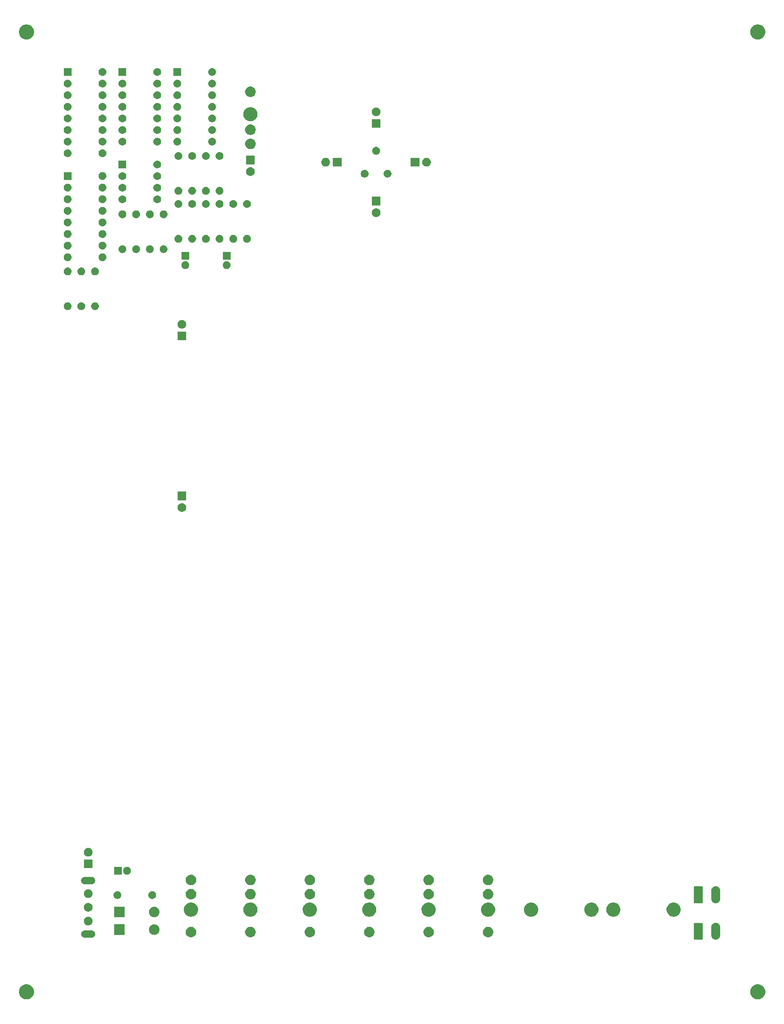
<source format=gbr>
G04 #@! TF.GenerationSoftware,KiCad,Pcbnew,(5.1.2-1)-1*
G04 #@! TF.CreationDate,2020-03-26T14:57:06-05:00*
G04 #@! TF.ProjectId,Knave+Death,4b6e6176-652b-4446-9561-74682e6b6963,rev?*
G04 #@! TF.SameCoordinates,Original*
G04 #@! TF.FileFunction,Soldermask,Bot*
G04 #@! TF.FilePolarity,Negative*
%FSLAX46Y46*%
G04 Gerber Fmt 4.6, Leading zero omitted, Abs format (unit mm)*
G04 Created by KiCad (PCBNEW (5.1.2-1)-1) date 2020-03-26 14:57:06*
%MOMM*%
%LPD*%
G04 APERTURE LIST*
%ADD10C,0.100000*%
G04 APERTURE END LIST*
D10*
G36*
X155375256Y-203391298D02*
G01*
X155481579Y-203412447D01*
X155782042Y-203536903D01*
X156052451Y-203717585D01*
X156282415Y-203947549D01*
X156463097Y-204217958D01*
X156587553Y-204518421D01*
X156651000Y-204837391D01*
X156651000Y-205162609D01*
X156587553Y-205481579D01*
X156463097Y-205782042D01*
X156282415Y-206052451D01*
X156052451Y-206282415D01*
X155782042Y-206463097D01*
X155481579Y-206587553D01*
X155375256Y-206608702D01*
X155162611Y-206651000D01*
X154837389Y-206651000D01*
X154624744Y-206608702D01*
X154518421Y-206587553D01*
X154217958Y-206463097D01*
X153947549Y-206282415D01*
X153717585Y-206052451D01*
X153536903Y-205782042D01*
X153412447Y-205481579D01*
X153349000Y-205162609D01*
X153349000Y-204837391D01*
X153412447Y-204518421D01*
X153536903Y-204217958D01*
X153717585Y-203947549D01*
X153947549Y-203717585D01*
X154217958Y-203536903D01*
X154518421Y-203412447D01*
X154624744Y-203391298D01*
X154837389Y-203349000D01*
X155162611Y-203349000D01*
X155375256Y-203391298D01*
X155375256Y-203391298D01*
G37*
G36*
X-4624744Y-203391298D02*
G01*
X-4518421Y-203412447D01*
X-4217958Y-203536903D01*
X-3947549Y-203717585D01*
X-3717585Y-203947549D01*
X-3536903Y-204217958D01*
X-3412447Y-204518421D01*
X-3349000Y-204837391D01*
X-3349000Y-205162609D01*
X-3412447Y-205481579D01*
X-3536903Y-205782042D01*
X-3717585Y-206052451D01*
X-3947549Y-206282415D01*
X-4217958Y-206463097D01*
X-4518421Y-206587553D01*
X-4624744Y-206608702D01*
X-4837389Y-206651000D01*
X-5162611Y-206651000D01*
X-5375256Y-206608702D01*
X-5481579Y-206587553D01*
X-5782042Y-206463097D01*
X-6052451Y-206282415D01*
X-6282415Y-206052451D01*
X-6463097Y-205782042D01*
X-6587553Y-205481579D01*
X-6651000Y-205162609D01*
X-6651000Y-204837391D01*
X-6587553Y-204518421D01*
X-6463097Y-204217958D01*
X-6282415Y-203947549D01*
X-6052451Y-203717585D01*
X-5782042Y-203536903D01*
X-5481579Y-203412447D01*
X-5375256Y-203391298D01*
X-5162611Y-203349000D01*
X-4837389Y-203349000D01*
X-4624744Y-203391298D01*
X-4624744Y-203391298D01*
G37*
G36*
X145996424Y-189912760D02*
G01*
X145996427Y-189912761D01*
X145996428Y-189912761D01*
X146175692Y-189967140D01*
X146175695Y-189967142D01*
X146175696Y-189967142D01*
X146340903Y-190055446D01*
X146485712Y-190174288D01*
X146604554Y-190319097D01*
X146655523Y-190414454D01*
X146692860Y-190484307D01*
X146747239Y-190663571D01*
X146747240Y-190663575D01*
X146761000Y-190803282D01*
X146761000Y-192696718D01*
X146747240Y-192836425D01*
X146747239Y-192836428D01*
X146747239Y-192836429D01*
X146692860Y-193015693D01*
X146692858Y-193015696D01*
X146692858Y-193015697D01*
X146604554Y-193180903D01*
X146485712Y-193325712D01*
X146340903Y-193444554D01*
X146193425Y-193523382D01*
X146175693Y-193532860D01*
X145996429Y-193587239D01*
X145996428Y-193587239D01*
X145996425Y-193587240D01*
X145810000Y-193605601D01*
X145623576Y-193587240D01*
X145623573Y-193587239D01*
X145623572Y-193587239D01*
X145444308Y-193532860D01*
X145426576Y-193523382D01*
X145279098Y-193444554D01*
X145134289Y-193325712D01*
X145015447Y-193180903D01*
X144927143Y-193015697D01*
X144927143Y-193015696D01*
X144927141Y-193015693D01*
X144872762Y-192836429D01*
X144872762Y-192836428D01*
X144872761Y-192836425D01*
X144859000Y-192696717D01*
X144859000Y-190803283D01*
X144872760Y-190663576D01*
X144872761Y-190663572D01*
X144927140Y-190484308D01*
X144944943Y-190451000D01*
X145015446Y-190319097D01*
X145134288Y-190174288D01*
X145279097Y-190055446D01*
X145444303Y-189967142D01*
X145444304Y-189967142D01*
X145444307Y-189967140D01*
X145623571Y-189912761D01*
X145623572Y-189912761D01*
X145623575Y-189912760D01*
X145810000Y-189894399D01*
X145996424Y-189912760D01*
X145996424Y-189912760D01*
G37*
G36*
X142810915Y-189902934D02*
G01*
X142843424Y-189912795D01*
X142873382Y-189928809D01*
X142899641Y-189950359D01*
X142921191Y-189976618D01*
X142937205Y-190006576D01*
X142947066Y-190039085D01*
X142951000Y-190079029D01*
X142951000Y-193420971D01*
X142947066Y-193460915D01*
X142937205Y-193493424D01*
X142921191Y-193523382D01*
X142899641Y-193549641D01*
X142873382Y-193571191D01*
X142843424Y-193587205D01*
X142810915Y-193597066D01*
X142770971Y-193601000D01*
X141229029Y-193601000D01*
X141189085Y-193597066D01*
X141156576Y-193587205D01*
X141126618Y-193571191D01*
X141100359Y-193549641D01*
X141078809Y-193523382D01*
X141062795Y-193493424D01*
X141052934Y-193460915D01*
X141049000Y-193420971D01*
X141049000Y-190079029D01*
X141052934Y-190039085D01*
X141062795Y-190006576D01*
X141078809Y-189976618D01*
X141100359Y-189950359D01*
X141126618Y-189928809D01*
X141156576Y-189912795D01*
X141189085Y-189902934D01*
X141229029Y-189899000D01*
X142770971Y-189899000D01*
X142810915Y-189902934D01*
X142810915Y-189902934D01*
G37*
G36*
X9328571Y-191552863D02*
G01*
X9407023Y-191560590D01*
X9507682Y-191591125D01*
X9558013Y-191606392D01*
X9697165Y-191680771D01*
X9819133Y-191780867D01*
X9919229Y-191902835D01*
X9993608Y-192041987D01*
X9993608Y-192041988D01*
X10039410Y-192192977D01*
X10054875Y-192350000D01*
X10039410Y-192507023D01*
X10033653Y-192526001D01*
X9993608Y-192658013D01*
X9919229Y-192797165D01*
X9819133Y-192919133D01*
X9697165Y-193019229D01*
X9558013Y-193093608D01*
X9507682Y-193108875D01*
X9407023Y-193139410D01*
X9328571Y-193147137D01*
X9289346Y-193151000D01*
X7710654Y-193151000D01*
X7671429Y-193147137D01*
X7592977Y-193139410D01*
X7492318Y-193108875D01*
X7441987Y-193093608D01*
X7302835Y-193019229D01*
X7180867Y-192919133D01*
X7080771Y-192797165D01*
X7006392Y-192658013D01*
X6966347Y-192526001D01*
X6960590Y-192507023D01*
X6945125Y-192350000D01*
X6960590Y-192192977D01*
X7006392Y-192041988D01*
X7006392Y-192041987D01*
X7080771Y-191902835D01*
X7180867Y-191780867D01*
X7302835Y-191680771D01*
X7441987Y-191606392D01*
X7492318Y-191591125D01*
X7592977Y-191560590D01*
X7671429Y-191552863D01*
X7710654Y-191549000D01*
X9289346Y-191549000D01*
X9328571Y-191552863D01*
X9328571Y-191552863D01*
G37*
G36*
X83224549Y-190791116D02*
G01*
X83335734Y-190813232D01*
X83545203Y-190899997D01*
X83733720Y-191025960D01*
X83894040Y-191186280D01*
X84020003Y-191374797D01*
X84020004Y-191374799D01*
X84045416Y-191436150D01*
X84106768Y-191584266D01*
X84151000Y-191806636D01*
X84151000Y-192033364D01*
X84106768Y-192255734D01*
X84020003Y-192465203D01*
X83894040Y-192653720D01*
X83733720Y-192814040D01*
X83545203Y-192940003D01*
X83335734Y-193026768D01*
X83224549Y-193048884D01*
X83113365Y-193071000D01*
X82886635Y-193071000D01*
X82775451Y-193048884D01*
X82664266Y-193026768D01*
X82454797Y-192940003D01*
X82266280Y-192814040D01*
X82105960Y-192653720D01*
X81979997Y-192465203D01*
X81893232Y-192255734D01*
X81849000Y-192033364D01*
X81849000Y-191806636D01*
X81893232Y-191584266D01*
X81954584Y-191436150D01*
X81979996Y-191374799D01*
X81979997Y-191374797D01*
X82105960Y-191186280D01*
X82266280Y-191025960D01*
X82454797Y-190899997D01*
X82664266Y-190813232D01*
X82775451Y-190791116D01*
X82886635Y-190769000D01*
X83113365Y-190769000D01*
X83224549Y-190791116D01*
X83224549Y-190791116D01*
G37*
G36*
X96224549Y-190791116D02*
G01*
X96335734Y-190813232D01*
X96545203Y-190899997D01*
X96733720Y-191025960D01*
X96894040Y-191186280D01*
X97020003Y-191374797D01*
X97020004Y-191374799D01*
X97045416Y-191436150D01*
X97106768Y-191584266D01*
X97151000Y-191806636D01*
X97151000Y-192033364D01*
X97106768Y-192255734D01*
X97020003Y-192465203D01*
X96894040Y-192653720D01*
X96733720Y-192814040D01*
X96545203Y-192940003D01*
X96335734Y-193026768D01*
X96224549Y-193048884D01*
X96113365Y-193071000D01*
X95886635Y-193071000D01*
X95775451Y-193048884D01*
X95664266Y-193026768D01*
X95454797Y-192940003D01*
X95266280Y-192814040D01*
X95105960Y-192653720D01*
X94979997Y-192465203D01*
X94893232Y-192255734D01*
X94849000Y-192033364D01*
X94849000Y-191806636D01*
X94893232Y-191584266D01*
X94954584Y-191436150D01*
X94979996Y-191374799D01*
X94979997Y-191374797D01*
X95105960Y-191186280D01*
X95266280Y-191025960D01*
X95454797Y-190899997D01*
X95664266Y-190813232D01*
X95775451Y-190791116D01*
X95886635Y-190769000D01*
X96113365Y-190769000D01*
X96224549Y-190791116D01*
X96224549Y-190791116D01*
G37*
G36*
X31224549Y-190791116D02*
G01*
X31335734Y-190813232D01*
X31545203Y-190899997D01*
X31733720Y-191025960D01*
X31894040Y-191186280D01*
X32020003Y-191374797D01*
X32020004Y-191374799D01*
X32045416Y-191436150D01*
X32106768Y-191584266D01*
X32151000Y-191806636D01*
X32151000Y-192033364D01*
X32106768Y-192255734D01*
X32020003Y-192465203D01*
X31894040Y-192653720D01*
X31733720Y-192814040D01*
X31545203Y-192940003D01*
X31335734Y-193026768D01*
X31224549Y-193048884D01*
X31113365Y-193071000D01*
X30886635Y-193071000D01*
X30775451Y-193048884D01*
X30664266Y-193026768D01*
X30454797Y-192940003D01*
X30266280Y-192814040D01*
X30105960Y-192653720D01*
X29979997Y-192465203D01*
X29893232Y-192255734D01*
X29849000Y-192033364D01*
X29849000Y-191806636D01*
X29893232Y-191584266D01*
X29954584Y-191436150D01*
X29979996Y-191374799D01*
X29979997Y-191374797D01*
X30105960Y-191186280D01*
X30266280Y-191025960D01*
X30454797Y-190899997D01*
X30664266Y-190813232D01*
X30775451Y-190791116D01*
X30886635Y-190769000D01*
X31113365Y-190769000D01*
X31224549Y-190791116D01*
X31224549Y-190791116D01*
G37*
G36*
X44224549Y-190791116D02*
G01*
X44335734Y-190813232D01*
X44545203Y-190899997D01*
X44733720Y-191025960D01*
X44894040Y-191186280D01*
X45020003Y-191374797D01*
X45020004Y-191374799D01*
X45045416Y-191436150D01*
X45106768Y-191584266D01*
X45151000Y-191806636D01*
X45151000Y-192033364D01*
X45106768Y-192255734D01*
X45020003Y-192465203D01*
X44894040Y-192653720D01*
X44733720Y-192814040D01*
X44545203Y-192940003D01*
X44335734Y-193026768D01*
X44224549Y-193048884D01*
X44113365Y-193071000D01*
X43886635Y-193071000D01*
X43775451Y-193048884D01*
X43664266Y-193026768D01*
X43454797Y-192940003D01*
X43266280Y-192814040D01*
X43105960Y-192653720D01*
X42979997Y-192465203D01*
X42893232Y-192255734D01*
X42849000Y-192033364D01*
X42849000Y-191806636D01*
X42893232Y-191584266D01*
X42954584Y-191436150D01*
X42979996Y-191374799D01*
X42979997Y-191374797D01*
X43105960Y-191186280D01*
X43266280Y-191025960D01*
X43454797Y-190899997D01*
X43664266Y-190813232D01*
X43775451Y-190791116D01*
X43886635Y-190769000D01*
X44113365Y-190769000D01*
X44224549Y-190791116D01*
X44224549Y-190791116D01*
G37*
G36*
X57224549Y-190791116D02*
G01*
X57335734Y-190813232D01*
X57545203Y-190899997D01*
X57733720Y-191025960D01*
X57894040Y-191186280D01*
X58020003Y-191374797D01*
X58020004Y-191374799D01*
X58045416Y-191436150D01*
X58106768Y-191584266D01*
X58151000Y-191806636D01*
X58151000Y-192033364D01*
X58106768Y-192255734D01*
X58020003Y-192465203D01*
X57894040Y-192653720D01*
X57733720Y-192814040D01*
X57545203Y-192940003D01*
X57335734Y-193026768D01*
X57224549Y-193048884D01*
X57113365Y-193071000D01*
X56886635Y-193071000D01*
X56775451Y-193048884D01*
X56664266Y-193026768D01*
X56454797Y-192940003D01*
X56266280Y-192814040D01*
X56105960Y-192653720D01*
X55979997Y-192465203D01*
X55893232Y-192255734D01*
X55849000Y-192033364D01*
X55849000Y-191806636D01*
X55893232Y-191584266D01*
X55954584Y-191436150D01*
X55979996Y-191374799D01*
X55979997Y-191374797D01*
X56105960Y-191186280D01*
X56266280Y-191025960D01*
X56454797Y-190899997D01*
X56664266Y-190813232D01*
X56775451Y-190791116D01*
X56886635Y-190769000D01*
X57113365Y-190769000D01*
X57224549Y-190791116D01*
X57224549Y-190791116D01*
G37*
G36*
X70224549Y-190791116D02*
G01*
X70335734Y-190813232D01*
X70545203Y-190899997D01*
X70733720Y-191025960D01*
X70894040Y-191186280D01*
X71020003Y-191374797D01*
X71020004Y-191374799D01*
X71045416Y-191436150D01*
X71106768Y-191584266D01*
X71151000Y-191806636D01*
X71151000Y-192033364D01*
X71106768Y-192255734D01*
X71020003Y-192465203D01*
X70894040Y-192653720D01*
X70733720Y-192814040D01*
X70545203Y-192940003D01*
X70335734Y-193026768D01*
X70224549Y-193048884D01*
X70113365Y-193071000D01*
X69886635Y-193071000D01*
X69775451Y-193048884D01*
X69664266Y-193026768D01*
X69454797Y-192940003D01*
X69266280Y-192814040D01*
X69105960Y-192653720D01*
X68979997Y-192465203D01*
X68893232Y-192255734D01*
X68849000Y-192033364D01*
X68849000Y-191806636D01*
X68893232Y-191584266D01*
X68954584Y-191436150D01*
X68979996Y-191374799D01*
X68979997Y-191374797D01*
X69105960Y-191186280D01*
X69266280Y-191025960D01*
X69454797Y-190899997D01*
X69664266Y-190813232D01*
X69775451Y-190791116D01*
X69886635Y-190769000D01*
X70113365Y-190769000D01*
X70224549Y-190791116D01*
X70224549Y-190791116D01*
G37*
G36*
X23114272Y-190235104D02*
G01*
X23170636Y-190240655D01*
X23387601Y-190306471D01*
X23387603Y-190306472D01*
X23587556Y-190413348D01*
X23762819Y-190557183D01*
X23906654Y-190732446D01*
X23996210Y-190899996D01*
X24013531Y-190932401D01*
X24079347Y-191149366D01*
X24101570Y-191375001D01*
X24079347Y-191600636D01*
X24016858Y-191806635D01*
X24013530Y-191817603D01*
X23906654Y-192017556D01*
X23762819Y-192192819D01*
X23587556Y-192336654D01*
X23387603Y-192443530D01*
X23387601Y-192443531D01*
X23170636Y-192509347D01*
X23114272Y-192514898D01*
X23001546Y-192526001D01*
X22888456Y-192526001D01*
X22775730Y-192514898D01*
X22719366Y-192509347D01*
X22502401Y-192443531D01*
X22502399Y-192443530D01*
X22302446Y-192336654D01*
X22127183Y-192192819D01*
X21983348Y-192017556D01*
X21876472Y-191817603D01*
X21873145Y-191806635D01*
X21810655Y-191600636D01*
X21788432Y-191375001D01*
X21810655Y-191149366D01*
X21876471Y-190932401D01*
X21893792Y-190899996D01*
X21983348Y-190732446D01*
X22127183Y-190557183D01*
X22302446Y-190413348D01*
X22502399Y-190306472D01*
X22502401Y-190306471D01*
X22719366Y-190240655D01*
X22775730Y-190235104D01*
X22888456Y-190224001D01*
X23001546Y-190224001D01*
X23114272Y-190235104D01*
X23114272Y-190235104D01*
G37*
G36*
X16476001Y-192526001D02*
G01*
X14174001Y-192526001D01*
X14174001Y-190224001D01*
X16476001Y-190224001D01*
X16476001Y-192526001D01*
X16476001Y-192526001D01*
G37*
G36*
X8777395Y-188585546D02*
G01*
X8950466Y-188657234D01*
X8950467Y-188657235D01*
X9106227Y-188761310D01*
X9238690Y-188893773D01*
X9238691Y-188893775D01*
X9342766Y-189049534D01*
X9414454Y-189222605D01*
X9451000Y-189406333D01*
X9451000Y-189593667D01*
X9414454Y-189777395D01*
X9342766Y-189950466D01*
X9342765Y-189950467D01*
X9238690Y-190106227D01*
X9106227Y-190238690D01*
X9103286Y-190240655D01*
X8950466Y-190342766D01*
X8777395Y-190414454D01*
X8593667Y-190451000D01*
X8406333Y-190451000D01*
X8222605Y-190414454D01*
X8049534Y-190342766D01*
X7896714Y-190240655D01*
X7893773Y-190238690D01*
X7761310Y-190106227D01*
X7657235Y-189950467D01*
X7657234Y-189950466D01*
X7585546Y-189777395D01*
X7549000Y-189593667D01*
X7549000Y-189406333D01*
X7585546Y-189222605D01*
X7657234Y-189049534D01*
X7761309Y-188893775D01*
X7761310Y-188893773D01*
X7893773Y-188761310D01*
X8049533Y-188657235D01*
X8049534Y-188657234D01*
X8222605Y-188585546D01*
X8406333Y-188549000D01*
X8593667Y-188549000D01*
X8777395Y-188585546D01*
X8777395Y-188585546D01*
G37*
G36*
X16476001Y-188651000D02*
G01*
X14174001Y-188651000D01*
X14174001Y-186349000D01*
X16476001Y-186349000D01*
X16476001Y-188651000D01*
X16476001Y-188651000D01*
G37*
G36*
X23114272Y-186360103D02*
G01*
X23170636Y-186365654D01*
X23387601Y-186431470D01*
X23387603Y-186431471D01*
X23587556Y-186538347D01*
X23762819Y-186682182D01*
X23906654Y-186857445D01*
X24013530Y-187057398D01*
X24013531Y-187057400D01*
X24079347Y-187274365D01*
X24101570Y-187500000D01*
X24079347Y-187725635D01*
X24076606Y-187734672D01*
X24013530Y-187942602D01*
X23906654Y-188142555D01*
X23762819Y-188317818D01*
X23587556Y-188461653D01*
X23387603Y-188568529D01*
X23387601Y-188568530D01*
X23170636Y-188634346D01*
X23114272Y-188639897D01*
X23001546Y-188651000D01*
X22888456Y-188651000D01*
X22775730Y-188639897D01*
X22719366Y-188634346D01*
X22502401Y-188568530D01*
X22502399Y-188568529D01*
X22302446Y-188461653D01*
X22127183Y-188317818D01*
X21983348Y-188142555D01*
X21876472Y-187942602D01*
X21813397Y-187734672D01*
X21810655Y-187725635D01*
X21788432Y-187500000D01*
X21810655Y-187274365D01*
X21876471Y-187057400D01*
X21876472Y-187057398D01*
X21983348Y-186857445D01*
X22127183Y-186682182D01*
X22302446Y-186538347D01*
X22502399Y-186431471D01*
X22502401Y-186431470D01*
X22719366Y-186365654D01*
X22775730Y-186360103D01*
X22888456Y-186349000D01*
X23001546Y-186349000D01*
X23114272Y-186360103D01*
X23114272Y-186360103D01*
G37*
G36*
X44212661Y-185460915D02*
G01*
X44452410Y-185508604D01*
X44734674Y-185625521D01*
X44988705Y-185795259D01*
X45204741Y-186011295D01*
X45374479Y-186265326D01*
X45491396Y-186547590D01*
X45491396Y-186547591D01*
X45551000Y-186847239D01*
X45551000Y-187152761D01*
X45533907Y-187238691D01*
X45491396Y-187452410D01*
X45374479Y-187734674D01*
X45204741Y-187988705D01*
X44988705Y-188204741D01*
X44734674Y-188374479D01*
X44452410Y-188491396D01*
X44302585Y-188521198D01*
X44152761Y-188551000D01*
X43847239Y-188551000D01*
X43697415Y-188521198D01*
X43547590Y-188491396D01*
X43265326Y-188374479D01*
X43011295Y-188204741D01*
X42795259Y-187988705D01*
X42625521Y-187734674D01*
X42508604Y-187452410D01*
X42466093Y-187238691D01*
X42449000Y-187152761D01*
X42449000Y-186847239D01*
X42508604Y-186547591D01*
X42508604Y-186547590D01*
X42625521Y-186265326D01*
X42795259Y-186011295D01*
X43011295Y-185795259D01*
X43265326Y-185625521D01*
X43547590Y-185508604D01*
X43787339Y-185460915D01*
X43847239Y-185449000D01*
X44152761Y-185449000D01*
X44212661Y-185460915D01*
X44212661Y-185460915D01*
G37*
G36*
X136812661Y-185460915D02*
G01*
X137052410Y-185508604D01*
X137334674Y-185625521D01*
X137588705Y-185795259D01*
X137804741Y-186011295D01*
X137974479Y-186265326D01*
X138091396Y-186547590D01*
X138091396Y-186547591D01*
X138151000Y-186847239D01*
X138151000Y-187152761D01*
X138133907Y-187238691D01*
X138091396Y-187452410D01*
X137974479Y-187734674D01*
X137804741Y-187988705D01*
X137588705Y-188204741D01*
X137334674Y-188374479D01*
X137052410Y-188491396D01*
X136902585Y-188521198D01*
X136752761Y-188551000D01*
X136447239Y-188551000D01*
X136297415Y-188521198D01*
X136147590Y-188491396D01*
X135865326Y-188374479D01*
X135611295Y-188204741D01*
X135395259Y-187988705D01*
X135225521Y-187734674D01*
X135108604Y-187452410D01*
X135066093Y-187238691D01*
X135049000Y-187152761D01*
X135049000Y-186847239D01*
X135108604Y-186547591D01*
X135108604Y-186547590D01*
X135225521Y-186265326D01*
X135395259Y-186011295D01*
X135611295Y-185795259D01*
X135865326Y-185625521D01*
X136147590Y-185508604D01*
X136387339Y-185460915D01*
X136447239Y-185449000D01*
X136752761Y-185449000D01*
X136812661Y-185460915D01*
X136812661Y-185460915D01*
G37*
G36*
X123612661Y-185460915D02*
G01*
X123852410Y-185508604D01*
X124134674Y-185625521D01*
X124388705Y-185795259D01*
X124604741Y-186011295D01*
X124774479Y-186265326D01*
X124891396Y-186547590D01*
X124891396Y-186547591D01*
X124951000Y-186847239D01*
X124951000Y-187152761D01*
X124933907Y-187238691D01*
X124891396Y-187452410D01*
X124774479Y-187734674D01*
X124604741Y-187988705D01*
X124388705Y-188204741D01*
X124134674Y-188374479D01*
X123852410Y-188491396D01*
X123702585Y-188521198D01*
X123552761Y-188551000D01*
X123247239Y-188551000D01*
X123097415Y-188521198D01*
X122947590Y-188491396D01*
X122665326Y-188374479D01*
X122411295Y-188204741D01*
X122195259Y-187988705D01*
X122025521Y-187734674D01*
X121908604Y-187452410D01*
X121866093Y-187238691D01*
X121849000Y-187152761D01*
X121849000Y-186847239D01*
X121908604Y-186547591D01*
X121908604Y-186547590D01*
X122025521Y-186265326D01*
X122195259Y-186011295D01*
X122411295Y-185795259D01*
X122665326Y-185625521D01*
X122947590Y-185508604D01*
X123187339Y-185460915D01*
X123247239Y-185449000D01*
X123552761Y-185449000D01*
X123612661Y-185460915D01*
X123612661Y-185460915D01*
G37*
G36*
X105612661Y-185460915D02*
G01*
X105852410Y-185508604D01*
X106134674Y-185625521D01*
X106388705Y-185795259D01*
X106604741Y-186011295D01*
X106774479Y-186265326D01*
X106891396Y-186547590D01*
X106891396Y-186547591D01*
X106951000Y-186847239D01*
X106951000Y-187152761D01*
X106933907Y-187238691D01*
X106891396Y-187452410D01*
X106774479Y-187734674D01*
X106604741Y-187988705D01*
X106388705Y-188204741D01*
X106134674Y-188374479D01*
X105852410Y-188491396D01*
X105702585Y-188521198D01*
X105552761Y-188551000D01*
X105247239Y-188551000D01*
X105097415Y-188521198D01*
X104947590Y-188491396D01*
X104665326Y-188374479D01*
X104411295Y-188204741D01*
X104195259Y-187988705D01*
X104025521Y-187734674D01*
X103908604Y-187452410D01*
X103866093Y-187238691D01*
X103849000Y-187152761D01*
X103849000Y-186847239D01*
X103908604Y-186547591D01*
X103908604Y-186547590D01*
X104025521Y-186265326D01*
X104195259Y-186011295D01*
X104411295Y-185795259D01*
X104665326Y-185625521D01*
X104947590Y-185508604D01*
X105187339Y-185460915D01*
X105247239Y-185449000D01*
X105552761Y-185449000D01*
X105612661Y-185460915D01*
X105612661Y-185460915D01*
G37*
G36*
X118812661Y-185460915D02*
G01*
X119052410Y-185508604D01*
X119334674Y-185625521D01*
X119588705Y-185795259D01*
X119804741Y-186011295D01*
X119974479Y-186265326D01*
X120091396Y-186547590D01*
X120091396Y-186547591D01*
X120151000Y-186847239D01*
X120151000Y-187152761D01*
X120133907Y-187238691D01*
X120091396Y-187452410D01*
X119974479Y-187734674D01*
X119804741Y-187988705D01*
X119588705Y-188204741D01*
X119334674Y-188374479D01*
X119052410Y-188491396D01*
X118902585Y-188521198D01*
X118752761Y-188551000D01*
X118447239Y-188551000D01*
X118297415Y-188521198D01*
X118147590Y-188491396D01*
X117865326Y-188374479D01*
X117611295Y-188204741D01*
X117395259Y-187988705D01*
X117225521Y-187734674D01*
X117108604Y-187452410D01*
X117066093Y-187238691D01*
X117049000Y-187152761D01*
X117049000Y-186847239D01*
X117108604Y-186547591D01*
X117108604Y-186547590D01*
X117225521Y-186265326D01*
X117395259Y-186011295D01*
X117611295Y-185795259D01*
X117865326Y-185625521D01*
X118147590Y-185508604D01*
X118387339Y-185460915D01*
X118447239Y-185449000D01*
X118752761Y-185449000D01*
X118812661Y-185460915D01*
X118812661Y-185460915D01*
G37*
G36*
X31212661Y-185460915D02*
G01*
X31452410Y-185508604D01*
X31734674Y-185625521D01*
X31988705Y-185795259D01*
X32204741Y-186011295D01*
X32374479Y-186265326D01*
X32491396Y-186547590D01*
X32491396Y-186547591D01*
X32551000Y-186847239D01*
X32551000Y-187152761D01*
X32533907Y-187238691D01*
X32491396Y-187452410D01*
X32374479Y-187734674D01*
X32204741Y-187988705D01*
X31988705Y-188204741D01*
X31734674Y-188374479D01*
X31452410Y-188491396D01*
X31302585Y-188521198D01*
X31152761Y-188551000D01*
X30847239Y-188551000D01*
X30697415Y-188521198D01*
X30547590Y-188491396D01*
X30265326Y-188374479D01*
X30011295Y-188204741D01*
X29795259Y-187988705D01*
X29625521Y-187734674D01*
X29508604Y-187452410D01*
X29466093Y-187238691D01*
X29449000Y-187152761D01*
X29449000Y-186847239D01*
X29508604Y-186547591D01*
X29508604Y-186547590D01*
X29625521Y-186265326D01*
X29795259Y-186011295D01*
X30011295Y-185795259D01*
X30265326Y-185625521D01*
X30547590Y-185508604D01*
X30787339Y-185460915D01*
X30847239Y-185449000D01*
X31152761Y-185449000D01*
X31212661Y-185460915D01*
X31212661Y-185460915D01*
G37*
G36*
X57212661Y-185460915D02*
G01*
X57452410Y-185508604D01*
X57734674Y-185625521D01*
X57988705Y-185795259D01*
X58204741Y-186011295D01*
X58374479Y-186265326D01*
X58491396Y-186547590D01*
X58491396Y-186547591D01*
X58551000Y-186847239D01*
X58551000Y-187152761D01*
X58533907Y-187238691D01*
X58491396Y-187452410D01*
X58374479Y-187734674D01*
X58204741Y-187988705D01*
X57988705Y-188204741D01*
X57734674Y-188374479D01*
X57452410Y-188491396D01*
X57302585Y-188521198D01*
X57152761Y-188551000D01*
X56847239Y-188551000D01*
X56697415Y-188521198D01*
X56547590Y-188491396D01*
X56265326Y-188374479D01*
X56011295Y-188204741D01*
X55795259Y-187988705D01*
X55625521Y-187734674D01*
X55508604Y-187452410D01*
X55466093Y-187238691D01*
X55449000Y-187152761D01*
X55449000Y-186847239D01*
X55508604Y-186547591D01*
X55508604Y-186547590D01*
X55625521Y-186265326D01*
X55795259Y-186011295D01*
X56011295Y-185795259D01*
X56265326Y-185625521D01*
X56547590Y-185508604D01*
X56787339Y-185460915D01*
X56847239Y-185449000D01*
X57152761Y-185449000D01*
X57212661Y-185460915D01*
X57212661Y-185460915D01*
G37*
G36*
X70212661Y-185460915D02*
G01*
X70452410Y-185508604D01*
X70734674Y-185625521D01*
X70988705Y-185795259D01*
X71204741Y-186011295D01*
X71374479Y-186265326D01*
X71491396Y-186547590D01*
X71491396Y-186547591D01*
X71551000Y-186847239D01*
X71551000Y-187152761D01*
X71533907Y-187238691D01*
X71491396Y-187452410D01*
X71374479Y-187734674D01*
X71204741Y-187988705D01*
X70988705Y-188204741D01*
X70734674Y-188374479D01*
X70452410Y-188491396D01*
X70302585Y-188521198D01*
X70152761Y-188551000D01*
X69847239Y-188551000D01*
X69697415Y-188521198D01*
X69547590Y-188491396D01*
X69265326Y-188374479D01*
X69011295Y-188204741D01*
X68795259Y-187988705D01*
X68625521Y-187734674D01*
X68508604Y-187452410D01*
X68466093Y-187238691D01*
X68449000Y-187152761D01*
X68449000Y-186847239D01*
X68508604Y-186547591D01*
X68508604Y-186547590D01*
X68625521Y-186265326D01*
X68795259Y-186011295D01*
X69011295Y-185795259D01*
X69265326Y-185625521D01*
X69547590Y-185508604D01*
X69787339Y-185460915D01*
X69847239Y-185449000D01*
X70152761Y-185449000D01*
X70212661Y-185460915D01*
X70212661Y-185460915D01*
G37*
G36*
X83212661Y-185460915D02*
G01*
X83452410Y-185508604D01*
X83734674Y-185625521D01*
X83988705Y-185795259D01*
X84204741Y-186011295D01*
X84374479Y-186265326D01*
X84491396Y-186547590D01*
X84491396Y-186547591D01*
X84551000Y-186847239D01*
X84551000Y-187152761D01*
X84533907Y-187238691D01*
X84491396Y-187452410D01*
X84374479Y-187734674D01*
X84204741Y-187988705D01*
X83988705Y-188204741D01*
X83734674Y-188374479D01*
X83452410Y-188491396D01*
X83302585Y-188521198D01*
X83152761Y-188551000D01*
X82847239Y-188551000D01*
X82697415Y-188521198D01*
X82547590Y-188491396D01*
X82265326Y-188374479D01*
X82011295Y-188204741D01*
X81795259Y-187988705D01*
X81625521Y-187734674D01*
X81508604Y-187452410D01*
X81466093Y-187238691D01*
X81449000Y-187152761D01*
X81449000Y-186847239D01*
X81508604Y-186547591D01*
X81508604Y-186547590D01*
X81625521Y-186265326D01*
X81795259Y-186011295D01*
X82011295Y-185795259D01*
X82265326Y-185625521D01*
X82547590Y-185508604D01*
X82787339Y-185460915D01*
X82847239Y-185449000D01*
X83152761Y-185449000D01*
X83212661Y-185460915D01*
X83212661Y-185460915D01*
G37*
G36*
X96212661Y-185460915D02*
G01*
X96452410Y-185508604D01*
X96734674Y-185625521D01*
X96988705Y-185795259D01*
X97204741Y-186011295D01*
X97374479Y-186265326D01*
X97491396Y-186547590D01*
X97491396Y-186547591D01*
X97551000Y-186847239D01*
X97551000Y-187152761D01*
X97533907Y-187238691D01*
X97491396Y-187452410D01*
X97374479Y-187734674D01*
X97204741Y-187988705D01*
X96988705Y-188204741D01*
X96734674Y-188374479D01*
X96452410Y-188491396D01*
X96302585Y-188521198D01*
X96152761Y-188551000D01*
X95847239Y-188551000D01*
X95697415Y-188521198D01*
X95547590Y-188491396D01*
X95265326Y-188374479D01*
X95011295Y-188204741D01*
X94795259Y-187988705D01*
X94625521Y-187734674D01*
X94508604Y-187452410D01*
X94466093Y-187238691D01*
X94449000Y-187152761D01*
X94449000Y-186847239D01*
X94508604Y-186547591D01*
X94508604Y-186547590D01*
X94625521Y-186265326D01*
X94795259Y-186011295D01*
X95011295Y-185795259D01*
X95265326Y-185625521D01*
X95547590Y-185508604D01*
X95787339Y-185460915D01*
X95847239Y-185449000D01*
X96152761Y-185449000D01*
X96212661Y-185460915D01*
X96212661Y-185460915D01*
G37*
G36*
X8777395Y-185585546D02*
G01*
X8950466Y-185657234D01*
X8950467Y-185657235D01*
X9106227Y-185761310D01*
X9238690Y-185893773D01*
X9238691Y-185893775D01*
X9342766Y-186049534D01*
X9414454Y-186222605D01*
X9451000Y-186406333D01*
X9451000Y-186593667D01*
X9414454Y-186777395D01*
X9342766Y-186950466D01*
X9342765Y-186950467D01*
X9238690Y-187106227D01*
X9106227Y-187238690D01*
X9052835Y-187274365D01*
X8950466Y-187342766D01*
X8777395Y-187414454D01*
X8593667Y-187451000D01*
X8406333Y-187451000D01*
X8222605Y-187414454D01*
X8049534Y-187342766D01*
X7947165Y-187274365D01*
X7893773Y-187238690D01*
X7761310Y-187106227D01*
X7657235Y-186950467D01*
X7657234Y-186950466D01*
X7585546Y-186777395D01*
X7549000Y-186593667D01*
X7549000Y-186406333D01*
X7585546Y-186222605D01*
X7657234Y-186049534D01*
X7761309Y-185893775D01*
X7761310Y-185893773D01*
X7893773Y-185761310D01*
X8049533Y-185657235D01*
X8049534Y-185657234D01*
X8222605Y-185585546D01*
X8406333Y-185549000D01*
X8593667Y-185549000D01*
X8777395Y-185585546D01*
X8777395Y-185585546D01*
G37*
G36*
X145996424Y-181912760D02*
G01*
X145996427Y-181912761D01*
X145996428Y-181912761D01*
X146175692Y-181967140D01*
X146175695Y-181967142D01*
X146175696Y-181967142D01*
X146340903Y-182055446D01*
X146485712Y-182174288D01*
X146604554Y-182319097D01*
X146684678Y-182469000D01*
X146692860Y-182484307D01*
X146745317Y-182657235D01*
X146747240Y-182663575D01*
X146761000Y-182803282D01*
X146761000Y-184696718D01*
X146747240Y-184836425D01*
X146747239Y-184836428D01*
X146747239Y-184836429D01*
X146692860Y-185015693D01*
X146692858Y-185015696D01*
X146692858Y-185015697D01*
X146604554Y-185180903D01*
X146485712Y-185325712D01*
X146340903Y-185444554D01*
X146221073Y-185508604D01*
X146175693Y-185532860D01*
X145996429Y-185587239D01*
X145996428Y-185587239D01*
X145996425Y-185587240D01*
X145810000Y-185605601D01*
X145623576Y-185587240D01*
X145623573Y-185587239D01*
X145623572Y-185587239D01*
X145444308Y-185532860D01*
X145398928Y-185508604D01*
X145279098Y-185444554D01*
X145134289Y-185325712D01*
X145015447Y-185180903D01*
X144927143Y-185015697D01*
X144927143Y-185015696D01*
X144927141Y-185015693D01*
X144872762Y-184836429D01*
X144872762Y-184836428D01*
X144872761Y-184836425D01*
X144859000Y-184696717D01*
X144859000Y-182803283D01*
X144872760Y-182663576D01*
X144872761Y-182663572D01*
X144927140Y-182484308D01*
X144935322Y-182469000D01*
X145015446Y-182319097D01*
X145134288Y-182174288D01*
X145279097Y-182055446D01*
X145444303Y-181967142D01*
X145444304Y-181967142D01*
X145444307Y-181967140D01*
X145623571Y-181912761D01*
X145623572Y-181912761D01*
X145623575Y-181912760D01*
X145810000Y-181894399D01*
X145996424Y-181912760D01*
X145996424Y-181912760D01*
G37*
G36*
X142810915Y-181902934D02*
G01*
X142843424Y-181912795D01*
X142873382Y-181928809D01*
X142899641Y-181950359D01*
X142921191Y-181976618D01*
X142937205Y-182006576D01*
X142947066Y-182039085D01*
X142951000Y-182079029D01*
X142951000Y-185420971D01*
X142947066Y-185460915D01*
X142937205Y-185493424D01*
X142921191Y-185523382D01*
X142899641Y-185549641D01*
X142873382Y-185571191D01*
X142843424Y-185587205D01*
X142810915Y-185597066D01*
X142770971Y-185601000D01*
X141229029Y-185601000D01*
X141189085Y-185597066D01*
X141156576Y-185587205D01*
X141126618Y-185571191D01*
X141100359Y-185549641D01*
X141078809Y-185523382D01*
X141062795Y-185493424D01*
X141052934Y-185460915D01*
X141049000Y-185420971D01*
X141049000Y-182079029D01*
X141052934Y-182039085D01*
X141062795Y-182006576D01*
X141078809Y-181976618D01*
X141100359Y-181950359D01*
X141126618Y-181928809D01*
X141156576Y-181912795D01*
X141189085Y-181902934D01*
X141229029Y-181899000D01*
X142770971Y-181899000D01*
X142810915Y-181902934D01*
X142810915Y-181902934D01*
G37*
G36*
X83190298Y-182484303D02*
G01*
X83335734Y-182513232D01*
X83545203Y-182599997D01*
X83733720Y-182725960D01*
X83894040Y-182886280D01*
X84020003Y-183074797D01*
X84106768Y-183284266D01*
X84151000Y-183506636D01*
X84151000Y-183733364D01*
X84106768Y-183955734D01*
X84045416Y-184103850D01*
X84025373Y-184152240D01*
X84020003Y-184165203D01*
X83894040Y-184353720D01*
X83733720Y-184514040D01*
X83545203Y-184640003D01*
X83545202Y-184640004D01*
X83545201Y-184640004D01*
X83488025Y-184663687D01*
X83335734Y-184726768D01*
X83224549Y-184748884D01*
X83113365Y-184771000D01*
X82886635Y-184771000D01*
X82775451Y-184748884D01*
X82664266Y-184726768D01*
X82511975Y-184663687D01*
X82454799Y-184640004D01*
X82454798Y-184640004D01*
X82454797Y-184640003D01*
X82266280Y-184514040D01*
X82105960Y-184353720D01*
X81979997Y-184165203D01*
X81974628Y-184152240D01*
X81954584Y-184103850D01*
X81893232Y-183955734D01*
X81849000Y-183733364D01*
X81849000Y-183506636D01*
X81893232Y-183284266D01*
X81979997Y-183074797D01*
X82105960Y-182886280D01*
X82266280Y-182725960D01*
X82454797Y-182599997D01*
X82664266Y-182513232D01*
X82809702Y-182484303D01*
X82886635Y-182469000D01*
X83113365Y-182469000D01*
X83190298Y-182484303D01*
X83190298Y-182484303D01*
G37*
G36*
X70190298Y-182484303D02*
G01*
X70335734Y-182513232D01*
X70545203Y-182599997D01*
X70733720Y-182725960D01*
X70894040Y-182886280D01*
X71020003Y-183074797D01*
X71106768Y-183284266D01*
X71151000Y-183506636D01*
X71151000Y-183733364D01*
X71106768Y-183955734D01*
X71045416Y-184103850D01*
X71025373Y-184152240D01*
X71020003Y-184165203D01*
X70894040Y-184353720D01*
X70733720Y-184514040D01*
X70545203Y-184640003D01*
X70545202Y-184640004D01*
X70545201Y-184640004D01*
X70488025Y-184663687D01*
X70335734Y-184726768D01*
X70224549Y-184748884D01*
X70113365Y-184771000D01*
X69886635Y-184771000D01*
X69775451Y-184748884D01*
X69664266Y-184726768D01*
X69511975Y-184663687D01*
X69454799Y-184640004D01*
X69454798Y-184640004D01*
X69454797Y-184640003D01*
X69266280Y-184514040D01*
X69105960Y-184353720D01*
X68979997Y-184165203D01*
X68974628Y-184152240D01*
X68954584Y-184103850D01*
X68893232Y-183955734D01*
X68849000Y-183733364D01*
X68849000Y-183506636D01*
X68893232Y-183284266D01*
X68979997Y-183074797D01*
X69105960Y-182886280D01*
X69266280Y-182725960D01*
X69454797Y-182599997D01*
X69664266Y-182513232D01*
X69809702Y-182484303D01*
X69886635Y-182469000D01*
X70113365Y-182469000D01*
X70190298Y-182484303D01*
X70190298Y-182484303D01*
G37*
G36*
X96190298Y-182484303D02*
G01*
X96335734Y-182513232D01*
X96545203Y-182599997D01*
X96733720Y-182725960D01*
X96894040Y-182886280D01*
X97020003Y-183074797D01*
X97106768Y-183284266D01*
X97151000Y-183506636D01*
X97151000Y-183733364D01*
X97106768Y-183955734D01*
X97045416Y-184103850D01*
X97025373Y-184152240D01*
X97020003Y-184165203D01*
X96894040Y-184353720D01*
X96733720Y-184514040D01*
X96545203Y-184640003D01*
X96545202Y-184640004D01*
X96545201Y-184640004D01*
X96488025Y-184663687D01*
X96335734Y-184726768D01*
X96224549Y-184748884D01*
X96113365Y-184771000D01*
X95886635Y-184771000D01*
X95775451Y-184748884D01*
X95664266Y-184726768D01*
X95511975Y-184663687D01*
X95454799Y-184640004D01*
X95454798Y-184640004D01*
X95454797Y-184640003D01*
X95266280Y-184514040D01*
X95105960Y-184353720D01*
X94979997Y-184165203D01*
X94974628Y-184152240D01*
X94954584Y-184103850D01*
X94893232Y-183955734D01*
X94849000Y-183733364D01*
X94849000Y-183506636D01*
X94893232Y-183284266D01*
X94979997Y-183074797D01*
X95105960Y-182886280D01*
X95266280Y-182725960D01*
X95454797Y-182599997D01*
X95664266Y-182513232D01*
X95809702Y-182484303D01*
X95886635Y-182469000D01*
X96113365Y-182469000D01*
X96190298Y-182484303D01*
X96190298Y-182484303D01*
G37*
G36*
X57190298Y-182484303D02*
G01*
X57335734Y-182513232D01*
X57545203Y-182599997D01*
X57733720Y-182725960D01*
X57894040Y-182886280D01*
X58020003Y-183074797D01*
X58106768Y-183284266D01*
X58151000Y-183506636D01*
X58151000Y-183733364D01*
X58106768Y-183955734D01*
X58045416Y-184103850D01*
X58025373Y-184152240D01*
X58020003Y-184165203D01*
X57894040Y-184353720D01*
X57733720Y-184514040D01*
X57545203Y-184640003D01*
X57545202Y-184640004D01*
X57545201Y-184640004D01*
X57488025Y-184663687D01*
X57335734Y-184726768D01*
X57224549Y-184748884D01*
X57113365Y-184771000D01*
X56886635Y-184771000D01*
X56775451Y-184748884D01*
X56664266Y-184726768D01*
X56511975Y-184663687D01*
X56454799Y-184640004D01*
X56454798Y-184640004D01*
X56454797Y-184640003D01*
X56266280Y-184514040D01*
X56105960Y-184353720D01*
X55979997Y-184165203D01*
X55974628Y-184152240D01*
X55954584Y-184103850D01*
X55893232Y-183955734D01*
X55849000Y-183733364D01*
X55849000Y-183506636D01*
X55893232Y-183284266D01*
X55979997Y-183074797D01*
X56105960Y-182886280D01*
X56266280Y-182725960D01*
X56454797Y-182599997D01*
X56664266Y-182513232D01*
X56809702Y-182484303D01*
X56886635Y-182469000D01*
X57113365Y-182469000D01*
X57190298Y-182484303D01*
X57190298Y-182484303D01*
G37*
G36*
X44190298Y-182484303D02*
G01*
X44335734Y-182513232D01*
X44545203Y-182599997D01*
X44733720Y-182725960D01*
X44894040Y-182886280D01*
X45020003Y-183074797D01*
X45106768Y-183284266D01*
X45151000Y-183506636D01*
X45151000Y-183733364D01*
X45106768Y-183955734D01*
X45045416Y-184103850D01*
X45025373Y-184152240D01*
X45020003Y-184165203D01*
X44894040Y-184353720D01*
X44733720Y-184514040D01*
X44545203Y-184640003D01*
X44545202Y-184640004D01*
X44545201Y-184640004D01*
X44488025Y-184663687D01*
X44335734Y-184726768D01*
X44224549Y-184748884D01*
X44113365Y-184771000D01*
X43886635Y-184771000D01*
X43775451Y-184748884D01*
X43664266Y-184726768D01*
X43511975Y-184663687D01*
X43454799Y-184640004D01*
X43454798Y-184640004D01*
X43454797Y-184640003D01*
X43266280Y-184514040D01*
X43105960Y-184353720D01*
X42979997Y-184165203D01*
X42974628Y-184152240D01*
X42954584Y-184103850D01*
X42893232Y-183955734D01*
X42849000Y-183733364D01*
X42849000Y-183506636D01*
X42893232Y-183284266D01*
X42979997Y-183074797D01*
X43105960Y-182886280D01*
X43266280Y-182725960D01*
X43454797Y-182599997D01*
X43664266Y-182513232D01*
X43809702Y-182484303D01*
X43886635Y-182469000D01*
X44113365Y-182469000D01*
X44190298Y-182484303D01*
X44190298Y-182484303D01*
G37*
G36*
X31190298Y-182484303D02*
G01*
X31335734Y-182513232D01*
X31545203Y-182599997D01*
X31733720Y-182725960D01*
X31894040Y-182886280D01*
X32020003Y-183074797D01*
X32106768Y-183284266D01*
X32151000Y-183506636D01*
X32151000Y-183733364D01*
X32106768Y-183955734D01*
X32045416Y-184103850D01*
X32025373Y-184152240D01*
X32020003Y-184165203D01*
X31894040Y-184353720D01*
X31733720Y-184514040D01*
X31545203Y-184640003D01*
X31545202Y-184640004D01*
X31545201Y-184640004D01*
X31488025Y-184663687D01*
X31335734Y-184726768D01*
X31224549Y-184748884D01*
X31113365Y-184771000D01*
X30886635Y-184771000D01*
X30775451Y-184748884D01*
X30664266Y-184726768D01*
X30511975Y-184663687D01*
X30454799Y-184640004D01*
X30454798Y-184640004D01*
X30454797Y-184640003D01*
X30266280Y-184514040D01*
X30105960Y-184353720D01*
X29979997Y-184165203D01*
X29974628Y-184152240D01*
X29954584Y-184103850D01*
X29893232Y-183955734D01*
X29849000Y-183733364D01*
X29849000Y-183506636D01*
X29893232Y-183284266D01*
X29979997Y-183074797D01*
X30105960Y-182886280D01*
X30266280Y-182725960D01*
X30454797Y-182599997D01*
X30664266Y-182513232D01*
X30809702Y-182484303D01*
X30886635Y-182469000D01*
X31113365Y-182469000D01*
X31190298Y-182484303D01*
X31190298Y-182484303D01*
G37*
G36*
X15143229Y-183006704D02*
G01*
X15298101Y-183070854D01*
X15437482Y-183163986D01*
X15556016Y-183282520D01*
X15649148Y-183421901D01*
X15713298Y-183576773D01*
X15746001Y-183741185D01*
X15746001Y-183908817D01*
X15713298Y-184073229D01*
X15649148Y-184228101D01*
X15556016Y-184367482D01*
X15437482Y-184486016D01*
X15298101Y-184579148D01*
X15143229Y-184643298D01*
X14978817Y-184676001D01*
X14811185Y-184676001D01*
X14646773Y-184643298D01*
X14491901Y-184579148D01*
X14352520Y-184486016D01*
X14233986Y-184367482D01*
X14140854Y-184228101D01*
X14076704Y-184073229D01*
X14044001Y-183908817D01*
X14044001Y-183741185D01*
X14076704Y-183576773D01*
X14140854Y-183421901D01*
X14233986Y-183282520D01*
X14352520Y-183163986D01*
X14491901Y-183070854D01*
X14646773Y-183006704D01*
X14811185Y-182974001D01*
X14978817Y-182974001D01*
X15143229Y-183006704D01*
X15143229Y-183006704D01*
G37*
G36*
X22681824Y-182986314D02*
G01*
X22842243Y-183034977D01*
X22974907Y-183105887D01*
X22990079Y-183113997D01*
X23119660Y-183220342D01*
X23226005Y-183349923D01*
X23226006Y-183349925D01*
X23305025Y-183497759D01*
X23353688Y-183658178D01*
X23370118Y-183825001D01*
X23353688Y-183991824D01*
X23305025Y-184152243D01*
X23234115Y-184284907D01*
X23226005Y-184300079D01*
X23119660Y-184429660D01*
X22990079Y-184536005D01*
X22990077Y-184536006D01*
X22842243Y-184615025D01*
X22681824Y-184663688D01*
X22556805Y-184676001D01*
X22473197Y-184676001D01*
X22348178Y-184663688D01*
X22187759Y-184615025D01*
X22039925Y-184536006D01*
X22039923Y-184536005D01*
X21910342Y-184429660D01*
X21803997Y-184300079D01*
X21795887Y-184284907D01*
X21724977Y-184152243D01*
X21676314Y-183991824D01*
X21659884Y-183825001D01*
X21676314Y-183658178D01*
X21724977Y-183497759D01*
X21803996Y-183349925D01*
X21803997Y-183349923D01*
X21910342Y-183220342D01*
X22039923Y-183113997D01*
X22055095Y-183105887D01*
X22187759Y-183034977D01*
X22348178Y-182986314D01*
X22473197Y-182974001D01*
X22556805Y-182974001D01*
X22681824Y-182986314D01*
X22681824Y-182986314D01*
G37*
G36*
X8777395Y-182585546D02*
G01*
X8950466Y-182657234D01*
X8950467Y-182657235D01*
X9106227Y-182761310D01*
X9238690Y-182893773D01*
X9238691Y-182893775D01*
X9342766Y-183049534D01*
X9414454Y-183222605D01*
X9451000Y-183406333D01*
X9451000Y-183593667D01*
X9414454Y-183777395D01*
X9342766Y-183950466D01*
X9339246Y-183955734D01*
X9238690Y-184106227D01*
X9106227Y-184238690D01*
X9027818Y-184291081D01*
X8950466Y-184342766D01*
X8777395Y-184414454D01*
X8593667Y-184451000D01*
X8406333Y-184451000D01*
X8222605Y-184414454D01*
X8049534Y-184342766D01*
X7972182Y-184291081D01*
X7893773Y-184238690D01*
X7761310Y-184106227D01*
X7660754Y-183955734D01*
X7657234Y-183950466D01*
X7585546Y-183777395D01*
X7549000Y-183593667D01*
X7549000Y-183406333D01*
X7585546Y-183222605D01*
X7657234Y-183049534D01*
X7761309Y-182893775D01*
X7761310Y-182893773D01*
X7893773Y-182761310D01*
X8049533Y-182657235D01*
X8049534Y-182657234D01*
X8222605Y-182585546D01*
X8406333Y-182549000D01*
X8593667Y-182549000D01*
X8777395Y-182585546D01*
X8777395Y-182585546D01*
G37*
G36*
X96224549Y-179391116D02*
G01*
X96335734Y-179413232D01*
X96545203Y-179499997D01*
X96733720Y-179625960D01*
X96894040Y-179786280D01*
X97020003Y-179974797D01*
X97106768Y-180184266D01*
X97151000Y-180406636D01*
X97151000Y-180633364D01*
X97106768Y-180855734D01*
X97020003Y-181065203D01*
X96894040Y-181253720D01*
X96733720Y-181414040D01*
X96545203Y-181540003D01*
X96335734Y-181626768D01*
X96224549Y-181648884D01*
X96113365Y-181671000D01*
X95886635Y-181671000D01*
X95775451Y-181648884D01*
X95664266Y-181626768D01*
X95454797Y-181540003D01*
X95266280Y-181414040D01*
X95105960Y-181253720D01*
X94979997Y-181065203D01*
X94893232Y-180855734D01*
X94849000Y-180633364D01*
X94849000Y-180406636D01*
X94893232Y-180184266D01*
X94979997Y-179974797D01*
X95105960Y-179786280D01*
X95266280Y-179625960D01*
X95454797Y-179499997D01*
X95664266Y-179413232D01*
X95775451Y-179391116D01*
X95886635Y-179369000D01*
X96113365Y-179369000D01*
X96224549Y-179391116D01*
X96224549Y-179391116D01*
G37*
G36*
X83224549Y-179391116D02*
G01*
X83335734Y-179413232D01*
X83545203Y-179499997D01*
X83733720Y-179625960D01*
X83894040Y-179786280D01*
X84020003Y-179974797D01*
X84106768Y-180184266D01*
X84151000Y-180406636D01*
X84151000Y-180633364D01*
X84106768Y-180855734D01*
X84020003Y-181065203D01*
X83894040Y-181253720D01*
X83733720Y-181414040D01*
X83545203Y-181540003D01*
X83335734Y-181626768D01*
X83224549Y-181648884D01*
X83113365Y-181671000D01*
X82886635Y-181671000D01*
X82775451Y-181648884D01*
X82664266Y-181626768D01*
X82454797Y-181540003D01*
X82266280Y-181414040D01*
X82105960Y-181253720D01*
X81979997Y-181065203D01*
X81893232Y-180855734D01*
X81849000Y-180633364D01*
X81849000Y-180406636D01*
X81893232Y-180184266D01*
X81979997Y-179974797D01*
X82105960Y-179786280D01*
X82266280Y-179625960D01*
X82454797Y-179499997D01*
X82664266Y-179413232D01*
X82775451Y-179391116D01*
X82886635Y-179369000D01*
X83113365Y-179369000D01*
X83224549Y-179391116D01*
X83224549Y-179391116D01*
G37*
G36*
X31224549Y-179391116D02*
G01*
X31335734Y-179413232D01*
X31545203Y-179499997D01*
X31733720Y-179625960D01*
X31894040Y-179786280D01*
X32020003Y-179974797D01*
X32106768Y-180184266D01*
X32151000Y-180406636D01*
X32151000Y-180633364D01*
X32106768Y-180855734D01*
X32020003Y-181065203D01*
X31894040Y-181253720D01*
X31733720Y-181414040D01*
X31545203Y-181540003D01*
X31335734Y-181626768D01*
X31224549Y-181648884D01*
X31113365Y-181671000D01*
X30886635Y-181671000D01*
X30775451Y-181648884D01*
X30664266Y-181626768D01*
X30454797Y-181540003D01*
X30266280Y-181414040D01*
X30105960Y-181253720D01*
X29979997Y-181065203D01*
X29893232Y-180855734D01*
X29849000Y-180633364D01*
X29849000Y-180406636D01*
X29893232Y-180184266D01*
X29979997Y-179974797D01*
X30105960Y-179786280D01*
X30266280Y-179625960D01*
X30454797Y-179499997D01*
X30664266Y-179413232D01*
X30775451Y-179391116D01*
X30886635Y-179369000D01*
X31113365Y-179369000D01*
X31224549Y-179391116D01*
X31224549Y-179391116D01*
G37*
G36*
X70224549Y-179391116D02*
G01*
X70335734Y-179413232D01*
X70545203Y-179499997D01*
X70733720Y-179625960D01*
X70894040Y-179786280D01*
X71020003Y-179974797D01*
X71106768Y-180184266D01*
X71151000Y-180406636D01*
X71151000Y-180633364D01*
X71106768Y-180855734D01*
X71020003Y-181065203D01*
X70894040Y-181253720D01*
X70733720Y-181414040D01*
X70545203Y-181540003D01*
X70335734Y-181626768D01*
X70224549Y-181648884D01*
X70113365Y-181671000D01*
X69886635Y-181671000D01*
X69775451Y-181648884D01*
X69664266Y-181626768D01*
X69454797Y-181540003D01*
X69266280Y-181414040D01*
X69105960Y-181253720D01*
X68979997Y-181065203D01*
X68893232Y-180855734D01*
X68849000Y-180633364D01*
X68849000Y-180406636D01*
X68893232Y-180184266D01*
X68979997Y-179974797D01*
X69105960Y-179786280D01*
X69266280Y-179625960D01*
X69454797Y-179499997D01*
X69664266Y-179413232D01*
X69775451Y-179391116D01*
X69886635Y-179369000D01*
X70113365Y-179369000D01*
X70224549Y-179391116D01*
X70224549Y-179391116D01*
G37*
G36*
X57224549Y-179391116D02*
G01*
X57335734Y-179413232D01*
X57545203Y-179499997D01*
X57733720Y-179625960D01*
X57894040Y-179786280D01*
X58020003Y-179974797D01*
X58106768Y-180184266D01*
X58151000Y-180406636D01*
X58151000Y-180633364D01*
X58106768Y-180855734D01*
X58020003Y-181065203D01*
X57894040Y-181253720D01*
X57733720Y-181414040D01*
X57545203Y-181540003D01*
X57335734Y-181626768D01*
X57224549Y-181648884D01*
X57113365Y-181671000D01*
X56886635Y-181671000D01*
X56775451Y-181648884D01*
X56664266Y-181626768D01*
X56454797Y-181540003D01*
X56266280Y-181414040D01*
X56105960Y-181253720D01*
X55979997Y-181065203D01*
X55893232Y-180855734D01*
X55849000Y-180633364D01*
X55849000Y-180406636D01*
X55893232Y-180184266D01*
X55979997Y-179974797D01*
X56105960Y-179786280D01*
X56266280Y-179625960D01*
X56454797Y-179499997D01*
X56664266Y-179413232D01*
X56775451Y-179391116D01*
X56886635Y-179369000D01*
X57113365Y-179369000D01*
X57224549Y-179391116D01*
X57224549Y-179391116D01*
G37*
G36*
X44224549Y-179391116D02*
G01*
X44335734Y-179413232D01*
X44545203Y-179499997D01*
X44733720Y-179625960D01*
X44894040Y-179786280D01*
X45020003Y-179974797D01*
X45106768Y-180184266D01*
X45151000Y-180406636D01*
X45151000Y-180633364D01*
X45106768Y-180855734D01*
X45020003Y-181065203D01*
X44894040Y-181253720D01*
X44733720Y-181414040D01*
X44545203Y-181540003D01*
X44335734Y-181626768D01*
X44224549Y-181648884D01*
X44113365Y-181671000D01*
X43886635Y-181671000D01*
X43775451Y-181648884D01*
X43664266Y-181626768D01*
X43454797Y-181540003D01*
X43266280Y-181414040D01*
X43105960Y-181253720D01*
X42979997Y-181065203D01*
X42893232Y-180855734D01*
X42849000Y-180633364D01*
X42849000Y-180406636D01*
X42893232Y-180184266D01*
X42979997Y-179974797D01*
X43105960Y-179786280D01*
X43266280Y-179625960D01*
X43454797Y-179499997D01*
X43664266Y-179413232D01*
X43775451Y-179391116D01*
X43886635Y-179369000D01*
X44113365Y-179369000D01*
X44224549Y-179391116D01*
X44224549Y-179391116D01*
G37*
G36*
X9328571Y-179852863D02*
G01*
X9407023Y-179860590D01*
X9507682Y-179891125D01*
X9558013Y-179906392D01*
X9697165Y-179980771D01*
X9819133Y-180080867D01*
X9919229Y-180202835D01*
X9993608Y-180341987D01*
X9993608Y-180341988D01*
X10039410Y-180492977D01*
X10054875Y-180650000D01*
X10039410Y-180807023D01*
X10008875Y-180907682D01*
X9993608Y-180958013D01*
X9919229Y-181097165D01*
X9819133Y-181219133D01*
X9697165Y-181319229D01*
X9558013Y-181393608D01*
X9507682Y-181408875D01*
X9407023Y-181439410D01*
X9328571Y-181447137D01*
X9289346Y-181451000D01*
X7710654Y-181451000D01*
X7671429Y-181447137D01*
X7592977Y-181439410D01*
X7492318Y-181408875D01*
X7441987Y-181393608D01*
X7302835Y-181319229D01*
X7180867Y-181219133D01*
X7080771Y-181097165D01*
X7006392Y-180958013D01*
X6991125Y-180907682D01*
X6960590Y-180807023D01*
X6945125Y-180650000D01*
X6960590Y-180492977D01*
X7006392Y-180341988D01*
X7006392Y-180341987D01*
X7080771Y-180202835D01*
X7180867Y-180080867D01*
X7302835Y-179980771D01*
X7441987Y-179906392D01*
X7492318Y-179891125D01*
X7592977Y-179860590D01*
X7671429Y-179852863D01*
X7710654Y-179849000D01*
X9289346Y-179849000D01*
X9328571Y-179852863D01*
X9328571Y-179852863D01*
G37*
G36*
X17248228Y-177681703D02*
G01*
X17403100Y-177745853D01*
X17542481Y-177838985D01*
X17661015Y-177957519D01*
X17754147Y-178096900D01*
X17818297Y-178251772D01*
X17851000Y-178416184D01*
X17851000Y-178583816D01*
X17818297Y-178748228D01*
X17754147Y-178903100D01*
X17661015Y-179042481D01*
X17542481Y-179161015D01*
X17403100Y-179254147D01*
X17248228Y-179318297D01*
X17083816Y-179351000D01*
X16916184Y-179351000D01*
X16751772Y-179318297D01*
X16596900Y-179254147D01*
X16457519Y-179161015D01*
X16338985Y-179042481D01*
X16245853Y-178903100D01*
X16181703Y-178748228D01*
X16149000Y-178583816D01*
X16149000Y-178416184D01*
X16181703Y-178251772D01*
X16245853Y-178096900D01*
X16338985Y-177957519D01*
X16457519Y-177838985D01*
X16596900Y-177745853D01*
X16751772Y-177681703D01*
X16916184Y-177649000D01*
X17083816Y-177649000D01*
X17248228Y-177681703D01*
X17248228Y-177681703D01*
G37*
G36*
X15851000Y-179351000D02*
G01*
X14149000Y-179351000D01*
X14149000Y-177649000D01*
X15851000Y-177649000D01*
X15851000Y-179351000D01*
X15851000Y-179351000D01*
G37*
G36*
X9451000Y-177951000D02*
G01*
X7549000Y-177951000D01*
X7549000Y-176049000D01*
X9451000Y-176049000D01*
X9451000Y-177951000D01*
X9451000Y-177951000D01*
G37*
G36*
X8777395Y-173545546D02*
G01*
X8950466Y-173617234D01*
X8950467Y-173617235D01*
X9106227Y-173721310D01*
X9238690Y-173853773D01*
X9238691Y-173853775D01*
X9342766Y-174009534D01*
X9414454Y-174182605D01*
X9451000Y-174366333D01*
X9451000Y-174553667D01*
X9414454Y-174737395D01*
X9342766Y-174910466D01*
X9342765Y-174910467D01*
X9238690Y-175066227D01*
X9106227Y-175198690D01*
X9027818Y-175251081D01*
X8950466Y-175302766D01*
X8777395Y-175374454D01*
X8593667Y-175411000D01*
X8406333Y-175411000D01*
X8222605Y-175374454D01*
X8049534Y-175302766D01*
X7972182Y-175251081D01*
X7893773Y-175198690D01*
X7761310Y-175066227D01*
X7657235Y-174910467D01*
X7657234Y-174910466D01*
X7585546Y-174737395D01*
X7549000Y-174553667D01*
X7549000Y-174366333D01*
X7585546Y-174182605D01*
X7657234Y-174009534D01*
X7761309Y-173853775D01*
X7761310Y-173853773D01*
X7893773Y-173721310D01*
X8049533Y-173617235D01*
X8049534Y-173617234D01*
X8222605Y-173545546D01*
X8406333Y-173509000D01*
X8593667Y-173509000D01*
X8777395Y-173545546D01*
X8777395Y-173545546D01*
G37*
G36*
X29277395Y-98125546D02*
G01*
X29450466Y-98197234D01*
X29450467Y-98197235D01*
X29606227Y-98301310D01*
X29738690Y-98433773D01*
X29738691Y-98433775D01*
X29842766Y-98589534D01*
X29914454Y-98762605D01*
X29951000Y-98946333D01*
X29951000Y-99133667D01*
X29914454Y-99317395D01*
X29842766Y-99490466D01*
X29842765Y-99490467D01*
X29738690Y-99646227D01*
X29606227Y-99778690D01*
X29527818Y-99831081D01*
X29450466Y-99882766D01*
X29277395Y-99954454D01*
X29093667Y-99991000D01*
X28906333Y-99991000D01*
X28722605Y-99954454D01*
X28549534Y-99882766D01*
X28472182Y-99831081D01*
X28393773Y-99778690D01*
X28261310Y-99646227D01*
X28157235Y-99490467D01*
X28157234Y-99490466D01*
X28085546Y-99317395D01*
X28049000Y-99133667D01*
X28049000Y-98946333D01*
X28085546Y-98762605D01*
X28157234Y-98589534D01*
X28261309Y-98433775D01*
X28261310Y-98433773D01*
X28393773Y-98301310D01*
X28549533Y-98197235D01*
X28549534Y-98197234D01*
X28722605Y-98125546D01*
X28906333Y-98089000D01*
X29093667Y-98089000D01*
X29277395Y-98125546D01*
X29277395Y-98125546D01*
G37*
G36*
X29951000Y-97451000D02*
G01*
X28049000Y-97451000D01*
X28049000Y-95549000D01*
X29951000Y-95549000D01*
X29951000Y-97451000D01*
X29951000Y-97451000D01*
G37*
G36*
X29951000Y-62451000D02*
G01*
X28049000Y-62451000D01*
X28049000Y-60549000D01*
X29951000Y-60549000D01*
X29951000Y-62451000D01*
X29951000Y-62451000D01*
G37*
G36*
X29277395Y-58045546D02*
G01*
X29450466Y-58117234D01*
X29450467Y-58117235D01*
X29606227Y-58221310D01*
X29738690Y-58353773D01*
X29738691Y-58353775D01*
X29842766Y-58509534D01*
X29914454Y-58682605D01*
X29951000Y-58866333D01*
X29951000Y-59053667D01*
X29914454Y-59237395D01*
X29842766Y-59410466D01*
X29842765Y-59410467D01*
X29738690Y-59566227D01*
X29606227Y-59698690D01*
X29527818Y-59751081D01*
X29450466Y-59802766D01*
X29277395Y-59874454D01*
X29093667Y-59911000D01*
X28906333Y-59911000D01*
X28722605Y-59874454D01*
X28549534Y-59802766D01*
X28472182Y-59751081D01*
X28393773Y-59698690D01*
X28261310Y-59566227D01*
X28157235Y-59410467D01*
X28157234Y-59410466D01*
X28085546Y-59237395D01*
X28049000Y-59053667D01*
X28049000Y-58866333D01*
X28085546Y-58682605D01*
X28157234Y-58509534D01*
X28261309Y-58353775D01*
X28261310Y-58353773D01*
X28393773Y-58221310D01*
X28549533Y-58117235D01*
X28549534Y-58117234D01*
X28722605Y-58045546D01*
X28906333Y-58009000D01*
X29093667Y-58009000D01*
X29277395Y-58045546D01*
X29277395Y-58045546D01*
G37*
G36*
X10248228Y-54181703D02*
G01*
X10403100Y-54245853D01*
X10542481Y-54338985D01*
X10661015Y-54457519D01*
X10754147Y-54596900D01*
X10818297Y-54751772D01*
X10851000Y-54916184D01*
X10851000Y-55083816D01*
X10818297Y-55248228D01*
X10754147Y-55403100D01*
X10661015Y-55542481D01*
X10542481Y-55661015D01*
X10403100Y-55754147D01*
X10248228Y-55818297D01*
X10083816Y-55851000D01*
X9916184Y-55851000D01*
X9751772Y-55818297D01*
X9596900Y-55754147D01*
X9457519Y-55661015D01*
X9338985Y-55542481D01*
X9245853Y-55403100D01*
X9181703Y-55248228D01*
X9149000Y-55083816D01*
X9149000Y-54916184D01*
X9181703Y-54751772D01*
X9245853Y-54596900D01*
X9338985Y-54457519D01*
X9457519Y-54338985D01*
X9596900Y-54245853D01*
X9751772Y-54181703D01*
X9916184Y-54149000D01*
X10083816Y-54149000D01*
X10248228Y-54181703D01*
X10248228Y-54181703D01*
G37*
G36*
X7248228Y-54181703D02*
G01*
X7403100Y-54245853D01*
X7542481Y-54338985D01*
X7661015Y-54457519D01*
X7754147Y-54596900D01*
X7818297Y-54751772D01*
X7851000Y-54916184D01*
X7851000Y-55083816D01*
X7818297Y-55248228D01*
X7754147Y-55403100D01*
X7661015Y-55542481D01*
X7542481Y-55661015D01*
X7403100Y-55754147D01*
X7248228Y-55818297D01*
X7083816Y-55851000D01*
X6916184Y-55851000D01*
X6751772Y-55818297D01*
X6596900Y-55754147D01*
X6457519Y-55661015D01*
X6338985Y-55542481D01*
X6245853Y-55403100D01*
X6181703Y-55248228D01*
X6149000Y-55083816D01*
X6149000Y-54916184D01*
X6181703Y-54751772D01*
X6245853Y-54596900D01*
X6338985Y-54457519D01*
X6457519Y-54338985D01*
X6596900Y-54245853D01*
X6751772Y-54181703D01*
X6916184Y-54149000D01*
X7083816Y-54149000D01*
X7248228Y-54181703D01*
X7248228Y-54181703D01*
G37*
G36*
X4248228Y-54181703D02*
G01*
X4403100Y-54245853D01*
X4542481Y-54338985D01*
X4661015Y-54457519D01*
X4754147Y-54596900D01*
X4818297Y-54751772D01*
X4851000Y-54916184D01*
X4851000Y-55083816D01*
X4818297Y-55248228D01*
X4754147Y-55403100D01*
X4661015Y-55542481D01*
X4542481Y-55661015D01*
X4403100Y-55754147D01*
X4248228Y-55818297D01*
X4083816Y-55851000D01*
X3916184Y-55851000D01*
X3751772Y-55818297D01*
X3596900Y-55754147D01*
X3457519Y-55661015D01*
X3338985Y-55542481D01*
X3245853Y-55403100D01*
X3181703Y-55248228D01*
X3149000Y-55083816D01*
X3149000Y-54916184D01*
X3181703Y-54751772D01*
X3245853Y-54596900D01*
X3338985Y-54457519D01*
X3457519Y-54338985D01*
X3596900Y-54245853D01*
X3751772Y-54181703D01*
X3916184Y-54149000D01*
X4083816Y-54149000D01*
X4248228Y-54181703D01*
X4248228Y-54181703D01*
G37*
G36*
X10166823Y-46541313D02*
G01*
X10327242Y-46589976D01*
X10459906Y-46660886D01*
X10475078Y-46668996D01*
X10604659Y-46775341D01*
X10711004Y-46904922D01*
X10711005Y-46904924D01*
X10790024Y-47052758D01*
X10838687Y-47213177D01*
X10855117Y-47380000D01*
X10838687Y-47546823D01*
X10790024Y-47707242D01*
X10719114Y-47839906D01*
X10711004Y-47855078D01*
X10604659Y-47984659D01*
X10475078Y-48091004D01*
X10475076Y-48091005D01*
X10327242Y-48170024D01*
X10166823Y-48218687D01*
X10041804Y-48231000D01*
X9958196Y-48231000D01*
X9833177Y-48218687D01*
X9672758Y-48170024D01*
X9524924Y-48091005D01*
X9524922Y-48091004D01*
X9395341Y-47984659D01*
X9288996Y-47855078D01*
X9280886Y-47839906D01*
X9209976Y-47707242D01*
X9161313Y-47546823D01*
X9144883Y-47380000D01*
X9161313Y-47213177D01*
X9209976Y-47052758D01*
X9288995Y-46904924D01*
X9288996Y-46904922D01*
X9395341Y-46775341D01*
X9524922Y-46668996D01*
X9540094Y-46660886D01*
X9672758Y-46589976D01*
X9833177Y-46541313D01*
X9958196Y-46529000D01*
X10041804Y-46529000D01*
X10166823Y-46541313D01*
X10166823Y-46541313D01*
G37*
G36*
X7166823Y-46541313D02*
G01*
X7327242Y-46589976D01*
X7459906Y-46660886D01*
X7475078Y-46668996D01*
X7604659Y-46775341D01*
X7711004Y-46904922D01*
X7711005Y-46904924D01*
X7790024Y-47052758D01*
X7838687Y-47213177D01*
X7855117Y-47380000D01*
X7838687Y-47546823D01*
X7790024Y-47707242D01*
X7719114Y-47839906D01*
X7711004Y-47855078D01*
X7604659Y-47984659D01*
X7475078Y-48091004D01*
X7475076Y-48091005D01*
X7327242Y-48170024D01*
X7166823Y-48218687D01*
X7041804Y-48231000D01*
X6958196Y-48231000D01*
X6833177Y-48218687D01*
X6672758Y-48170024D01*
X6524924Y-48091005D01*
X6524922Y-48091004D01*
X6395341Y-47984659D01*
X6288996Y-47855078D01*
X6280886Y-47839906D01*
X6209976Y-47707242D01*
X6161313Y-47546823D01*
X6144883Y-47380000D01*
X6161313Y-47213177D01*
X6209976Y-47052758D01*
X6288995Y-46904924D01*
X6288996Y-46904922D01*
X6395341Y-46775341D01*
X6524922Y-46668996D01*
X6540094Y-46660886D01*
X6672758Y-46589976D01*
X6833177Y-46541313D01*
X6958196Y-46529000D01*
X7041804Y-46529000D01*
X7166823Y-46541313D01*
X7166823Y-46541313D01*
G37*
G36*
X4166823Y-46541313D02*
G01*
X4327242Y-46589976D01*
X4459906Y-46660886D01*
X4475078Y-46668996D01*
X4604659Y-46775341D01*
X4711004Y-46904922D01*
X4711005Y-46904924D01*
X4790024Y-47052758D01*
X4838687Y-47213177D01*
X4855117Y-47380000D01*
X4838687Y-47546823D01*
X4790024Y-47707242D01*
X4719114Y-47839906D01*
X4711004Y-47855078D01*
X4604659Y-47984659D01*
X4475078Y-48091004D01*
X4475076Y-48091005D01*
X4327242Y-48170024D01*
X4166823Y-48218687D01*
X4041804Y-48231000D01*
X3958196Y-48231000D01*
X3833177Y-48218687D01*
X3672758Y-48170024D01*
X3524924Y-48091005D01*
X3524922Y-48091004D01*
X3395341Y-47984659D01*
X3288996Y-47855078D01*
X3280886Y-47839906D01*
X3209976Y-47707242D01*
X3161313Y-47546823D01*
X3144883Y-47380000D01*
X3161313Y-47213177D01*
X3209976Y-47052758D01*
X3288995Y-46904924D01*
X3288996Y-46904922D01*
X3395341Y-46775341D01*
X3524922Y-46668996D01*
X3540094Y-46660886D01*
X3672758Y-46589976D01*
X3833177Y-46541313D01*
X3958196Y-46529000D01*
X4041804Y-46529000D01*
X4166823Y-46541313D01*
X4166823Y-46541313D01*
G37*
G36*
X39048228Y-45181703D02*
G01*
X39203100Y-45245853D01*
X39342481Y-45338985D01*
X39461015Y-45457519D01*
X39554147Y-45596900D01*
X39618297Y-45751772D01*
X39651000Y-45916184D01*
X39651000Y-46083816D01*
X39618297Y-46248228D01*
X39554147Y-46403100D01*
X39461015Y-46542481D01*
X39342481Y-46661015D01*
X39203100Y-46754147D01*
X39048228Y-46818297D01*
X38883816Y-46851000D01*
X38716184Y-46851000D01*
X38551772Y-46818297D01*
X38396900Y-46754147D01*
X38257519Y-46661015D01*
X38138985Y-46542481D01*
X38045853Y-46403100D01*
X37981703Y-46248228D01*
X37949000Y-46083816D01*
X37949000Y-45916184D01*
X37981703Y-45751772D01*
X38045853Y-45596900D01*
X38138985Y-45457519D01*
X38257519Y-45338985D01*
X38396900Y-45245853D01*
X38551772Y-45181703D01*
X38716184Y-45149000D01*
X38883816Y-45149000D01*
X39048228Y-45181703D01*
X39048228Y-45181703D01*
G37*
G36*
X29998228Y-45181703D02*
G01*
X30153100Y-45245853D01*
X30292481Y-45338985D01*
X30411015Y-45457519D01*
X30504147Y-45596900D01*
X30568297Y-45751772D01*
X30601000Y-45916184D01*
X30601000Y-46083816D01*
X30568297Y-46248228D01*
X30504147Y-46403100D01*
X30411015Y-46542481D01*
X30292481Y-46661015D01*
X30153100Y-46754147D01*
X29998228Y-46818297D01*
X29833816Y-46851000D01*
X29666184Y-46851000D01*
X29501772Y-46818297D01*
X29346900Y-46754147D01*
X29207519Y-46661015D01*
X29088985Y-46542481D01*
X28995853Y-46403100D01*
X28931703Y-46248228D01*
X28899000Y-46083816D01*
X28899000Y-45916184D01*
X28931703Y-45751772D01*
X28995853Y-45596900D01*
X29088985Y-45457519D01*
X29207519Y-45338985D01*
X29346900Y-45245853D01*
X29501772Y-45181703D01*
X29666184Y-45149000D01*
X29833816Y-45149000D01*
X29998228Y-45181703D01*
X29998228Y-45181703D01*
G37*
G36*
X4166823Y-43441313D02*
G01*
X4327242Y-43489976D01*
X4459906Y-43560886D01*
X4475078Y-43568996D01*
X4604659Y-43675341D01*
X4711004Y-43804922D01*
X4711005Y-43804924D01*
X4790024Y-43952758D01*
X4838687Y-44113177D01*
X4855117Y-44280000D01*
X4838687Y-44446823D01*
X4790024Y-44607242D01*
X4719114Y-44739906D01*
X4711004Y-44755078D01*
X4604659Y-44884659D01*
X4475078Y-44991004D01*
X4475076Y-44991005D01*
X4327242Y-45070024D01*
X4166823Y-45118687D01*
X4041804Y-45131000D01*
X3958196Y-45131000D01*
X3833177Y-45118687D01*
X3672758Y-45070024D01*
X3524924Y-44991005D01*
X3524922Y-44991004D01*
X3395341Y-44884659D01*
X3288996Y-44755078D01*
X3280886Y-44739906D01*
X3209976Y-44607242D01*
X3161313Y-44446823D01*
X3144883Y-44280000D01*
X3161313Y-44113177D01*
X3209976Y-43952758D01*
X3288995Y-43804924D01*
X3288996Y-43804922D01*
X3395341Y-43675341D01*
X3524922Y-43568996D01*
X3540094Y-43560886D01*
X3672758Y-43489976D01*
X3833177Y-43441313D01*
X3958196Y-43429000D01*
X4041804Y-43429000D01*
X4166823Y-43441313D01*
X4166823Y-43441313D01*
G37*
G36*
X11786823Y-43441313D02*
G01*
X11947242Y-43489976D01*
X12079906Y-43560886D01*
X12095078Y-43568996D01*
X12224659Y-43675341D01*
X12331004Y-43804922D01*
X12331005Y-43804924D01*
X12410024Y-43952758D01*
X12458687Y-44113177D01*
X12475117Y-44280000D01*
X12458687Y-44446823D01*
X12410024Y-44607242D01*
X12339114Y-44739906D01*
X12331004Y-44755078D01*
X12224659Y-44884659D01*
X12095078Y-44991004D01*
X12095076Y-44991005D01*
X11947242Y-45070024D01*
X11786823Y-45118687D01*
X11661804Y-45131000D01*
X11578196Y-45131000D01*
X11453177Y-45118687D01*
X11292758Y-45070024D01*
X11144924Y-44991005D01*
X11144922Y-44991004D01*
X11015341Y-44884659D01*
X10908996Y-44755078D01*
X10900886Y-44739906D01*
X10829976Y-44607242D01*
X10781313Y-44446823D01*
X10764883Y-44280000D01*
X10781313Y-44113177D01*
X10829976Y-43952758D01*
X10908995Y-43804924D01*
X10908996Y-43804922D01*
X11015341Y-43675341D01*
X11144922Y-43568996D01*
X11160094Y-43560886D01*
X11292758Y-43489976D01*
X11453177Y-43441313D01*
X11578196Y-43429000D01*
X11661804Y-43429000D01*
X11786823Y-43441313D01*
X11786823Y-43441313D01*
G37*
G36*
X39651000Y-44851000D02*
G01*
X37949000Y-44851000D01*
X37949000Y-43149000D01*
X39651000Y-43149000D01*
X39651000Y-44851000D01*
X39651000Y-44851000D01*
G37*
G36*
X30601000Y-44851000D02*
G01*
X28899000Y-44851000D01*
X28899000Y-43149000D01*
X30601000Y-43149000D01*
X30601000Y-44851000D01*
X30601000Y-44851000D01*
G37*
G36*
X22248228Y-41681703D02*
G01*
X22403100Y-41745853D01*
X22542481Y-41838985D01*
X22661015Y-41957519D01*
X22754147Y-42096900D01*
X22818297Y-42251772D01*
X22851000Y-42416184D01*
X22851000Y-42583816D01*
X22818297Y-42748228D01*
X22754147Y-42903100D01*
X22661015Y-43042481D01*
X22542481Y-43161015D01*
X22403100Y-43254147D01*
X22248228Y-43318297D01*
X22083816Y-43351000D01*
X21916184Y-43351000D01*
X21751772Y-43318297D01*
X21596900Y-43254147D01*
X21457519Y-43161015D01*
X21338985Y-43042481D01*
X21245853Y-42903100D01*
X21181703Y-42748228D01*
X21149000Y-42583816D01*
X21149000Y-42416184D01*
X21181703Y-42251772D01*
X21245853Y-42096900D01*
X21338985Y-41957519D01*
X21457519Y-41838985D01*
X21596900Y-41745853D01*
X21751772Y-41681703D01*
X21916184Y-41649000D01*
X22083816Y-41649000D01*
X22248228Y-41681703D01*
X22248228Y-41681703D01*
G37*
G36*
X19248228Y-41681703D02*
G01*
X19403100Y-41745853D01*
X19542481Y-41838985D01*
X19661015Y-41957519D01*
X19754147Y-42096900D01*
X19818297Y-42251772D01*
X19851000Y-42416184D01*
X19851000Y-42583816D01*
X19818297Y-42748228D01*
X19754147Y-42903100D01*
X19661015Y-43042481D01*
X19542481Y-43161015D01*
X19403100Y-43254147D01*
X19248228Y-43318297D01*
X19083816Y-43351000D01*
X18916184Y-43351000D01*
X18751772Y-43318297D01*
X18596900Y-43254147D01*
X18457519Y-43161015D01*
X18338985Y-43042481D01*
X18245853Y-42903100D01*
X18181703Y-42748228D01*
X18149000Y-42583816D01*
X18149000Y-42416184D01*
X18181703Y-42251772D01*
X18245853Y-42096900D01*
X18338985Y-41957519D01*
X18457519Y-41838985D01*
X18596900Y-41745853D01*
X18751772Y-41681703D01*
X18916184Y-41649000D01*
X19083816Y-41649000D01*
X19248228Y-41681703D01*
X19248228Y-41681703D01*
G37*
G36*
X16248228Y-41681703D02*
G01*
X16403100Y-41745853D01*
X16542481Y-41838985D01*
X16661015Y-41957519D01*
X16754147Y-42096900D01*
X16818297Y-42251772D01*
X16851000Y-42416184D01*
X16851000Y-42583816D01*
X16818297Y-42748228D01*
X16754147Y-42903100D01*
X16661015Y-43042481D01*
X16542481Y-43161015D01*
X16403100Y-43254147D01*
X16248228Y-43318297D01*
X16083816Y-43351000D01*
X15916184Y-43351000D01*
X15751772Y-43318297D01*
X15596900Y-43254147D01*
X15457519Y-43161015D01*
X15338985Y-43042481D01*
X15245853Y-42903100D01*
X15181703Y-42748228D01*
X15149000Y-42583816D01*
X15149000Y-42416184D01*
X15181703Y-42251772D01*
X15245853Y-42096900D01*
X15338985Y-41957519D01*
X15457519Y-41838985D01*
X15596900Y-41745853D01*
X15751772Y-41681703D01*
X15916184Y-41649000D01*
X16083816Y-41649000D01*
X16248228Y-41681703D01*
X16248228Y-41681703D01*
G37*
G36*
X25248228Y-41681703D02*
G01*
X25403100Y-41745853D01*
X25542481Y-41838985D01*
X25661015Y-41957519D01*
X25754147Y-42096900D01*
X25818297Y-42251772D01*
X25851000Y-42416184D01*
X25851000Y-42583816D01*
X25818297Y-42748228D01*
X25754147Y-42903100D01*
X25661015Y-43042481D01*
X25542481Y-43161015D01*
X25403100Y-43254147D01*
X25248228Y-43318297D01*
X25083816Y-43351000D01*
X24916184Y-43351000D01*
X24751772Y-43318297D01*
X24596900Y-43254147D01*
X24457519Y-43161015D01*
X24338985Y-43042481D01*
X24245853Y-42903100D01*
X24181703Y-42748228D01*
X24149000Y-42583816D01*
X24149000Y-42416184D01*
X24181703Y-42251772D01*
X24245853Y-42096900D01*
X24338985Y-41957519D01*
X24457519Y-41838985D01*
X24596900Y-41745853D01*
X24751772Y-41681703D01*
X24916184Y-41649000D01*
X25083816Y-41649000D01*
X25248228Y-41681703D01*
X25248228Y-41681703D01*
G37*
G36*
X11786823Y-40901313D02*
G01*
X11947242Y-40949976D01*
X12079906Y-41020886D01*
X12095078Y-41028996D01*
X12224659Y-41135341D01*
X12331004Y-41264922D01*
X12331005Y-41264924D01*
X12410024Y-41412758D01*
X12458687Y-41573177D01*
X12475117Y-41740000D01*
X12458687Y-41906823D01*
X12410024Y-42067242D01*
X12339114Y-42199906D01*
X12331004Y-42215078D01*
X12224659Y-42344659D01*
X12095078Y-42451004D01*
X12095076Y-42451005D01*
X11947242Y-42530024D01*
X11786823Y-42578687D01*
X11661804Y-42591000D01*
X11578196Y-42591000D01*
X11453177Y-42578687D01*
X11292758Y-42530024D01*
X11144924Y-42451005D01*
X11144922Y-42451004D01*
X11015341Y-42344659D01*
X10908996Y-42215078D01*
X10900886Y-42199906D01*
X10829976Y-42067242D01*
X10781313Y-41906823D01*
X10764883Y-41740000D01*
X10781313Y-41573177D01*
X10829976Y-41412758D01*
X10908995Y-41264924D01*
X10908996Y-41264922D01*
X11015341Y-41135341D01*
X11144922Y-41028996D01*
X11160094Y-41020886D01*
X11292758Y-40949976D01*
X11453177Y-40901313D01*
X11578196Y-40889000D01*
X11661804Y-40889000D01*
X11786823Y-40901313D01*
X11786823Y-40901313D01*
G37*
G36*
X4166823Y-40901313D02*
G01*
X4327242Y-40949976D01*
X4459906Y-41020886D01*
X4475078Y-41028996D01*
X4604659Y-41135341D01*
X4711004Y-41264922D01*
X4711005Y-41264924D01*
X4790024Y-41412758D01*
X4838687Y-41573177D01*
X4855117Y-41740000D01*
X4838687Y-41906823D01*
X4790024Y-42067242D01*
X4719114Y-42199906D01*
X4711004Y-42215078D01*
X4604659Y-42344659D01*
X4475078Y-42451004D01*
X4475076Y-42451005D01*
X4327242Y-42530024D01*
X4166823Y-42578687D01*
X4041804Y-42591000D01*
X3958196Y-42591000D01*
X3833177Y-42578687D01*
X3672758Y-42530024D01*
X3524924Y-42451005D01*
X3524922Y-42451004D01*
X3395341Y-42344659D01*
X3288996Y-42215078D01*
X3280886Y-42199906D01*
X3209976Y-42067242D01*
X3161313Y-41906823D01*
X3144883Y-41740000D01*
X3161313Y-41573177D01*
X3209976Y-41412758D01*
X3288995Y-41264924D01*
X3288996Y-41264922D01*
X3395341Y-41135341D01*
X3524922Y-41028996D01*
X3540094Y-41020886D01*
X3672758Y-40949976D01*
X3833177Y-40901313D01*
X3958196Y-40889000D01*
X4041804Y-40889000D01*
X4166823Y-40901313D01*
X4166823Y-40901313D01*
G37*
G36*
X31498228Y-39431703D02*
G01*
X31653100Y-39495853D01*
X31792481Y-39588985D01*
X31911015Y-39707519D01*
X32004147Y-39846900D01*
X32068297Y-40001772D01*
X32101000Y-40166184D01*
X32101000Y-40333816D01*
X32068297Y-40498228D01*
X32004147Y-40653100D01*
X31911015Y-40792481D01*
X31792481Y-40911015D01*
X31653100Y-41004147D01*
X31498228Y-41068297D01*
X31333816Y-41101000D01*
X31166184Y-41101000D01*
X31001772Y-41068297D01*
X30846900Y-41004147D01*
X30707519Y-40911015D01*
X30588985Y-40792481D01*
X30495853Y-40653100D01*
X30431703Y-40498228D01*
X30399000Y-40333816D01*
X30399000Y-40166184D01*
X30431703Y-40001772D01*
X30495853Y-39846900D01*
X30588985Y-39707519D01*
X30707519Y-39588985D01*
X30846900Y-39495853D01*
X31001772Y-39431703D01*
X31166184Y-39399000D01*
X31333816Y-39399000D01*
X31498228Y-39431703D01*
X31498228Y-39431703D01*
G37*
G36*
X34498228Y-39431703D02*
G01*
X34653100Y-39495853D01*
X34792481Y-39588985D01*
X34911015Y-39707519D01*
X35004147Y-39846900D01*
X35068297Y-40001772D01*
X35101000Y-40166184D01*
X35101000Y-40333816D01*
X35068297Y-40498228D01*
X35004147Y-40653100D01*
X34911015Y-40792481D01*
X34792481Y-40911015D01*
X34653100Y-41004147D01*
X34498228Y-41068297D01*
X34333816Y-41101000D01*
X34166184Y-41101000D01*
X34001772Y-41068297D01*
X33846900Y-41004147D01*
X33707519Y-40911015D01*
X33588985Y-40792481D01*
X33495853Y-40653100D01*
X33431703Y-40498228D01*
X33399000Y-40333816D01*
X33399000Y-40166184D01*
X33431703Y-40001772D01*
X33495853Y-39846900D01*
X33588985Y-39707519D01*
X33707519Y-39588985D01*
X33846900Y-39495853D01*
X34001772Y-39431703D01*
X34166184Y-39399000D01*
X34333816Y-39399000D01*
X34498228Y-39431703D01*
X34498228Y-39431703D01*
G37*
G36*
X37498228Y-39431703D02*
G01*
X37653100Y-39495853D01*
X37792481Y-39588985D01*
X37911015Y-39707519D01*
X38004147Y-39846900D01*
X38068297Y-40001772D01*
X38101000Y-40166184D01*
X38101000Y-40333816D01*
X38068297Y-40498228D01*
X38004147Y-40653100D01*
X37911015Y-40792481D01*
X37792481Y-40911015D01*
X37653100Y-41004147D01*
X37498228Y-41068297D01*
X37333816Y-41101000D01*
X37166184Y-41101000D01*
X37001772Y-41068297D01*
X36846900Y-41004147D01*
X36707519Y-40911015D01*
X36588985Y-40792481D01*
X36495853Y-40653100D01*
X36431703Y-40498228D01*
X36399000Y-40333816D01*
X36399000Y-40166184D01*
X36431703Y-40001772D01*
X36495853Y-39846900D01*
X36588985Y-39707519D01*
X36707519Y-39588985D01*
X36846900Y-39495853D01*
X37001772Y-39431703D01*
X37166184Y-39399000D01*
X37333816Y-39399000D01*
X37498228Y-39431703D01*
X37498228Y-39431703D01*
G37*
G36*
X40498228Y-39431703D02*
G01*
X40653100Y-39495853D01*
X40792481Y-39588985D01*
X40911015Y-39707519D01*
X41004147Y-39846900D01*
X41068297Y-40001772D01*
X41101000Y-40166184D01*
X41101000Y-40333816D01*
X41068297Y-40498228D01*
X41004147Y-40653100D01*
X40911015Y-40792481D01*
X40792481Y-40911015D01*
X40653100Y-41004147D01*
X40498228Y-41068297D01*
X40333816Y-41101000D01*
X40166184Y-41101000D01*
X40001772Y-41068297D01*
X39846900Y-41004147D01*
X39707519Y-40911015D01*
X39588985Y-40792481D01*
X39495853Y-40653100D01*
X39431703Y-40498228D01*
X39399000Y-40333816D01*
X39399000Y-40166184D01*
X39431703Y-40001772D01*
X39495853Y-39846900D01*
X39588985Y-39707519D01*
X39707519Y-39588985D01*
X39846900Y-39495853D01*
X40001772Y-39431703D01*
X40166184Y-39399000D01*
X40333816Y-39399000D01*
X40498228Y-39431703D01*
X40498228Y-39431703D01*
G37*
G36*
X43498228Y-39431703D02*
G01*
X43653100Y-39495853D01*
X43792481Y-39588985D01*
X43911015Y-39707519D01*
X44004147Y-39846900D01*
X44068297Y-40001772D01*
X44101000Y-40166184D01*
X44101000Y-40333816D01*
X44068297Y-40498228D01*
X44004147Y-40653100D01*
X43911015Y-40792481D01*
X43792481Y-40911015D01*
X43653100Y-41004147D01*
X43498228Y-41068297D01*
X43333816Y-41101000D01*
X43166184Y-41101000D01*
X43001772Y-41068297D01*
X42846900Y-41004147D01*
X42707519Y-40911015D01*
X42588985Y-40792481D01*
X42495853Y-40653100D01*
X42431703Y-40498228D01*
X42399000Y-40333816D01*
X42399000Y-40166184D01*
X42431703Y-40001772D01*
X42495853Y-39846900D01*
X42588985Y-39707519D01*
X42707519Y-39588985D01*
X42846900Y-39495853D01*
X43001772Y-39431703D01*
X43166184Y-39399000D01*
X43333816Y-39399000D01*
X43498228Y-39431703D01*
X43498228Y-39431703D01*
G37*
G36*
X28498228Y-39431703D02*
G01*
X28653100Y-39495853D01*
X28792481Y-39588985D01*
X28911015Y-39707519D01*
X29004147Y-39846900D01*
X29068297Y-40001772D01*
X29101000Y-40166184D01*
X29101000Y-40333816D01*
X29068297Y-40498228D01*
X29004147Y-40653100D01*
X28911015Y-40792481D01*
X28792481Y-40911015D01*
X28653100Y-41004147D01*
X28498228Y-41068297D01*
X28333816Y-41101000D01*
X28166184Y-41101000D01*
X28001772Y-41068297D01*
X27846900Y-41004147D01*
X27707519Y-40911015D01*
X27588985Y-40792481D01*
X27495853Y-40653100D01*
X27431703Y-40498228D01*
X27399000Y-40333816D01*
X27399000Y-40166184D01*
X27431703Y-40001772D01*
X27495853Y-39846900D01*
X27588985Y-39707519D01*
X27707519Y-39588985D01*
X27846900Y-39495853D01*
X28001772Y-39431703D01*
X28166184Y-39399000D01*
X28333816Y-39399000D01*
X28498228Y-39431703D01*
X28498228Y-39431703D01*
G37*
G36*
X11786823Y-38361313D02*
G01*
X11947242Y-38409976D01*
X12079906Y-38480886D01*
X12095078Y-38488996D01*
X12224659Y-38595341D01*
X12331004Y-38724922D01*
X12331005Y-38724924D01*
X12410024Y-38872758D01*
X12458687Y-39033177D01*
X12475117Y-39200000D01*
X12458687Y-39366823D01*
X12410024Y-39527242D01*
X12339114Y-39659906D01*
X12331004Y-39675078D01*
X12224659Y-39804659D01*
X12095078Y-39911004D01*
X12095076Y-39911005D01*
X11947242Y-39990024D01*
X11786823Y-40038687D01*
X11661804Y-40051000D01*
X11578196Y-40051000D01*
X11453177Y-40038687D01*
X11292758Y-39990024D01*
X11144924Y-39911005D01*
X11144922Y-39911004D01*
X11015341Y-39804659D01*
X10908996Y-39675078D01*
X10900886Y-39659906D01*
X10829976Y-39527242D01*
X10781313Y-39366823D01*
X10764883Y-39200000D01*
X10781313Y-39033177D01*
X10829976Y-38872758D01*
X10908995Y-38724924D01*
X10908996Y-38724922D01*
X11015341Y-38595341D01*
X11144922Y-38488996D01*
X11160094Y-38480886D01*
X11292758Y-38409976D01*
X11453177Y-38361313D01*
X11578196Y-38349000D01*
X11661804Y-38349000D01*
X11786823Y-38361313D01*
X11786823Y-38361313D01*
G37*
G36*
X4166823Y-38361313D02*
G01*
X4327242Y-38409976D01*
X4459906Y-38480886D01*
X4475078Y-38488996D01*
X4604659Y-38595341D01*
X4711004Y-38724922D01*
X4711005Y-38724924D01*
X4790024Y-38872758D01*
X4838687Y-39033177D01*
X4855117Y-39200000D01*
X4838687Y-39366823D01*
X4790024Y-39527242D01*
X4719114Y-39659906D01*
X4711004Y-39675078D01*
X4604659Y-39804659D01*
X4475078Y-39911004D01*
X4475076Y-39911005D01*
X4327242Y-39990024D01*
X4166823Y-40038687D01*
X4041804Y-40051000D01*
X3958196Y-40051000D01*
X3833177Y-40038687D01*
X3672758Y-39990024D01*
X3524924Y-39911005D01*
X3524922Y-39911004D01*
X3395341Y-39804659D01*
X3288996Y-39675078D01*
X3280886Y-39659906D01*
X3209976Y-39527242D01*
X3161313Y-39366823D01*
X3144883Y-39200000D01*
X3161313Y-39033177D01*
X3209976Y-38872758D01*
X3288995Y-38724924D01*
X3288996Y-38724922D01*
X3395341Y-38595341D01*
X3524922Y-38488996D01*
X3540094Y-38480886D01*
X3672758Y-38409976D01*
X3833177Y-38361313D01*
X3958196Y-38349000D01*
X4041804Y-38349000D01*
X4166823Y-38361313D01*
X4166823Y-38361313D01*
G37*
G36*
X4166823Y-35821313D02*
G01*
X4327242Y-35869976D01*
X4459906Y-35940886D01*
X4475078Y-35948996D01*
X4604659Y-36055341D01*
X4711004Y-36184922D01*
X4711005Y-36184924D01*
X4790024Y-36332758D01*
X4838687Y-36493177D01*
X4855117Y-36660000D01*
X4838687Y-36826823D01*
X4790024Y-36987242D01*
X4719114Y-37119906D01*
X4711004Y-37135078D01*
X4604659Y-37264659D01*
X4475078Y-37371004D01*
X4475076Y-37371005D01*
X4327242Y-37450024D01*
X4166823Y-37498687D01*
X4041804Y-37511000D01*
X3958196Y-37511000D01*
X3833177Y-37498687D01*
X3672758Y-37450024D01*
X3524924Y-37371005D01*
X3524922Y-37371004D01*
X3395341Y-37264659D01*
X3288996Y-37135078D01*
X3280886Y-37119906D01*
X3209976Y-36987242D01*
X3161313Y-36826823D01*
X3144883Y-36660000D01*
X3161313Y-36493177D01*
X3209976Y-36332758D01*
X3288995Y-36184924D01*
X3288996Y-36184922D01*
X3395341Y-36055341D01*
X3524922Y-35948996D01*
X3540094Y-35940886D01*
X3672758Y-35869976D01*
X3833177Y-35821313D01*
X3958196Y-35809000D01*
X4041804Y-35809000D01*
X4166823Y-35821313D01*
X4166823Y-35821313D01*
G37*
G36*
X11786823Y-35821313D02*
G01*
X11947242Y-35869976D01*
X12079906Y-35940886D01*
X12095078Y-35948996D01*
X12224659Y-36055341D01*
X12331004Y-36184922D01*
X12331005Y-36184924D01*
X12410024Y-36332758D01*
X12458687Y-36493177D01*
X12475117Y-36660000D01*
X12458687Y-36826823D01*
X12410024Y-36987242D01*
X12339114Y-37119906D01*
X12331004Y-37135078D01*
X12224659Y-37264659D01*
X12095078Y-37371004D01*
X12095076Y-37371005D01*
X11947242Y-37450024D01*
X11786823Y-37498687D01*
X11661804Y-37511000D01*
X11578196Y-37511000D01*
X11453177Y-37498687D01*
X11292758Y-37450024D01*
X11144924Y-37371005D01*
X11144922Y-37371004D01*
X11015341Y-37264659D01*
X10908996Y-37135078D01*
X10900886Y-37119906D01*
X10829976Y-36987242D01*
X10781313Y-36826823D01*
X10764883Y-36660000D01*
X10781313Y-36493177D01*
X10829976Y-36332758D01*
X10908995Y-36184924D01*
X10908996Y-36184922D01*
X11015341Y-36055341D01*
X11144922Y-35948996D01*
X11160094Y-35940886D01*
X11292758Y-35869976D01*
X11453177Y-35821313D01*
X11578196Y-35809000D01*
X11661804Y-35809000D01*
X11786823Y-35821313D01*
X11786823Y-35821313D01*
G37*
G36*
X19166823Y-34041313D02*
G01*
X19327242Y-34089976D01*
X19459906Y-34160886D01*
X19475078Y-34168996D01*
X19604659Y-34275341D01*
X19711004Y-34404922D01*
X19711005Y-34404924D01*
X19790024Y-34552758D01*
X19838687Y-34713177D01*
X19855117Y-34880000D01*
X19838687Y-35046823D01*
X19790024Y-35207242D01*
X19719114Y-35339906D01*
X19711004Y-35355078D01*
X19604659Y-35484659D01*
X19475078Y-35591004D01*
X19475076Y-35591005D01*
X19327242Y-35670024D01*
X19166823Y-35718687D01*
X19041804Y-35731000D01*
X18958196Y-35731000D01*
X18833177Y-35718687D01*
X18672758Y-35670024D01*
X18524924Y-35591005D01*
X18524922Y-35591004D01*
X18395341Y-35484659D01*
X18288996Y-35355078D01*
X18280886Y-35339906D01*
X18209976Y-35207242D01*
X18161313Y-35046823D01*
X18144883Y-34880000D01*
X18161313Y-34713177D01*
X18209976Y-34552758D01*
X18288995Y-34404924D01*
X18288996Y-34404922D01*
X18395341Y-34275341D01*
X18524922Y-34168996D01*
X18540094Y-34160886D01*
X18672758Y-34089976D01*
X18833177Y-34041313D01*
X18958196Y-34029000D01*
X19041804Y-34029000D01*
X19166823Y-34041313D01*
X19166823Y-34041313D01*
G37*
G36*
X16166823Y-34041313D02*
G01*
X16327242Y-34089976D01*
X16459906Y-34160886D01*
X16475078Y-34168996D01*
X16604659Y-34275341D01*
X16711004Y-34404922D01*
X16711005Y-34404924D01*
X16790024Y-34552758D01*
X16838687Y-34713177D01*
X16855117Y-34880000D01*
X16838687Y-35046823D01*
X16790024Y-35207242D01*
X16719114Y-35339906D01*
X16711004Y-35355078D01*
X16604659Y-35484659D01*
X16475078Y-35591004D01*
X16475076Y-35591005D01*
X16327242Y-35670024D01*
X16166823Y-35718687D01*
X16041804Y-35731000D01*
X15958196Y-35731000D01*
X15833177Y-35718687D01*
X15672758Y-35670024D01*
X15524924Y-35591005D01*
X15524922Y-35591004D01*
X15395341Y-35484659D01*
X15288996Y-35355078D01*
X15280886Y-35339906D01*
X15209976Y-35207242D01*
X15161313Y-35046823D01*
X15144883Y-34880000D01*
X15161313Y-34713177D01*
X15209976Y-34552758D01*
X15288995Y-34404924D01*
X15288996Y-34404922D01*
X15395341Y-34275341D01*
X15524922Y-34168996D01*
X15540094Y-34160886D01*
X15672758Y-34089976D01*
X15833177Y-34041313D01*
X15958196Y-34029000D01*
X16041804Y-34029000D01*
X16166823Y-34041313D01*
X16166823Y-34041313D01*
G37*
G36*
X22166823Y-34041313D02*
G01*
X22327242Y-34089976D01*
X22459906Y-34160886D01*
X22475078Y-34168996D01*
X22604659Y-34275341D01*
X22711004Y-34404922D01*
X22711005Y-34404924D01*
X22790024Y-34552758D01*
X22838687Y-34713177D01*
X22855117Y-34880000D01*
X22838687Y-35046823D01*
X22790024Y-35207242D01*
X22719114Y-35339906D01*
X22711004Y-35355078D01*
X22604659Y-35484659D01*
X22475078Y-35591004D01*
X22475076Y-35591005D01*
X22327242Y-35670024D01*
X22166823Y-35718687D01*
X22041804Y-35731000D01*
X21958196Y-35731000D01*
X21833177Y-35718687D01*
X21672758Y-35670024D01*
X21524924Y-35591005D01*
X21524922Y-35591004D01*
X21395341Y-35484659D01*
X21288996Y-35355078D01*
X21280886Y-35339906D01*
X21209976Y-35207242D01*
X21161313Y-35046823D01*
X21144883Y-34880000D01*
X21161313Y-34713177D01*
X21209976Y-34552758D01*
X21288995Y-34404924D01*
X21288996Y-34404922D01*
X21395341Y-34275341D01*
X21524922Y-34168996D01*
X21540094Y-34160886D01*
X21672758Y-34089976D01*
X21833177Y-34041313D01*
X21958196Y-34029000D01*
X22041804Y-34029000D01*
X22166823Y-34041313D01*
X22166823Y-34041313D01*
G37*
G36*
X25166823Y-34041313D02*
G01*
X25327242Y-34089976D01*
X25459906Y-34160886D01*
X25475078Y-34168996D01*
X25604659Y-34275341D01*
X25711004Y-34404922D01*
X25711005Y-34404924D01*
X25790024Y-34552758D01*
X25838687Y-34713177D01*
X25855117Y-34880000D01*
X25838687Y-35046823D01*
X25790024Y-35207242D01*
X25719114Y-35339906D01*
X25711004Y-35355078D01*
X25604659Y-35484659D01*
X25475078Y-35591004D01*
X25475076Y-35591005D01*
X25327242Y-35670024D01*
X25166823Y-35718687D01*
X25041804Y-35731000D01*
X24958196Y-35731000D01*
X24833177Y-35718687D01*
X24672758Y-35670024D01*
X24524924Y-35591005D01*
X24524922Y-35591004D01*
X24395341Y-35484659D01*
X24288996Y-35355078D01*
X24280886Y-35339906D01*
X24209976Y-35207242D01*
X24161313Y-35046823D01*
X24144883Y-34880000D01*
X24161313Y-34713177D01*
X24209976Y-34552758D01*
X24288995Y-34404924D01*
X24288996Y-34404922D01*
X24395341Y-34275341D01*
X24524922Y-34168996D01*
X24540094Y-34160886D01*
X24672758Y-34089976D01*
X24833177Y-34041313D01*
X24958196Y-34029000D01*
X25041804Y-34029000D01*
X25166823Y-34041313D01*
X25166823Y-34041313D01*
G37*
G36*
X71777395Y-33625546D02*
G01*
X71950466Y-33697234D01*
X71950467Y-33697235D01*
X72106227Y-33801310D01*
X72238690Y-33933773D01*
X72238691Y-33933775D01*
X72342766Y-34089534D01*
X72414454Y-34262605D01*
X72451000Y-34446333D01*
X72451000Y-34633667D01*
X72414454Y-34817395D01*
X72342766Y-34990466D01*
X72342765Y-34990467D01*
X72238690Y-35146227D01*
X72106227Y-35278690D01*
X72027818Y-35331081D01*
X71950466Y-35382766D01*
X71777395Y-35454454D01*
X71593667Y-35491000D01*
X71406333Y-35491000D01*
X71222605Y-35454454D01*
X71049534Y-35382766D01*
X70972182Y-35331081D01*
X70893773Y-35278690D01*
X70761310Y-35146227D01*
X70657235Y-34990467D01*
X70657234Y-34990466D01*
X70585546Y-34817395D01*
X70549000Y-34633667D01*
X70549000Y-34446333D01*
X70585546Y-34262605D01*
X70657234Y-34089534D01*
X70761309Y-33933775D01*
X70761310Y-33933773D01*
X70893773Y-33801310D01*
X71049533Y-33697235D01*
X71049534Y-33697234D01*
X71222605Y-33625546D01*
X71406333Y-33589000D01*
X71593667Y-33589000D01*
X71777395Y-33625546D01*
X71777395Y-33625546D01*
G37*
G36*
X4166823Y-33281313D02*
G01*
X4327242Y-33329976D01*
X4459906Y-33400886D01*
X4475078Y-33408996D01*
X4604659Y-33515341D01*
X4711004Y-33644922D01*
X4711005Y-33644924D01*
X4790024Y-33792758D01*
X4838687Y-33953177D01*
X4855117Y-34120000D01*
X4838687Y-34286823D01*
X4790024Y-34447242D01*
X4733624Y-34552758D01*
X4711004Y-34595078D01*
X4604659Y-34724659D01*
X4475078Y-34831004D01*
X4475076Y-34831005D01*
X4327242Y-34910024D01*
X4166823Y-34958687D01*
X4041804Y-34971000D01*
X3958196Y-34971000D01*
X3833177Y-34958687D01*
X3672758Y-34910024D01*
X3524924Y-34831005D01*
X3524922Y-34831004D01*
X3395341Y-34724659D01*
X3288996Y-34595078D01*
X3266376Y-34552758D01*
X3209976Y-34447242D01*
X3161313Y-34286823D01*
X3144883Y-34120000D01*
X3161313Y-33953177D01*
X3209976Y-33792758D01*
X3288995Y-33644924D01*
X3288996Y-33644922D01*
X3395341Y-33515341D01*
X3524922Y-33408996D01*
X3540094Y-33400886D01*
X3672758Y-33329976D01*
X3833177Y-33281313D01*
X3958196Y-33269000D01*
X4041804Y-33269000D01*
X4166823Y-33281313D01*
X4166823Y-33281313D01*
G37*
G36*
X11786823Y-33281313D02*
G01*
X11947242Y-33329976D01*
X12079906Y-33400886D01*
X12095078Y-33408996D01*
X12224659Y-33515341D01*
X12331004Y-33644922D01*
X12331005Y-33644924D01*
X12410024Y-33792758D01*
X12458687Y-33953177D01*
X12475117Y-34120000D01*
X12458687Y-34286823D01*
X12410024Y-34447242D01*
X12353624Y-34552758D01*
X12331004Y-34595078D01*
X12224659Y-34724659D01*
X12095078Y-34831004D01*
X12095076Y-34831005D01*
X11947242Y-34910024D01*
X11786823Y-34958687D01*
X11661804Y-34971000D01*
X11578196Y-34971000D01*
X11453177Y-34958687D01*
X11292758Y-34910024D01*
X11144924Y-34831005D01*
X11144922Y-34831004D01*
X11015341Y-34724659D01*
X10908996Y-34595078D01*
X10886376Y-34552758D01*
X10829976Y-34447242D01*
X10781313Y-34286823D01*
X10764883Y-34120000D01*
X10781313Y-33953177D01*
X10829976Y-33792758D01*
X10908995Y-33644924D01*
X10908996Y-33644922D01*
X11015341Y-33515341D01*
X11144922Y-33408996D01*
X11160094Y-33400886D01*
X11292758Y-33329976D01*
X11453177Y-33281313D01*
X11578196Y-33269000D01*
X11661804Y-33269000D01*
X11786823Y-33281313D01*
X11786823Y-33281313D01*
G37*
G36*
X37416823Y-31791313D02*
G01*
X37577242Y-31839976D01*
X37703082Y-31907239D01*
X37725078Y-31918996D01*
X37854659Y-32025341D01*
X37961004Y-32154922D01*
X37961005Y-32154924D01*
X38040024Y-32302758D01*
X38088687Y-32463177D01*
X38105117Y-32630000D01*
X38088687Y-32796823D01*
X38040024Y-32957242D01*
X37969114Y-33089906D01*
X37961004Y-33105078D01*
X37854659Y-33234659D01*
X37725078Y-33341004D01*
X37725076Y-33341005D01*
X37577242Y-33420024D01*
X37416823Y-33468687D01*
X37291804Y-33481000D01*
X37208196Y-33481000D01*
X37083177Y-33468687D01*
X36922758Y-33420024D01*
X36774924Y-33341005D01*
X36774922Y-33341004D01*
X36645341Y-33234659D01*
X36538996Y-33105078D01*
X36530886Y-33089906D01*
X36459976Y-32957242D01*
X36411313Y-32796823D01*
X36394883Y-32630000D01*
X36411313Y-32463177D01*
X36459976Y-32302758D01*
X36538995Y-32154924D01*
X36538996Y-32154922D01*
X36645341Y-32025341D01*
X36774922Y-31918996D01*
X36796918Y-31907239D01*
X36922758Y-31839976D01*
X37083177Y-31791313D01*
X37208196Y-31779000D01*
X37291804Y-31779000D01*
X37416823Y-31791313D01*
X37416823Y-31791313D01*
G37*
G36*
X43416823Y-31791313D02*
G01*
X43577242Y-31839976D01*
X43703082Y-31907239D01*
X43725078Y-31918996D01*
X43854659Y-32025341D01*
X43961004Y-32154922D01*
X43961005Y-32154924D01*
X44040024Y-32302758D01*
X44088687Y-32463177D01*
X44105117Y-32630000D01*
X44088687Y-32796823D01*
X44040024Y-32957242D01*
X43969114Y-33089906D01*
X43961004Y-33105078D01*
X43854659Y-33234659D01*
X43725078Y-33341004D01*
X43725076Y-33341005D01*
X43577242Y-33420024D01*
X43416823Y-33468687D01*
X43291804Y-33481000D01*
X43208196Y-33481000D01*
X43083177Y-33468687D01*
X42922758Y-33420024D01*
X42774924Y-33341005D01*
X42774922Y-33341004D01*
X42645341Y-33234659D01*
X42538996Y-33105078D01*
X42530886Y-33089906D01*
X42459976Y-32957242D01*
X42411313Y-32796823D01*
X42394883Y-32630000D01*
X42411313Y-32463177D01*
X42459976Y-32302758D01*
X42538995Y-32154924D01*
X42538996Y-32154922D01*
X42645341Y-32025341D01*
X42774922Y-31918996D01*
X42796918Y-31907239D01*
X42922758Y-31839976D01*
X43083177Y-31791313D01*
X43208196Y-31779000D01*
X43291804Y-31779000D01*
X43416823Y-31791313D01*
X43416823Y-31791313D01*
G37*
G36*
X34416823Y-31791313D02*
G01*
X34577242Y-31839976D01*
X34703082Y-31907239D01*
X34725078Y-31918996D01*
X34854659Y-32025341D01*
X34961004Y-32154922D01*
X34961005Y-32154924D01*
X35040024Y-32302758D01*
X35088687Y-32463177D01*
X35105117Y-32630000D01*
X35088687Y-32796823D01*
X35040024Y-32957242D01*
X34969114Y-33089906D01*
X34961004Y-33105078D01*
X34854659Y-33234659D01*
X34725078Y-33341004D01*
X34725076Y-33341005D01*
X34577242Y-33420024D01*
X34416823Y-33468687D01*
X34291804Y-33481000D01*
X34208196Y-33481000D01*
X34083177Y-33468687D01*
X33922758Y-33420024D01*
X33774924Y-33341005D01*
X33774922Y-33341004D01*
X33645341Y-33234659D01*
X33538996Y-33105078D01*
X33530886Y-33089906D01*
X33459976Y-32957242D01*
X33411313Y-32796823D01*
X33394883Y-32630000D01*
X33411313Y-32463177D01*
X33459976Y-32302758D01*
X33538995Y-32154924D01*
X33538996Y-32154922D01*
X33645341Y-32025341D01*
X33774922Y-31918996D01*
X33796918Y-31907239D01*
X33922758Y-31839976D01*
X34083177Y-31791313D01*
X34208196Y-31779000D01*
X34291804Y-31779000D01*
X34416823Y-31791313D01*
X34416823Y-31791313D01*
G37*
G36*
X28416823Y-31791313D02*
G01*
X28577242Y-31839976D01*
X28703082Y-31907239D01*
X28725078Y-31918996D01*
X28854659Y-32025341D01*
X28961004Y-32154922D01*
X28961005Y-32154924D01*
X29040024Y-32302758D01*
X29088687Y-32463177D01*
X29105117Y-32630000D01*
X29088687Y-32796823D01*
X29040024Y-32957242D01*
X28969114Y-33089906D01*
X28961004Y-33105078D01*
X28854659Y-33234659D01*
X28725078Y-33341004D01*
X28725076Y-33341005D01*
X28577242Y-33420024D01*
X28416823Y-33468687D01*
X28291804Y-33481000D01*
X28208196Y-33481000D01*
X28083177Y-33468687D01*
X27922758Y-33420024D01*
X27774924Y-33341005D01*
X27774922Y-33341004D01*
X27645341Y-33234659D01*
X27538996Y-33105078D01*
X27530886Y-33089906D01*
X27459976Y-32957242D01*
X27411313Y-32796823D01*
X27394883Y-32630000D01*
X27411313Y-32463177D01*
X27459976Y-32302758D01*
X27538995Y-32154924D01*
X27538996Y-32154922D01*
X27645341Y-32025341D01*
X27774922Y-31918996D01*
X27796918Y-31907239D01*
X27922758Y-31839976D01*
X28083177Y-31791313D01*
X28208196Y-31779000D01*
X28291804Y-31779000D01*
X28416823Y-31791313D01*
X28416823Y-31791313D01*
G37*
G36*
X31416823Y-31791313D02*
G01*
X31577242Y-31839976D01*
X31703082Y-31907239D01*
X31725078Y-31918996D01*
X31854659Y-32025341D01*
X31961004Y-32154922D01*
X31961005Y-32154924D01*
X32040024Y-32302758D01*
X32088687Y-32463177D01*
X32105117Y-32630000D01*
X32088687Y-32796823D01*
X32040024Y-32957242D01*
X31969114Y-33089906D01*
X31961004Y-33105078D01*
X31854659Y-33234659D01*
X31725078Y-33341004D01*
X31725076Y-33341005D01*
X31577242Y-33420024D01*
X31416823Y-33468687D01*
X31291804Y-33481000D01*
X31208196Y-33481000D01*
X31083177Y-33468687D01*
X30922758Y-33420024D01*
X30774924Y-33341005D01*
X30774922Y-33341004D01*
X30645341Y-33234659D01*
X30538996Y-33105078D01*
X30530886Y-33089906D01*
X30459976Y-32957242D01*
X30411313Y-32796823D01*
X30394883Y-32630000D01*
X30411313Y-32463177D01*
X30459976Y-32302758D01*
X30538995Y-32154924D01*
X30538996Y-32154922D01*
X30645341Y-32025341D01*
X30774922Y-31918996D01*
X30796918Y-31907239D01*
X30922758Y-31839976D01*
X31083177Y-31791313D01*
X31208196Y-31779000D01*
X31291804Y-31779000D01*
X31416823Y-31791313D01*
X31416823Y-31791313D01*
G37*
G36*
X40416823Y-31791313D02*
G01*
X40577242Y-31839976D01*
X40703082Y-31907239D01*
X40725078Y-31918996D01*
X40854659Y-32025341D01*
X40961004Y-32154922D01*
X40961005Y-32154924D01*
X41040024Y-32302758D01*
X41088687Y-32463177D01*
X41105117Y-32630000D01*
X41088687Y-32796823D01*
X41040024Y-32957242D01*
X40969114Y-33089906D01*
X40961004Y-33105078D01*
X40854659Y-33234659D01*
X40725078Y-33341004D01*
X40725076Y-33341005D01*
X40577242Y-33420024D01*
X40416823Y-33468687D01*
X40291804Y-33481000D01*
X40208196Y-33481000D01*
X40083177Y-33468687D01*
X39922758Y-33420024D01*
X39774924Y-33341005D01*
X39774922Y-33341004D01*
X39645341Y-33234659D01*
X39538996Y-33105078D01*
X39530886Y-33089906D01*
X39459976Y-32957242D01*
X39411313Y-32796823D01*
X39394883Y-32630000D01*
X39411313Y-32463177D01*
X39459976Y-32302758D01*
X39538995Y-32154924D01*
X39538996Y-32154922D01*
X39645341Y-32025341D01*
X39774922Y-31918996D01*
X39796918Y-31907239D01*
X39922758Y-31839976D01*
X40083177Y-31791313D01*
X40208196Y-31779000D01*
X40291804Y-31779000D01*
X40416823Y-31791313D01*
X40416823Y-31791313D01*
G37*
G36*
X72451000Y-32951000D02*
G01*
X70549000Y-32951000D01*
X70549000Y-31049000D01*
X72451000Y-31049000D01*
X72451000Y-32951000D01*
X72451000Y-32951000D01*
G37*
G36*
X23786823Y-30781313D02*
G01*
X23947242Y-30829976D01*
X24020241Y-30868995D01*
X24095078Y-30908996D01*
X24224659Y-31015341D01*
X24331004Y-31144922D01*
X24331005Y-31144924D01*
X24410024Y-31292758D01*
X24458687Y-31453177D01*
X24475117Y-31620000D01*
X24458687Y-31786823D01*
X24410024Y-31947242D01*
X24368279Y-32025341D01*
X24331004Y-32095078D01*
X24224659Y-32224659D01*
X24095078Y-32331004D01*
X24095076Y-32331005D01*
X23947242Y-32410024D01*
X23786823Y-32458687D01*
X23661804Y-32471000D01*
X23578196Y-32471000D01*
X23453177Y-32458687D01*
X23292758Y-32410024D01*
X23144924Y-32331005D01*
X23144922Y-32331004D01*
X23015341Y-32224659D01*
X22908996Y-32095078D01*
X22871721Y-32025341D01*
X22829976Y-31947242D01*
X22781313Y-31786823D01*
X22764883Y-31620000D01*
X22781313Y-31453177D01*
X22829976Y-31292758D01*
X22908995Y-31144924D01*
X22908996Y-31144922D01*
X23015341Y-31015341D01*
X23144922Y-30908996D01*
X23219759Y-30868995D01*
X23292758Y-30829976D01*
X23453177Y-30781313D01*
X23578196Y-30769000D01*
X23661804Y-30769000D01*
X23786823Y-30781313D01*
X23786823Y-30781313D01*
G37*
G36*
X16166823Y-30781313D02*
G01*
X16327242Y-30829976D01*
X16400241Y-30868995D01*
X16475078Y-30908996D01*
X16604659Y-31015341D01*
X16711004Y-31144922D01*
X16711005Y-31144924D01*
X16790024Y-31292758D01*
X16838687Y-31453177D01*
X16855117Y-31620000D01*
X16838687Y-31786823D01*
X16790024Y-31947242D01*
X16748279Y-32025341D01*
X16711004Y-32095078D01*
X16604659Y-32224659D01*
X16475078Y-32331004D01*
X16475076Y-32331005D01*
X16327242Y-32410024D01*
X16166823Y-32458687D01*
X16041804Y-32471000D01*
X15958196Y-32471000D01*
X15833177Y-32458687D01*
X15672758Y-32410024D01*
X15524924Y-32331005D01*
X15524922Y-32331004D01*
X15395341Y-32224659D01*
X15288996Y-32095078D01*
X15251721Y-32025341D01*
X15209976Y-31947242D01*
X15161313Y-31786823D01*
X15144883Y-31620000D01*
X15161313Y-31453177D01*
X15209976Y-31292758D01*
X15288995Y-31144924D01*
X15288996Y-31144922D01*
X15395341Y-31015341D01*
X15524922Y-30908996D01*
X15599759Y-30868995D01*
X15672758Y-30829976D01*
X15833177Y-30781313D01*
X15958196Y-30769000D01*
X16041804Y-30769000D01*
X16166823Y-30781313D01*
X16166823Y-30781313D01*
G37*
G36*
X11786823Y-30741313D02*
G01*
X11947242Y-30789976D01*
X12079906Y-30860886D01*
X12095078Y-30868996D01*
X12224659Y-30975341D01*
X12331004Y-31104922D01*
X12331005Y-31104924D01*
X12410024Y-31252758D01*
X12458687Y-31413177D01*
X12475117Y-31580000D01*
X12458687Y-31746823D01*
X12410024Y-31907242D01*
X12346899Y-32025341D01*
X12331004Y-32055078D01*
X12224659Y-32184659D01*
X12095078Y-32291004D01*
X12095076Y-32291005D01*
X11947242Y-32370024D01*
X11786823Y-32418687D01*
X11661804Y-32431000D01*
X11578196Y-32431000D01*
X11453177Y-32418687D01*
X11292758Y-32370024D01*
X11144924Y-32291005D01*
X11144922Y-32291004D01*
X11015341Y-32184659D01*
X10908996Y-32055078D01*
X10893101Y-32025341D01*
X10829976Y-31907242D01*
X10781313Y-31746823D01*
X10764883Y-31580000D01*
X10781313Y-31413177D01*
X10829976Y-31252758D01*
X10908995Y-31104924D01*
X10908996Y-31104922D01*
X11015341Y-30975341D01*
X11144922Y-30868996D01*
X11160094Y-30860886D01*
X11292758Y-30789976D01*
X11453177Y-30741313D01*
X11578196Y-30729000D01*
X11661804Y-30729000D01*
X11786823Y-30741313D01*
X11786823Y-30741313D01*
G37*
G36*
X4166823Y-30741313D02*
G01*
X4327242Y-30789976D01*
X4459906Y-30860886D01*
X4475078Y-30868996D01*
X4604659Y-30975341D01*
X4711004Y-31104922D01*
X4711005Y-31104924D01*
X4790024Y-31252758D01*
X4838687Y-31413177D01*
X4855117Y-31580000D01*
X4838687Y-31746823D01*
X4790024Y-31907242D01*
X4726899Y-32025341D01*
X4711004Y-32055078D01*
X4604659Y-32184659D01*
X4475078Y-32291004D01*
X4475076Y-32291005D01*
X4327242Y-32370024D01*
X4166823Y-32418687D01*
X4041804Y-32431000D01*
X3958196Y-32431000D01*
X3833177Y-32418687D01*
X3672758Y-32370024D01*
X3524924Y-32291005D01*
X3524922Y-32291004D01*
X3395341Y-32184659D01*
X3288996Y-32055078D01*
X3273101Y-32025341D01*
X3209976Y-31907242D01*
X3161313Y-31746823D01*
X3144883Y-31580000D01*
X3161313Y-31413177D01*
X3209976Y-31252758D01*
X3288995Y-31104924D01*
X3288996Y-31104922D01*
X3395341Y-30975341D01*
X3524922Y-30868996D01*
X3540094Y-30860886D01*
X3672758Y-30789976D01*
X3833177Y-30741313D01*
X3958196Y-30729000D01*
X4041804Y-30729000D01*
X4166823Y-30741313D01*
X4166823Y-30741313D01*
G37*
G36*
X37498228Y-28931703D02*
G01*
X37653100Y-28995853D01*
X37792481Y-29088985D01*
X37911015Y-29207519D01*
X38004147Y-29346900D01*
X38068297Y-29501772D01*
X38101000Y-29666184D01*
X38101000Y-29833816D01*
X38068297Y-29998228D01*
X38004147Y-30153100D01*
X37911015Y-30292481D01*
X37792481Y-30411015D01*
X37653100Y-30504147D01*
X37498228Y-30568297D01*
X37333816Y-30601000D01*
X37166184Y-30601000D01*
X37001772Y-30568297D01*
X36846900Y-30504147D01*
X36707519Y-30411015D01*
X36588985Y-30292481D01*
X36495853Y-30153100D01*
X36431703Y-29998228D01*
X36399000Y-29833816D01*
X36399000Y-29666184D01*
X36431703Y-29501772D01*
X36495853Y-29346900D01*
X36588985Y-29207519D01*
X36707519Y-29088985D01*
X36846900Y-28995853D01*
X37001772Y-28931703D01*
X37166184Y-28899000D01*
X37333816Y-28899000D01*
X37498228Y-28931703D01*
X37498228Y-28931703D01*
G37*
G36*
X28498228Y-28931703D02*
G01*
X28653100Y-28995853D01*
X28792481Y-29088985D01*
X28911015Y-29207519D01*
X29004147Y-29346900D01*
X29068297Y-29501772D01*
X29101000Y-29666184D01*
X29101000Y-29833816D01*
X29068297Y-29998228D01*
X29004147Y-30153100D01*
X28911015Y-30292481D01*
X28792481Y-30411015D01*
X28653100Y-30504147D01*
X28498228Y-30568297D01*
X28333816Y-30601000D01*
X28166184Y-30601000D01*
X28001772Y-30568297D01*
X27846900Y-30504147D01*
X27707519Y-30411015D01*
X27588985Y-30292481D01*
X27495853Y-30153100D01*
X27431703Y-29998228D01*
X27399000Y-29833816D01*
X27399000Y-29666184D01*
X27431703Y-29501772D01*
X27495853Y-29346900D01*
X27588985Y-29207519D01*
X27707519Y-29088985D01*
X27846900Y-28995853D01*
X28001772Y-28931703D01*
X28166184Y-28899000D01*
X28333816Y-28899000D01*
X28498228Y-28931703D01*
X28498228Y-28931703D01*
G37*
G36*
X34498228Y-28931703D02*
G01*
X34653100Y-28995853D01*
X34792481Y-29088985D01*
X34911015Y-29207519D01*
X35004147Y-29346900D01*
X35068297Y-29501772D01*
X35101000Y-29666184D01*
X35101000Y-29833816D01*
X35068297Y-29998228D01*
X35004147Y-30153100D01*
X34911015Y-30292481D01*
X34792481Y-30411015D01*
X34653100Y-30504147D01*
X34498228Y-30568297D01*
X34333816Y-30601000D01*
X34166184Y-30601000D01*
X34001772Y-30568297D01*
X33846900Y-30504147D01*
X33707519Y-30411015D01*
X33588985Y-30292481D01*
X33495853Y-30153100D01*
X33431703Y-29998228D01*
X33399000Y-29833816D01*
X33399000Y-29666184D01*
X33431703Y-29501772D01*
X33495853Y-29346900D01*
X33588985Y-29207519D01*
X33707519Y-29088985D01*
X33846900Y-28995853D01*
X34001772Y-28931703D01*
X34166184Y-28899000D01*
X34333816Y-28899000D01*
X34498228Y-28931703D01*
X34498228Y-28931703D01*
G37*
G36*
X31498228Y-28931703D02*
G01*
X31653100Y-28995853D01*
X31792481Y-29088985D01*
X31911015Y-29207519D01*
X32004147Y-29346900D01*
X32068297Y-29501772D01*
X32101000Y-29666184D01*
X32101000Y-29833816D01*
X32068297Y-29998228D01*
X32004147Y-30153100D01*
X31911015Y-30292481D01*
X31792481Y-30411015D01*
X31653100Y-30504147D01*
X31498228Y-30568297D01*
X31333816Y-30601000D01*
X31166184Y-30601000D01*
X31001772Y-30568297D01*
X30846900Y-30504147D01*
X30707519Y-30411015D01*
X30588985Y-30292481D01*
X30495853Y-30153100D01*
X30431703Y-29998228D01*
X30399000Y-29833816D01*
X30399000Y-29666184D01*
X30431703Y-29501772D01*
X30495853Y-29346900D01*
X30588985Y-29207519D01*
X30707519Y-29088985D01*
X30846900Y-28995853D01*
X31001772Y-28931703D01*
X31166184Y-28899000D01*
X31333816Y-28899000D01*
X31498228Y-28931703D01*
X31498228Y-28931703D01*
G37*
G36*
X23786823Y-28241313D02*
G01*
X23947242Y-28289976D01*
X24020241Y-28328995D01*
X24095078Y-28368996D01*
X24224659Y-28475341D01*
X24331004Y-28604922D01*
X24331005Y-28604924D01*
X24410024Y-28752758D01*
X24458687Y-28913177D01*
X24475117Y-29080000D01*
X24458687Y-29246823D01*
X24410024Y-29407242D01*
X24352385Y-29515076D01*
X24331004Y-29555078D01*
X24224659Y-29684659D01*
X24095078Y-29791004D01*
X24095076Y-29791005D01*
X23947242Y-29870024D01*
X23786823Y-29918687D01*
X23661804Y-29931000D01*
X23578196Y-29931000D01*
X23453177Y-29918687D01*
X23292758Y-29870024D01*
X23144924Y-29791005D01*
X23144922Y-29791004D01*
X23015341Y-29684659D01*
X22908996Y-29555078D01*
X22887615Y-29515076D01*
X22829976Y-29407242D01*
X22781313Y-29246823D01*
X22764883Y-29080000D01*
X22781313Y-28913177D01*
X22829976Y-28752758D01*
X22908995Y-28604924D01*
X22908996Y-28604922D01*
X23015341Y-28475341D01*
X23144922Y-28368996D01*
X23219759Y-28328995D01*
X23292758Y-28289976D01*
X23453177Y-28241313D01*
X23578196Y-28229000D01*
X23661804Y-28229000D01*
X23786823Y-28241313D01*
X23786823Y-28241313D01*
G37*
G36*
X16166823Y-28241313D02*
G01*
X16327242Y-28289976D01*
X16400241Y-28328995D01*
X16475078Y-28368996D01*
X16604659Y-28475341D01*
X16711004Y-28604922D01*
X16711005Y-28604924D01*
X16790024Y-28752758D01*
X16838687Y-28913177D01*
X16855117Y-29080000D01*
X16838687Y-29246823D01*
X16790024Y-29407242D01*
X16732385Y-29515076D01*
X16711004Y-29555078D01*
X16604659Y-29684659D01*
X16475078Y-29791004D01*
X16475076Y-29791005D01*
X16327242Y-29870024D01*
X16166823Y-29918687D01*
X16041804Y-29931000D01*
X15958196Y-29931000D01*
X15833177Y-29918687D01*
X15672758Y-29870024D01*
X15524924Y-29791005D01*
X15524922Y-29791004D01*
X15395341Y-29684659D01*
X15288996Y-29555078D01*
X15267615Y-29515076D01*
X15209976Y-29407242D01*
X15161313Y-29246823D01*
X15144883Y-29080000D01*
X15161313Y-28913177D01*
X15209976Y-28752758D01*
X15288995Y-28604924D01*
X15288996Y-28604922D01*
X15395341Y-28475341D01*
X15524922Y-28368996D01*
X15599759Y-28328995D01*
X15672758Y-28289976D01*
X15833177Y-28241313D01*
X15958196Y-28229000D01*
X16041804Y-28229000D01*
X16166823Y-28241313D01*
X16166823Y-28241313D01*
G37*
G36*
X11786823Y-28201313D02*
G01*
X11947242Y-28249976D01*
X12079906Y-28320886D01*
X12095078Y-28328996D01*
X12224659Y-28435341D01*
X12331004Y-28564922D01*
X12331005Y-28564924D01*
X12410024Y-28712758D01*
X12458687Y-28873177D01*
X12475117Y-29040000D01*
X12458687Y-29206823D01*
X12410024Y-29367242D01*
X12339114Y-29499906D01*
X12331004Y-29515078D01*
X12224659Y-29644659D01*
X12095078Y-29751004D01*
X12095076Y-29751005D01*
X11947242Y-29830024D01*
X11786823Y-29878687D01*
X11661804Y-29891000D01*
X11578196Y-29891000D01*
X11453177Y-29878687D01*
X11292758Y-29830024D01*
X11144924Y-29751005D01*
X11144922Y-29751004D01*
X11015341Y-29644659D01*
X10908996Y-29515078D01*
X10900886Y-29499906D01*
X10829976Y-29367242D01*
X10781313Y-29206823D01*
X10764883Y-29040000D01*
X10781313Y-28873177D01*
X10829976Y-28712758D01*
X10908995Y-28564924D01*
X10908996Y-28564922D01*
X11015341Y-28435341D01*
X11144922Y-28328996D01*
X11160094Y-28320886D01*
X11292758Y-28249976D01*
X11453177Y-28201313D01*
X11578196Y-28189000D01*
X11661804Y-28189000D01*
X11786823Y-28201313D01*
X11786823Y-28201313D01*
G37*
G36*
X4166823Y-28201313D02*
G01*
X4327242Y-28249976D01*
X4459906Y-28320886D01*
X4475078Y-28328996D01*
X4604659Y-28435341D01*
X4711004Y-28564922D01*
X4711005Y-28564924D01*
X4790024Y-28712758D01*
X4838687Y-28873177D01*
X4855117Y-29040000D01*
X4838687Y-29206823D01*
X4790024Y-29367242D01*
X4719114Y-29499906D01*
X4711004Y-29515078D01*
X4604659Y-29644659D01*
X4475078Y-29751004D01*
X4475076Y-29751005D01*
X4327242Y-29830024D01*
X4166823Y-29878687D01*
X4041804Y-29891000D01*
X3958196Y-29891000D01*
X3833177Y-29878687D01*
X3672758Y-29830024D01*
X3524924Y-29751005D01*
X3524922Y-29751004D01*
X3395341Y-29644659D01*
X3288996Y-29515078D01*
X3280886Y-29499906D01*
X3209976Y-29367242D01*
X3161313Y-29206823D01*
X3144883Y-29040000D01*
X3161313Y-28873177D01*
X3209976Y-28712758D01*
X3288995Y-28564924D01*
X3288996Y-28564922D01*
X3395341Y-28435341D01*
X3524922Y-28328996D01*
X3540094Y-28320886D01*
X3672758Y-28249976D01*
X3833177Y-28201313D01*
X3958196Y-28189000D01*
X4041804Y-28189000D01*
X4166823Y-28201313D01*
X4166823Y-28201313D01*
G37*
G36*
X23786823Y-25701313D02*
G01*
X23947242Y-25749976D01*
X24020241Y-25788995D01*
X24095078Y-25828996D01*
X24224659Y-25935341D01*
X24331004Y-26064922D01*
X24331005Y-26064924D01*
X24410024Y-26212758D01*
X24458687Y-26373177D01*
X24475117Y-26540000D01*
X24458687Y-26706823D01*
X24410024Y-26867242D01*
X24352385Y-26975076D01*
X24331004Y-27015078D01*
X24224659Y-27144659D01*
X24095078Y-27251004D01*
X24095076Y-27251005D01*
X23947242Y-27330024D01*
X23786823Y-27378687D01*
X23661804Y-27391000D01*
X23578196Y-27391000D01*
X23453177Y-27378687D01*
X23292758Y-27330024D01*
X23144924Y-27251005D01*
X23144922Y-27251004D01*
X23015341Y-27144659D01*
X22908996Y-27015078D01*
X22887615Y-26975076D01*
X22829976Y-26867242D01*
X22781313Y-26706823D01*
X22764883Y-26540000D01*
X22781313Y-26373177D01*
X22829976Y-26212758D01*
X22908995Y-26064924D01*
X22908996Y-26064922D01*
X23015341Y-25935341D01*
X23144922Y-25828996D01*
X23219759Y-25788995D01*
X23292758Y-25749976D01*
X23453177Y-25701313D01*
X23578196Y-25689000D01*
X23661804Y-25689000D01*
X23786823Y-25701313D01*
X23786823Y-25701313D01*
G37*
G36*
X16166823Y-25701313D02*
G01*
X16327242Y-25749976D01*
X16400241Y-25788995D01*
X16475078Y-25828996D01*
X16604659Y-25935341D01*
X16711004Y-26064922D01*
X16711005Y-26064924D01*
X16790024Y-26212758D01*
X16838687Y-26373177D01*
X16855117Y-26540000D01*
X16838687Y-26706823D01*
X16790024Y-26867242D01*
X16732385Y-26975076D01*
X16711004Y-27015078D01*
X16604659Y-27144659D01*
X16475078Y-27251004D01*
X16475076Y-27251005D01*
X16327242Y-27330024D01*
X16166823Y-27378687D01*
X16041804Y-27391000D01*
X15958196Y-27391000D01*
X15833177Y-27378687D01*
X15672758Y-27330024D01*
X15524924Y-27251005D01*
X15524922Y-27251004D01*
X15395341Y-27144659D01*
X15288996Y-27015078D01*
X15267615Y-26975076D01*
X15209976Y-26867242D01*
X15161313Y-26706823D01*
X15144883Y-26540000D01*
X15161313Y-26373177D01*
X15209976Y-26212758D01*
X15288995Y-26064924D01*
X15288996Y-26064922D01*
X15395341Y-25935341D01*
X15524922Y-25828996D01*
X15599759Y-25788995D01*
X15672758Y-25749976D01*
X15833177Y-25701313D01*
X15958196Y-25689000D01*
X16041804Y-25689000D01*
X16166823Y-25701313D01*
X16166823Y-25701313D01*
G37*
G36*
X11786823Y-25661313D02*
G01*
X11947242Y-25709976D01*
X12079906Y-25780886D01*
X12095078Y-25788996D01*
X12224659Y-25895341D01*
X12331004Y-26024922D01*
X12331005Y-26024924D01*
X12410024Y-26172758D01*
X12458687Y-26333177D01*
X12475117Y-26500000D01*
X12458687Y-26666823D01*
X12410024Y-26827242D01*
X12339114Y-26959906D01*
X12331004Y-26975078D01*
X12224659Y-27104659D01*
X12095078Y-27211004D01*
X12095076Y-27211005D01*
X11947242Y-27290024D01*
X11786823Y-27338687D01*
X11661804Y-27351000D01*
X11578196Y-27351000D01*
X11453177Y-27338687D01*
X11292758Y-27290024D01*
X11144924Y-27211005D01*
X11144922Y-27211004D01*
X11015341Y-27104659D01*
X10908996Y-26975078D01*
X10900886Y-26959906D01*
X10829976Y-26827242D01*
X10781313Y-26666823D01*
X10764883Y-26500000D01*
X10781313Y-26333177D01*
X10829976Y-26172758D01*
X10908995Y-26024924D01*
X10908996Y-26024922D01*
X11015341Y-25895341D01*
X11144922Y-25788996D01*
X11160094Y-25780886D01*
X11292758Y-25709976D01*
X11453177Y-25661313D01*
X11578196Y-25649000D01*
X11661804Y-25649000D01*
X11786823Y-25661313D01*
X11786823Y-25661313D01*
G37*
G36*
X4851000Y-27351000D02*
G01*
X3149000Y-27351000D01*
X3149000Y-25649000D01*
X4851000Y-25649000D01*
X4851000Y-27351000D01*
X4851000Y-27351000D01*
G37*
G36*
X69251143Y-25172087D02*
G01*
X69407838Y-25236992D01*
X69548853Y-25331215D01*
X69668785Y-25451147D01*
X69763008Y-25592162D01*
X69827913Y-25748857D01*
X69861000Y-25915198D01*
X69861000Y-26084802D01*
X69827913Y-26251143D01*
X69763008Y-26407838D01*
X69668785Y-26548853D01*
X69548853Y-26668785D01*
X69407838Y-26763008D01*
X69251143Y-26827913D01*
X69084802Y-26861000D01*
X68915198Y-26861000D01*
X68748857Y-26827913D01*
X68592162Y-26763008D01*
X68451147Y-26668785D01*
X68331215Y-26548853D01*
X68236992Y-26407838D01*
X68172087Y-26251143D01*
X68139000Y-26084802D01*
X68139000Y-25915198D01*
X68172087Y-25748857D01*
X68236992Y-25592162D01*
X68331215Y-25451147D01*
X68451147Y-25331215D01*
X68592162Y-25236992D01*
X68748857Y-25172087D01*
X68915198Y-25139000D01*
X69084802Y-25139000D01*
X69251143Y-25172087D01*
X69251143Y-25172087D01*
G37*
G36*
X74251143Y-25172087D02*
G01*
X74407838Y-25236992D01*
X74548853Y-25331215D01*
X74668785Y-25451147D01*
X74763008Y-25592162D01*
X74827913Y-25748857D01*
X74861000Y-25915198D01*
X74861000Y-26084802D01*
X74827913Y-26251143D01*
X74763008Y-26407838D01*
X74668785Y-26548853D01*
X74548853Y-26668785D01*
X74407838Y-26763008D01*
X74251143Y-26827913D01*
X74084802Y-26861000D01*
X73915198Y-26861000D01*
X73748857Y-26827913D01*
X73592162Y-26763008D01*
X73451147Y-26668785D01*
X73331215Y-26548853D01*
X73236992Y-26407838D01*
X73172087Y-26251143D01*
X73139000Y-26084802D01*
X73139000Y-25915198D01*
X73172087Y-25748857D01*
X73236992Y-25592162D01*
X73331215Y-25451147D01*
X73451147Y-25331215D01*
X73592162Y-25236992D01*
X73748857Y-25172087D01*
X73915198Y-25139000D01*
X74084802Y-25139000D01*
X74251143Y-25172087D01*
X74251143Y-25172087D01*
G37*
G36*
X44277395Y-24625546D02*
G01*
X44450466Y-24697234D01*
X44527818Y-24748919D01*
X44606227Y-24801310D01*
X44738690Y-24933773D01*
X44738691Y-24933775D01*
X44842766Y-25089534D01*
X44914454Y-25262605D01*
X44951000Y-25446333D01*
X44951000Y-25633667D01*
X44914454Y-25817395D01*
X44842766Y-25990466D01*
X44842765Y-25990467D01*
X44738690Y-26146227D01*
X44606227Y-26278690D01*
X44527818Y-26331081D01*
X44450466Y-26382766D01*
X44277395Y-26454454D01*
X44093667Y-26491000D01*
X43906333Y-26491000D01*
X43722605Y-26454454D01*
X43549534Y-26382766D01*
X43472182Y-26331081D01*
X43393773Y-26278690D01*
X43261310Y-26146227D01*
X43157235Y-25990467D01*
X43157234Y-25990466D01*
X43085546Y-25817395D01*
X43049000Y-25633667D01*
X43049000Y-25446333D01*
X43085546Y-25262605D01*
X43157234Y-25089534D01*
X43261309Y-24933775D01*
X43261310Y-24933773D01*
X43393773Y-24801310D01*
X43472182Y-24748919D01*
X43549534Y-24697234D01*
X43722605Y-24625546D01*
X43906333Y-24589000D01*
X44093667Y-24589000D01*
X44277395Y-24625546D01*
X44277395Y-24625546D01*
G37*
G36*
X16851000Y-24851000D02*
G01*
X15149000Y-24851000D01*
X15149000Y-23149000D01*
X16851000Y-23149000D01*
X16851000Y-24851000D01*
X16851000Y-24851000D01*
G37*
G36*
X23786823Y-23161313D02*
G01*
X23947242Y-23209976D01*
X24079906Y-23280886D01*
X24095078Y-23288996D01*
X24224659Y-23395341D01*
X24331004Y-23524922D01*
X24331005Y-23524924D01*
X24410024Y-23672758D01*
X24458687Y-23833177D01*
X24475117Y-24000000D01*
X24458687Y-24166823D01*
X24410024Y-24327242D01*
X24363408Y-24414454D01*
X24331004Y-24475078D01*
X24224659Y-24604659D01*
X24095078Y-24711004D01*
X24095076Y-24711005D01*
X23947242Y-24790024D01*
X23786823Y-24838687D01*
X23661804Y-24851000D01*
X23578196Y-24851000D01*
X23453177Y-24838687D01*
X23292758Y-24790024D01*
X23144924Y-24711005D01*
X23144922Y-24711004D01*
X23015341Y-24604659D01*
X22908996Y-24475078D01*
X22876592Y-24414454D01*
X22829976Y-24327242D01*
X22781313Y-24166823D01*
X22764883Y-24000000D01*
X22781313Y-23833177D01*
X22829976Y-23672758D01*
X22908995Y-23524924D01*
X22908996Y-23524922D01*
X23015341Y-23395341D01*
X23144922Y-23288996D01*
X23160094Y-23280886D01*
X23292758Y-23209976D01*
X23453177Y-23161313D01*
X23578196Y-23149000D01*
X23661804Y-23149000D01*
X23786823Y-23161313D01*
X23786823Y-23161313D01*
G37*
G36*
X82817395Y-22585546D02*
G01*
X82990466Y-22657234D01*
X82990467Y-22657235D01*
X83146227Y-22761310D01*
X83278690Y-22893773D01*
X83278691Y-22893775D01*
X83382766Y-23049534D01*
X83454454Y-23222605D01*
X83491000Y-23406333D01*
X83491000Y-23593667D01*
X83454454Y-23777395D01*
X83382766Y-23950466D01*
X83382765Y-23950467D01*
X83278690Y-24106227D01*
X83146227Y-24238690D01*
X83067818Y-24291081D01*
X82990466Y-24342766D01*
X82817395Y-24414454D01*
X82633667Y-24451000D01*
X82446333Y-24451000D01*
X82262605Y-24414454D01*
X82089534Y-24342766D01*
X82012182Y-24291081D01*
X81933773Y-24238690D01*
X81801310Y-24106227D01*
X81697235Y-23950467D01*
X81697234Y-23950466D01*
X81625546Y-23777395D01*
X81589000Y-23593667D01*
X81589000Y-23406333D01*
X81625546Y-23222605D01*
X81697234Y-23049534D01*
X81801309Y-22893775D01*
X81801310Y-22893773D01*
X81933773Y-22761310D01*
X82089533Y-22657235D01*
X82089534Y-22657234D01*
X82262605Y-22585546D01*
X82446333Y-22549000D01*
X82633667Y-22549000D01*
X82817395Y-22585546D01*
X82817395Y-22585546D01*
G37*
G36*
X80951000Y-24451000D02*
G01*
X79049000Y-24451000D01*
X79049000Y-22549000D01*
X80951000Y-22549000D01*
X80951000Y-24451000D01*
X80951000Y-24451000D01*
G37*
G36*
X63951000Y-24451000D02*
G01*
X62049000Y-24451000D01*
X62049000Y-22549000D01*
X63951000Y-22549000D01*
X63951000Y-24451000D01*
X63951000Y-24451000D01*
G37*
G36*
X60737395Y-22585546D02*
G01*
X60910466Y-22657234D01*
X60910467Y-22657235D01*
X61066227Y-22761310D01*
X61198690Y-22893773D01*
X61198691Y-22893775D01*
X61302766Y-23049534D01*
X61374454Y-23222605D01*
X61411000Y-23406333D01*
X61411000Y-23593667D01*
X61374454Y-23777395D01*
X61302766Y-23950466D01*
X61302765Y-23950467D01*
X61198690Y-24106227D01*
X61066227Y-24238690D01*
X60987818Y-24291081D01*
X60910466Y-24342766D01*
X60737395Y-24414454D01*
X60553667Y-24451000D01*
X60366333Y-24451000D01*
X60182605Y-24414454D01*
X60009534Y-24342766D01*
X59932182Y-24291081D01*
X59853773Y-24238690D01*
X59721310Y-24106227D01*
X59617235Y-23950467D01*
X59617234Y-23950466D01*
X59545546Y-23777395D01*
X59509000Y-23593667D01*
X59509000Y-23406333D01*
X59545546Y-23222605D01*
X59617234Y-23049534D01*
X59721309Y-22893775D01*
X59721310Y-22893773D01*
X59853773Y-22761310D01*
X60009533Y-22657235D01*
X60009534Y-22657234D01*
X60182605Y-22585546D01*
X60366333Y-22549000D01*
X60553667Y-22549000D01*
X60737395Y-22585546D01*
X60737395Y-22585546D01*
G37*
G36*
X44951000Y-23951000D02*
G01*
X43049000Y-23951000D01*
X43049000Y-22049000D01*
X44951000Y-22049000D01*
X44951000Y-23951000D01*
X44951000Y-23951000D01*
G37*
G36*
X31416823Y-21291313D02*
G01*
X31577242Y-21339976D01*
X31704199Y-21407836D01*
X31725078Y-21418996D01*
X31854659Y-21525341D01*
X31961004Y-21654922D01*
X31961005Y-21654924D01*
X32040024Y-21802758D01*
X32088687Y-21963177D01*
X32105117Y-22130000D01*
X32088687Y-22296823D01*
X32040024Y-22457242D01*
X31990978Y-22549000D01*
X31961004Y-22605078D01*
X31854659Y-22734659D01*
X31725078Y-22841004D01*
X31725076Y-22841005D01*
X31577242Y-22920024D01*
X31416823Y-22968687D01*
X31291804Y-22981000D01*
X31208196Y-22981000D01*
X31083177Y-22968687D01*
X30922758Y-22920024D01*
X30774924Y-22841005D01*
X30774922Y-22841004D01*
X30645341Y-22734659D01*
X30538996Y-22605078D01*
X30509022Y-22549000D01*
X30459976Y-22457242D01*
X30411313Y-22296823D01*
X30394883Y-22130000D01*
X30411313Y-21963177D01*
X30459976Y-21802758D01*
X30538995Y-21654924D01*
X30538996Y-21654922D01*
X30645341Y-21525341D01*
X30774922Y-21418996D01*
X30795801Y-21407836D01*
X30922758Y-21339976D01*
X31083177Y-21291313D01*
X31208196Y-21279000D01*
X31291804Y-21279000D01*
X31416823Y-21291313D01*
X31416823Y-21291313D01*
G37*
G36*
X34416823Y-21291313D02*
G01*
X34577242Y-21339976D01*
X34704199Y-21407836D01*
X34725078Y-21418996D01*
X34854659Y-21525341D01*
X34961004Y-21654922D01*
X34961005Y-21654924D01*
X35040024Y-21802758D01*
X35088687Y-21963177D01*
X35105117Y-22130000D01*
X35088687Y-22296823D01*
X35040024Y-22457242D01*
X34990978Y-22549000D01*
X34961004Y-22605078D01*
X34854659Y-22734659D01*
X34725078Y-22841004D01*
X34725076Y-22841005D01*
X34577242Y-22920024D01*
X34416823Y-22968687D01*
X34291804Y-22981000D01*
X34208196Y-22981000D01*
X34083177Y-22968687D01*
X33922758Y-22920024D01*
X33774924Y-22841005D01*
X33774922Y-22841004D01*
X33645341Y-22734659D01*
X33538996Y-22605078D01*
X33509022Y-22549000D01*
X33459976Y-22457242D01*
X33411313Y-22296823D01*
X33394883Y-22130000D01*
X33411313Y-21963177D01*
X33459976Y-21802758D01*
X33538995Y-21654924D01*
X33538996Y-21654922D01*
X33645341Y-21525341D01*
X33774922Y-21418996D01*
X33795801Y-21407836D01*
X33922758Y-21339976D01*
X34083177Y-21291313D01*
X34208196Y-21279000D01*
X34291804Y-21279000D01*
X34416823Y-21291313D01*
X34416823Y-21291313D01*
G37*
G36*
X37416823Y-21291313D02*
G01*
X37577242Y-21339976D01*
X37704199Y-21407836D01*
X37725078Y-21418996D01*
X37854659Y-21525341D01*
X37961004Y-21654922D01*
X37961005Y-21654924D01*
X38040024Y-21802758D01*
X38088687Y-21963177D01*
X38105117Y-22130000D01*
X38088687Y-22296823D01*
X38040024Y-22457242D01*
X37990978Y-22549000D01*
X37961004Y-22605078D01*
X37854659Y-22734659D01*
X37725078Y-22841004D01*
X37725076Y-22841005D01*
X37577242Y-22920024D01*
X37416823Y-22968687D01*
X37291804Y-22981000D01*
X37208196Y-22981000D01*
X37083177Y-22968687D01*
X36922758Y-22920024D01*
X36774924Y-22841005D01*
X36774922Y-22841004D01*
X36645341Y-22734659D01*
X36538996Y-22605078D01*
X36509022Y-22549000D01*
X36459976Y-22457242D01*
X36411313Y-22296823D01*
X36394883Y-22130000D01*
X36411313Y-21963177D01*
X36459976Y-21802758D01*
X36538995Y-21654924D01*
X36538996Y-21654922D01*
X36645341Y-21525341D01*
X36774922Y-21418996D01*
X36795801Y-21407836D01*
X36922758Y-21339976D01*
X37083177Y-21291313D01*
X37208196Y-21279000D01*
X37291804Y-21279000D01*
X37416823Y-21291313D01*
X37416823Y-21291313D01*
G37*
G36*
X28416823Y-21291313D02*
G01*
X28577242Y-21339976D01*
X28704199Y-21407836D01*
X28725078Y-21418996D01*
X28854659Y-21525341D01*
X28961004Y-21654922D01*
X28961005Y-21654924D01*
X29040024Y-21802758D01*
X29088687Y-21963177D01*
X29105117Y-22130000D01*
X29088687Y-22296823D01*
X29040024Y-22457242D01*
X28990978Y-22549000D01*
X28961004Y-22605078D01*
X28854659Y-22734659D01*
X28725078Y-22841004D01*
X28725076Y-22841005D01*
X28577242Y-22920024D01*
X28416823Y-22968687D01*
X28291804Y-22981000D01*
X28208196Y-22981000D01*
X28083177Y-22968687D01*
X27922758Y-22920024D01*
X27774924Y-22841005D01*
X27774922Y-22841004D01*
X27645341Y-22734659D01*
X27538996Y-22605078D01*
X27509022Y-22549000D01*
X27459976Y-22457242D01*
X27411313Y-22296823D01*
X27394883Y-22130000D01*
X27411313Y-21963177D01*
X27459976Y-21802758D01*
X27538995Y-21654924D01*
X27538996Y-21654922D01*
X27645341Y-21525341D01*
X27774922Y-21418996D01*
X27795801Y-21407836D01*
X27922758Y-21339976D01*
X28083177Y-21291313D01*
X28208196Y-21279000D01*
X28291804Y-21279000D01*
X28416823Y-21291313D01*
X28416823Y-21291313D01*
G37*
G36*
X4166823Y-20691313D02*
G01*
X4327242Y-20739976D01*
X4459906Y-20810886D01*
X4475078Y-20818996D01*
X4604659Y-20925341D01*
X4711004Y-21054922D01*
X4711005Y-21054924D01*
X4790024Y-21202758D01*
X4838687Y-21363177D01*
X4855117Y-21530000D01*
X4838687Y-21696823D01*
X4790024Y-21857242D01*
X4719114Y-21989906D01*
X4711004Y-22005078D01*
X4604659Y-22134659D01*
X4475078Y-22241004D01*
X4475076Y-22241005D01*
X4327242Y-22320024D01*
X4166823Y-22368687D01*
X4041804Y-22381000D01*
X3958196Y-22381000D01*
X3833177Y-22368687D01*
X3672758Y-22320024D01*
X3524924Y-22241005D01*
X3524922Y-22241004D01*
X3395341Y-22134659D01*
X3288996Y-22005078D01*
X3280886Y-21989906D01*
X3209976Y-21857242D01*
X3161313Y-21696823D01*
X3144883Y-21530000D01*
X3161313Y-21363177D01*
X3209976Y-21202758D01*
X3288995Y-21054924D01*
X3288996Y-21054922D01*
X3395341Y-20925341D01*
X3524922Y-20818996D01*
X3540094Y-20810886D01*
X3672758Y-20739976D01*
X3833177Y-20691313D01*
X3958196Y-20679000D01*
X4041804Y-20679000D01*
X4166823Y-20691313D01*
X4166823Y-20691313D01*
G37*
G36*
X11786823Y-20691313D02*
G01*
X11947242Y-20739976D01*
X12079906Y-20810886D01*
X12095078Y-20818996D01*
X12224659Y-20925341D01*
X12331004Y-21054922D01*
X12331005Y-21054924D01*
X12410024Y-21202758D01*
X12458687Y-21363177D01*
X12475117Y-21530000D01*
X12458687Y-21696823D01*
X12410024Y-21857242D01*
X12339114Y-21989906D01*
X12331004Y-22005078D01*
X12224659Y-22134659D01*
X12095078Y-22241004D01*
X12095076Y-22241005D01*
X11947242Y-22320024D01*
X11786823Y-22368687D01*
X11661804Y-22381000D01*
X11578196Y-22381000D01*
X11453177Y-22368687D01*
X11292758Y-22320024D01*
X11144924Y-22241005D01*
X11144922Y-22241004D01*
X11015341Y-22134659D01*
X10908996Y-22005078D01*
X10900886Y-21989906D01*
X10829976Y-21857242D01*
X10781313Y-21696823D01*
X10764883Y-21530000D01*
X10781313Y-21363177D01*
X10829976Y-21202758D01*
X10908995Y-21054924D01*
X10908996Y-21054922D01*
X11015341Y-20925341D01*
X11144922Y-20818996D01*
X11160094Y-20810886D01*
X11292758Y-20739976D01*
X11453177Y-20691313D01*
X11578196Y-20679000D01*
X11661804Y-20679000D01*
X11786823Y-20691313D01*
X11786823Y-20691313D01*
G37*
G36*
X71751143Y-20172087D02*
G01*
X71907838Y-20236992D01*
X72048853Y-20331215D01*
X72168785Y-20451147D01*
X72263008Y-20592162D01*
X72327913Y-20748857D01*
X72361000Y-20915198D01*
X72361000Y-21084802D01*
X72327913Y-21251143D01*
X72263008Y-21407838D01*
X72168785Y-21548853D01*
X72048853Y-21668785D01*
X71907838Y-21763008D01*
X71751143Y-21827913D01*
X71584802Y-21861000D01*
X71415198Y-21861000D01*
X71248857Y-21827913D01*
X71092162Y-21763008D01*
X70951147Y-21668785D01*
X70831215Y-21548853D01*
X70736992Y-21407838D01*
X70672087Y-21251143D01*
X70639000Y-21084802D01*
X70639000Y-20915198D01*
X70672087Y-20748857D01*
X70736992Y-20592162D01*
X70831215Y-20451147D01*
X70951147Y-20331215D01*
X71092162Y-20236992D01*
X71248857Y-20172087D01*
X71415198Y-20139000D01*
X71584802Y-20139000D01*
X71751143Y-20172087D01*
X71751143Y-20172087D01*
G37*
G36*
X44224549Y-18351116D02*
G01*
X44335734Y-18373232D01*
X44545203Y-18459997D01*
X44733720Y-18585960D01*
X44894040Y-18746280D01*
X45020003Y-18934797D01*
X45020004Y-18934799D01*
X45106768Y-19144267D01*
X45151000Y-19366635D01*
X45151000Y-19593365D01*
X45129589Y-19701004D01*
X45106768Y-19815734D01*
X45020003Y-20025203D01*
X44894040Y-20213720D01*
X44733720Y-20374040D01*
X44545203Y-20500003D01*
X44335734Y-20586768D01*
X44308616Y-20592162D01*
X44113365Y-20631000D01*
X43886635Y-20631000D01*
X43691384Y-20592162D01*
X43664266Y-20586768D01*
X43454797Y-20500003D01*
X43266280Y-20374040D01*
X43105960Y-20213720D01*
X42979997Y-20025203D01*
X42893232Y-19815734D01*
X42870411Y-19701004D01*
X42849000Y-19593365D01*
X42849000Y-19366635D01*
X42893232Y-19144267D01*
X42979996Y-18934799D01*
X42979997Y-18934797D01*
X43105960Y-18746280D01*
X43266280Y-18585960D01*
X43454797Y-18459997D01*
X43664266Y-18373232D01*
X43775451Y-18351116D01*
X43886635Y-18329000D01*
X44113365Y-18329000D01*
X44224549Y-18351116D01*
X44224549Y-18351116D01*
G37*
G36*
X11786823Y-18151313D02*
G01*
X11947242Y-18199976D01*
X12079906Y-18270886D01*
X12095078Y-18278996D01*
X12224659Y-18385341D01*
X12331004Y-18514922D01*
X12331005Y-18514924D01*
X12410024Y-18662758D01*
X12458687Y-18823177D01*
X12475117Y-18990000D01*
X12458687Y-19156823D01*
X12410024Y-19317242D01*
X12383622Y-19366636D01*
X12331004Y-19465078D01*
X12224659Y-19594659D01*
X12095078Y-19701004D01*
X12095076Y-19701005D01*
X11947242Y-19780024D01*
X11786823Y-19828687D01*
X11661804Y-19841000D01*
X11578196Y-19841000D01*
X11453177Y-19828687D01*
X11292758Y-19780024D01*
X11144924Y-19701005D01*
X11144922Y-19701004D01*
X11015341Y-19594659D01*
X10908996Y-19465078D01*
X10856378Y-19366636D01*
X10829976Y-19317242D01*
X10781313Y-19156823D01*
X10764883Y-18990000D01*
X10781313Y-18823177D01*
X10829976Y-18662758D01*
X10908995Y-18514924D01*
X10908996Y-18514922D01*
X11015341Y-18385341D01*
X11144922Y-18278996D01*
X11160094Y-18270886D01*
X11292758Y-18199976D01*
X11453177Y-18151313D01*
X11578196Y-18139000D01*
X11661804Y-18139000D01*
X11786823Y-18151313D01*
X11786823Y-18151313D01*
G37*
G36*
X4166823Y-18151313D02*
G01*
X4327242Y-18199976D01*
X4459906Y-18270886D01*
X4475078Y-18278996D01*
X4604659Y-18385341D01*
X4711004Y-18514922D01*
X4711005Y-18514924D01*
X4790024Y-18662758D01*
X4838687Y-18823177D01*
X4855117Y-18990000D01*
X4838687Y-19156823D01*
X4790024Y-19317242D01*
X4763622Y-19366636D01*
X4711004Y-19465078D01*
X4604659Y-19594659D01*
X4475078Y-19701004D01*
X4475076Y-19701005D01*
X4327242Y-19780024D01*
X4166823Y-19828687D01*
X4041804Y-19841000D01*
X3958196Y-19841000D01*
X3833177Y-19828687D01*
X3672758Y-19780024D01*
X3524924Y-19701005D01*
X3524922Y-19701004D01*
X3395341Y-19594659D01*
X3288996Y-19465078D01*
X3236378Y-19366636D01*
X3209976Y-19317242D01*
X3161313Y-19156823D01*
X3144883Y-18990000D01*
X3161313Y-18823177D01*
X3209976Y-18662758D01*
X3288995Y-18514924D01*
X3288996Y-18514922D01*
X3395341Y-18385341D01*
X3524922Y-18278996D01*
X3540094Y-18270886D01*
X3672758Y-18199976D01*
X3833177Y-18151313D01*
X3958196Y-18139000D01*
X4041804Y-18139000D01*
X4166823Y-18151313D01*
X4166823Y-18151313D01*
G37*
G36*
X16166823Y-18151313D02*
G01*
X16327242Y-18199976D01*
X16459906Y-18270886D01*
X16475078Y-18278996D01*
X16604659Y-18385341D01*
X16711004Y-18514922D01*
X16711005Y-18514924D01*
X16790024Y-18662758D01*
X16838687Y-18823177D01*
X16855117Y-18990000D01*
X16838687Y-19156823D01*
X16790024Y-19317242D01*
X16763622Y-19366636D01*
X16711004Y-19465078D01*
X16604659Y-19594659D01*
X16475078Y-19701004D01*
X16475076Y-19701005D01*
X16327242Y-19780024D01*
X16166823Y-19828687D01*
X16041804Y-19841000D01*
X15958196Y-19841000D01*
X15833177Y-19828687D01*
X15672758Y-19780024D01*
X15524924Y-19701005D01*
X15524922Y-19701004D01*
X15395341Y-19594659D01*
X15288996Y-19465078D01*
X15236378Y-19366636D01*
X15209976Y-19317242D01*
X15161313Y-19156823D01*
X15144883Y-18990000D01*
X15161313Y-18823177D01*
X15209976Y-18662758D01*
X15288995Y-18514924D01*
X15288996Y-18514922D01*
X15395341Y-18385341D01*
X15524922Y-18278996D01*
X15540094Y-18270886D01*
X15672758Y-18199976D01*
X15833177Y-18151313D01*
X15958196Y-18139000D01*
X16041804Y-18139000D01*
X16166823Y-18151313D01*
X16166823Y-18151313D01*
G37*
G36*
X28166823Y-18151313D02*
G01*
X28327242Y-18199976D01*
X28459906Y-18270886D01*
X28475078Y-18278996D01*
X28604659Y-18385341D01*
X28711004Y-18514922D01*
X28711005Y-18514924D01*
X28790024Y-18662758D01*
X28838687Y-18823177D01*
X28855117Y-18990000D01*
X28838687Y-19156823D01*
X28790024Y-19317242D01*
X28763622Y-19366636D01*
X28711004Y-19465078D01*
X28604659Y-19594659D01*
X28475078Y-19701004D01*
X28475076Y-19701005D01*
X28327242Y-19780024D01*
X28166823Y-19828687D01*
X28041804Y-19841000D01*
X27958196Y-19841000D01*
X27833177Y-19828687D01*
X27672758Y-19780024D01*
X27524924Y-19701005D01*
X27524922Y-19701004D01*
X27395341Y-19594659D01*
X27288996Y-19465078D01*
X27236378Y-19366636D01*
X27209976Y-19317242D01*
X27161313Y-19156823D01*
X27144883Y-18990000D01*
X27161313Y-18823177D01*
X27209976Y-18662758D01*
X27288995Y-18514924D01*
X27288996Y-18514922D01*
X27395341Y-18385341D01*
X27524922Y-18278996D01*
X27540094Y-18270886D01*
X27672758Y-18199976D01*
X27833177Y-18151313D01*
X27958196Y-18139000D01*
X28041804Y-18139000D01*
X28166823Y-18151313D01*
X28166823Y-18151313D01*
G37*
G36*
X23786823Y-18151313D02*
G01*
X23947242Y-18199976D01*
X24079906Y-18270886D01*
X24095078Y-18278996D01*
X24224659Y-18385341D01*
X24331004Y-18514922D01*
X24331005Y-18514924D01*
X24410024Y-18662758D01*
X24458687Y-18823177D01*
X24475117Y-18990000D01*
X24458687Y-19156823D01*
X24410024Y-19317242D01*
X24383622Y-19366636D01*
X24331004Y-19465078D01*
X24224659Y-19594659D01*
X24095078Y-19701004D01*
X24095076Y-19701005D01*
X23947242Y-19780024D01*
X23786823Y-19828687D01*
X23661804Y-19841000D01*
X23578196Y-19841000D01*
X23453177Y-19828687D01*
X23292758Y-19780024D01*
X23144924Y-19701005D01*
X23144922Y-19701004D01*
X23015341Y-19594659D01*
X22908996Y-19465078D01*
X22856378Y-19366636D01*
X22829976Y-19317242D01*
X22781313Y-19156823D01*
X22764883Y-18990000D01*
X22781313Y-18823177D01*
X22829976Y-18662758D01*
X22908995Y-18514924D01*
X22908996Y-18514922D01*
X23015341Y-18385341D01*
X23144922Y-18278996D01*
X23160094Y-18270886D01*
X23292758Y-18199976D01*
X23453177Y-18151313D01*
X23578196Y-18139000D01*
X23661804Y-18139000D01*
X23786823Y-18151313D01*
X23786823Y-18151313D01*
G37*
G36*
X35786823Y-18151313D02*
G01*
X35947242Y-18199976D01*
X36079906Y-18270886D01*
X36095078Y-18278996D01*
X36224659Y-18385341D01*
X36331004Y-18514922D01*
X36331005Y-18514924D01*
X36410024Y-18662758D01*
X36458687Y-18823177D01*
X36475117Y-18990000D01*
X36458687Y-19156823D01*
X36410024Y-19317242D01*
X36383622Y-19366636D01*
X36331004Y-19465078D01*
X36224659Y-19594659D01*
X36095078Y-19701004D01*
X36095076Y-19701005D01*
X35947242Y-19780024D01*
X35786823Y-19828687D01*
X35661804Y-19841000D01*
X35578196Y-19841000D01*
X35453177Y-19828687D01*
X35292758Y-19780024D01*
X35144924Y-19701005D01*
X35144922Y-19701004D01*
X35015341Y-19594659D01*
X34908996Y-19465078D01*
X34856378Y-19366636D01*
X34829976Y-19317242D01*
X34781313Y-19156823D01*
X34764883Y-18990000D01*
X34781313Y-18823177D01*
X34829976Y-18662758D01*
X34908995Y-18514924D01*
X34908996Y-18514922D01*
X35015341Y-18385341D01*
X35144922Y-18278996D01*
X35160094Y-18270886D01*
X35292758Y-18199976D01*
X35453177Y-18151313D01*
X35578196Y-18139000D01*
X35661804Y-18139000D01*
X35786823Y-18151313D01*
X35786823Y-18151313D01*
G37*
G36*
X44224549Y-15251116D02*
G01*
X44335734Y-15273232D01*
X44545203Y-15359997D01*
X44733720Y-15485960D01*
X44894040Y-15646280D01*
X45020003Y-15834797D01*
X45020004Y-15834799D01*
X45045416Y-15896150D01*
X45106768Y-16044266D01*
X45151000Y-16266636D01*
X45151000Y-16493364D01*
X45106768Y-16715734D01*
X45020003Y-16925203D01*
X44894040Y-17113720D01*
X44733720Y-17274040D01*
X44545203Y-17400003D01*
X44335734Y-17486768D01*
X44224549Y-17508884D01*
X44113365Y-17531000D01*
X43886635Y-17531000D01*
X43775451Y-17508884D01*
X43664266Y-17486768D01*
X43454797Y-17400003D01*
X43266280Y-17274040D01*
X43105960Y-17113720D01*
X42979997Y-16925203D01*
X42893232Y-16715734D01*
X42849000Y-16493364D01*
X42849000Y-16266636D01*
X42893232Y-16044266D01*
X42954584Y-15896150D01*
X42979996Y-15834799D01*
X42979997Y-15834797D01*
X43105960Y-15646280D01*
X43266280Y-15485960D01*
X43454797Y-15359997D01*
X43664266Y-15273232D01*
X43775451Y-15251116D01*
X43886635Y-15229000D01*
X44113365Y-15229000D01*
X44224549Y-15251116D01*
X44224549Y-15251116D01*
G37*
G36*
X16166823Y-15611313D02*
G01*
X16327242Y-15659976D01*
X16459906Y-15730886D01*
X16475078Y-15738996D01*
X16604659Y-15845341D01*
X16711004Y-15974922D01*
X16711005Y-15974924D01*
X16790024Y-16122758D01*
X16838687Y-16283177D01*
X16855117Y-16450000D01*
X16838687Y-16616823D01*
X16790024Y-16777242D01*
X16719114Y-16909906D01*
X16711004Y-16925078D01*
X16604659Y-17054659D01*
X16475078Y-17161004D01*
X16475076Y-17161005D01*
X16327242Y-17240024D01*
X16166823Y-17288687D01*
X16041804Y-17301000D01*
X15958196Y-17301000D01*
X15833177Y-17288687D01*
X15672758Y-17240024D01*
X15524924Y-17161005D01*
X15524922Y-17161004D01*
X15395341Y-17054659D01*
X15288996Y-16925078D01*
X15280886Y-16909906D01*
X15209976Y-16777242D01*
X15161313Y-16616823D01*
X15144883Y-16450000D01*
X15161313Y-16283177D01*
X15209976Y-16122758D01*
X15288995Y-15974924D01*
X15288996Y-15974922D01*
X15395341Y-15845341D01*
X15524922Y-15738996D01*
X15540094Y-15730886D01*
X15672758Y-15659976D01*
X15833177Y-15611313D01*
X15958196Y-15599000D01*
X16041804Y-15599000D01*
X16166823Y-15611313D01*
X16166823Y-15611313D01*
G37*
G36*
X23786823Y-15611313D02*
G01*
X23947242Y-15659976D01*
X24079906Y-15730886D01*
X24095078Y-15738996D01*
X24224659Y-15845341D01*
X24331004Y-15974922D01*
X24331005Y-15974924D01*
X24410024Y-16122758D01*
X24458687Y-16283177D01*
X24475117Y-16450000D01*
X24458687Y-16616823D01*
X24410024Y-16777242D01*
X24339114Y-16909906D01*
X24331004Y-16925078D01*
X24224659Y-17054659D01*
X24095078Y-17161004D01*
X24095076Y-17161005D01*
X23947242Y-17240024D01*
X23786823Y-17288687D01*
X23661804Y-17301000D01*
X23578196Y-17301000D01*
X23453177Y-17288687D01*
X23292758Y-17240024D01*
X23144924Y-17161005D01*
X23144922Y-17161004D01*
X23015341Y-17054659D01*
X22908996Y-16925078D01*
X22900886Y-16909906D01*
X22829976Y-16777242D01*
X22781313Y-16616823D01*
X22764883Y-16450000D01*
X22781313Y-16283177D01*
X22829976Y-16122758D01*
X22908995Y-15974924D01*
X22908996Y-15974922D01*
X23015341Y-15845341D01*
X23144922Y-15738996D01*
X23160094Y-15730886D01*
X23292758Y-15659976D01*
X23453177Y-15611313D01*
X23578196Y-15599000D01*
X23661804Y-15599000D01*
X23786823Y-15611313D01*
X23786823Y-15611313D01*
G37*
G36*
X28166823Y-15611313D02*
G01*
X28327242Y-15659976D01*
X28459906Y-15730886D01*
X28475078Y-15738996D01*
X28604659Y-15845341D01*
X28711004Y-15974922D01*
X28711005Y-15974924D01*
X28790024Y-16122758D01*
X28838687Y-16283177D01*
X28855117Y-16450000D01*
X28838687Y-16616823D01*
X28790024Y-16777242D01*
X28719114Y-16909906D01*
X28711004Y-16925078D01*
X28604659Y-17054659D01*
X28475078Y-17161004D01*
X28475076Y-17161005D01*
X28327242Y-17240024D01*
X28166823Y-17288687D01*
X28041804Y-17301000D01*
X27958196Y-17301000D01*
X27833177Y-17288687D01*
X27672758Y-17240024D01*
X27524924Y-17161005D01*
X27524922Y-17161004D01*
X27395341Y-17054659D01*
X27288996Y-16925078D01*
X27280886Y-16909906D01*
X27209976Y-16777242D01*
X27161313Y-16616823D01*
X27144883Y-16450000D01*
X27161313Y-16283177D01*
X27209976Y-16122758D01*
X27288995Y-15974924D01*
X27288996Y-15974922D01*
X27395341Y-15845341D01*
X27524922Y-15738996D01*
X27540094Y-15730886D01*
X27672758Y-15659976D01*
X27833177Y-15611313D01*
X27958196Y-15599000D01*
X28041804Y-15599000D01*
X28166823Y-15611313D01*
X28166823Y-15611313D01*
G37*
G36*
X35786823Y-15611313D02*
G01*
X35947242Y-15659976D01*
X36079906Y-15730886D01*
X36095078Y-15738996D01*
X36224659Y-15845341D01*
X36331004Y-15974922D01*
X36331005Y-15974924D01*
X36410024Y-16122758D01*
X36458687Y-16283177D01*
X36475117Y-16450000D01*
X36458687Y-16616823D01*
X36410024Y-16777242D01*
X36339114Y-16909906D01*
X36331004Y-16925078D01*
X36224659Y-17054659D01*
X36095078Y-17161004D01*
X36095076Y-17161005D01*
X35947242Y-17240024D01*
X35786823Y-17288687D01*
X35661804Y-17301000D01*
X35578196Y-17301000D01*
X35453177Y-17288687D01*
X35292758Y-17240024D01*
X35144924Y-17161005D01*
X35144922Y-17161004D01*
X35015341Y-17054659D01*
X34908996Y-16925078D01*
X34900886Y-16909906D01*
X34829976Y-16777242D01*
X34781313Y-16616823D01*
X34764883Y-16450000D01*
X34781313Y-16283177D01*
X34829976Y-16122758D01*
X34908995Y-15974924D01*
X34908996Y-15974922D01*
X35015341Y-15845341D01*
X35144922Y-15738996D01*
X35160094Y-15730886D01*
X35292758Y-15659976D01*
X35453177Y-15611313D01*
X35578196Y-15599000D01*
X35661804Y-15599000D01*
X35786823Y-15611313D01*
X35786823Y-15611313D01*
G37*
G36*
X4166823Y-15611313D02*
G01*
X4327242Y-15659976D01*
X4459906Y-15730886D01*
X4475078Y-15738996D01*
X4604659Y-15845341D01*
X4711004Y-15974922D01*
X4711005Y-15974924D01*
X4790024Y-16122758D01*
X4838687Y-16283177D01*
X4855117Y-16450000D01*
X4838687Y-16616823D01*
X4790024Y-16777242D01*
X4719114Y-16909906D01*
X4711004Y-16925078D01*
X4604659Y-17054659D01*
X4475078Y-17161004D01*
X4475076Y-17161005D01*
X4327242Y-17240024D01*
X4166823Y-17288687D01*
X4041804Y-17301000D01*
X3958196Y-17301000D01*
X3833177Y-17288687D01*
X3672758Y-17240024D01*
X3524924Y-17161005D01*
X3524922Y-17161004D01*
X3395341Y-17054659D01*
X3288996Y-16925078D01*
X3280886Y-16909906D01*
X3209976Y-16777242D01*
X3161313Y-16616823D01*
X3144883Y-16450000D01*
X3161313Y-16283177D01*
X3209976Y-16122758D01*
X3288995Y-15974924D01*
X3288996Y-15974922D01*
X3395341Y-15845341D01*
X3524922Y-15738996D01*
X3540094Y-15730886D01*
X3672758Y-15659976D01*
X3833177Y-15611313D01*
X3958196Y-15599000D01*
X4041804Y-15599000D01*
X4166823Y-15611313D01*
X4166823Y-15611313D01*
G37*
G36*
X11786823Y-15611313D02*
G01*
X11947242Y-15659976D01*
X12079906Y-15730886D01*
X12095078Y-15738996D01*
X12224659Y-15845341D01*
X12331004Y-15974922D01*
X12331005Y-15974924D01*
X12410024Y-16122758D01*
X12458687Y-16283177D01*
X12475117Y-16450000D01*
X12458687Y-16616823D01*
X12410024Y-16777242D01*
X12339114Y-16909906D01*
X12331004Y-16925078D01*
X12224659Y-17054659D01*
X12095078Y-17161004D01*
X12095076Y-17161005D01*
X11947242Y-17240024D01*
X11786823Y-17288687D01*
X11661804Y-17301000D01*
X11578196Y-17301000D01*
X11453177Y-17288687D01*
X11292758Y-17240024D01*
X11144924Y-17161005D01*
X11144922Y-17161004D01*
X11015341Y-17054659D01*
X10908996Y-16925078D01*
X10900886Y-16909906D01*
X10829976Y-16777242D01*
X10781313Y-16616823D01*
X10764883Y-16450000D01*
X10781313Y-16283177D01*
X10829976Y-16122758D01*
X10908995Y-15974924D01*
X10908996Y-15974922D01*
X11015341Y-15845341D01*
X11144922Y-15738996D01*
X11160094Y-15730886D01*
X11292758Y-15659976D01*
X11453177Y-15611313D01*
X11578196Y-15599000D01*
X11661804Y-15599000D01*
X11786823Y-15611313D01*
X11786823Y-15611313D01*
G37*
G36*
X72451000Y-15951000D02*
G01*
X70549000Y-15951000D01*
X70549000Y-14049000D01*
X72451000Y-14049000D01*
X72451000Y-15951000D01*
X72451000Y-15951000D01*
G37*
G36*
X35786823Y-13071313D02*
G01*
X35947242Y-13119976D01*
X36008576Y-13152760D01*
X36095078Y-13198996D01*
X36224659Y-13305341D01*
X36331004Y-13434922D01*
X36331005Y-13434924D01*
X36410024Y-13582758D01*
X36458687Y-13743177D01*
X36475117Y-13910000D01*
X36458687Y-14076823D01*
X36410024Y-14237242D01*
X36339114Y-14369906D01*
X36331004Y-14385078D01*
X36224659Y-14514659D01*
X36095078Y-14621004D01*
X36095076Y-14621005D01*
X35947242Y-14700024D01*
X35786823Y-14748687D01*
X35661804Y-14761000D01*
X35578196Y-14761000D01*
X35453177Y-14748687D01*
X35292758Y-14700024D01*
X35144924Y-14621005D01*
X35144922Y-14621004D01*
X35015341Y-14514659D01*
X34908996Y-14385078D01*
X34900886Y-14369906D01*
X34829976Y-14237242D01*
X34781313Y-14076823D01*
X34764883Y-13910000D01*
X34781313Y-13743177D01*
X34829976Y-13582758D01*
X34908995Y-13434924D01*
X34908996Y-13434922D01*
X35015341Y-13305341D01*
X35144922Y-13198996D01*
X35231424Y-13152760D01*
X35292758Y-13119976D01*
X35453177Y-13071313D01*
X35578196Y-13059000D01*
X35661804Y-13059000D01*
X35786823Y-13071313D01*
X35786823Y-13071313D01*
G37*
G36*
X4166823Y-13071313D02*
G01*
X4327242Y-13119976D01*
X4388576Y-13152760D01*
X4475078Y-13198996D01*
X4604659Y-13305341D01*
X4711004Y-13434922D01*
X4711005Y-13434924D01*
X4790024Y-13582758D01*
X4838687Y-13743177D01*
X4855117Y-13910000D01*
X4838687Y-14076823D01*
X4790024Y-14237242D01*
X4719114Y-14369906D01*
X4711004Y-14385078D01*
X4604659Y-14514659D01*
X4475078Y-14621004D01*
X4475076Y-14621005D01*
X4327242Y-14700024D01*
X4166823Y-14748687D01*
X4041804Y-14761000D01*
X3958196Y-14761000D01*
X3833177Y-14748687D01*
X3672758Y-14700024D01*
X3524924Y-14621005D01*
X3524922Y-14621004D01*
X3395341Y-14514659D01*
X3288996Y-14385078D01*
X3280886Y-14369906D01*
X3209976Y-14237242D01*
X3161313Y-14076823D01*
X3144883Y-13910000D01*
X3161313Y-13743177D01*
X3209976Y-13582758D01*
X3288995Y-13434924D01*
X3288996Y-13434922D01*
X3395341Y-13305341D01*
X3524922Y-13198996D01*
X3611424Y-13152760D01*
X3672758Y-13119976D01*
X3833177Y-13071313D01*
X3958196Y-13059000D01*
X4041804Y-13059000D01*
X4166823Y-13071313D01*
X4166823Y-13071313D01*
G37*
G36*
X11786823Y-13071313D02*
G01*
X11947242Y-13119976D01*
X12008576Y-13152760D01*
X12095078Y-13198996D01*
X12224659Y-13305341D01*
X12331004Y-13434922D01*
X12331005Y-13434924D01*
X12410024Y-13582758D01*
X12458687Y-13743177D01*
X12475117Y-13910000D01*
X12458687Y-14076823D01*
X12410024Y-14237242D01*
X12339114Y-14369906D01*
X12331004Y-14385078D01*
X12224659Y-14514659D01*
X12095078Y-14621004D01*
X12095076Y-14621005D01*
X11947242Y-14700024D01*
X11786823Y-14748687D01*
X11661804Y-14761000D01*
X11578196Y-14761000D01*
X11453177Y-14748687D01*
X11292758Y-14700024D01*
X11144924Y-14621005D01*
X11144922Y-14621004D01*
X11015341Y-14514659D01*
X10908996Y-14385078D01*
X10900886Y-14369906D01*
X10829976Y-14237242D01*
X10781313Y-14076823D01*
X10764883Y-13910000D01*
X10781313Y-13743177D01*
X10829976Y-13582758D01*
X10908995Y-13434924D01*
X10908996Y-13434922D01*
X11015341Y-13305341D01*
X11144922Y-13198996D01*
X11231424Y-13152760D01*
X11292758Y-13119976D01*
X11453177Y-13071313D01*
X11578196Y-13059000D01*
X11661804Y-13059000D01*
X11786823Y-13071313D01*
X11786823Y-13071313D01*
G37*
G36*
X28166823Y-13071313D02*
G01*
X28327242Y-13119976D01*
X28388576Y-13152760D01*
X28475078Y-13198996D01*
X28604659Y-13305341D01*
X28711004Y-13434922D01*
X28711005Y-13434924D01*
X28790024Y-13582758D01*
X28838687Y-13743177D01*
X28855117Y-13910000D01*
X28838687Y-14076823D01*
X28790024Y-14237242D01*
X28719114Y-14369906D01*
X28711004Y-14385078D01*
X28604659Y-14514659D01*
X28475078Y-14621004D01*
X28475076Y-14621005D01*
X28327242Y-14700024D01*
X28166823Y-14748687D01*
X28041804Y-14761000D01*
X27958196Y-14761000D01*
X27833177Y-14748687D01*
X27672758Y-14700024D01*
X27524924Y-14621005D01*
X27524922Y-14621004D01*
X27395341Y-14514659D01*
X27288996Y-14385078D01*
X27280886Y-14369906D01*
X27209976Y-14237242D01*
X27161313Y-14076823D01*
X27144883Y-13910000D01*
X27161313Y-13743177D01*
X27209976Y-13582758D01*
X27288995Y-13434924D01*
X27288996Y-13434922D01*
X27395341Y-13305341D01*
X27524922Y-13198996D01*
X27611424Y-13152760D01*
X27672758Y-13119976D01*
X27833177Y-13071313D01*
X27958196Y-13059000D01*
X28041804Y-13059000D01*
X28166823Y-13071313D01*
X28166823Y-13071313D01*
G37*
G36*
X16166823Y-13071313D02*
G01*
X16327242Y-13119976D01*
X16388576Y-13152760D01*
X16475078Y-13198996D01*
X16604659Y-13305341D01*
X16711004Y-13434922D01*
X16711005Y-13434924D01*
X16790024Y-13582758D01*
X16838687Y-13743177D01*
X16855117Y-13910000D01*
X16838687Y-14076823D01*
X16790024Y-14237242D01*
X16719114Y-14369906D01*
X16711004Y-14385078D01*
X16604659Y-14514659D01*
X16475078Y-14621004D01*
X16475076Y-14621005D01*
X16327242Y-14700024D01*
X16166823Y-14748687D01*
X16041804Y-14761000D01*
X15958196Y-14761000D01*
X15833177Y-14748687D01*
X15672758Y-14700024D01*
X15524924Y-14621005D01*
X15524922Y-14621004D01*
X15395341Y-14514659D01*
X15288996Y-14385078D01*
X15280886Y-14369906D01*
X15209976Y-14237242D01*
X15161313Y-14076823D01*
X15144883Y-13910000D01*
X15161313Y-13743177D01*
X15209976Y-13582758D01*
X15288995Y-13434924D01*
X15288996Y-13434922D01*
X15395341Y-13305341D01*
X15524922Y-13198996D01*
X15611424Y-13152760D01*
X15672758Y-13119976D01*
X15833177Y-13071313D01*
X15958196Y-13059000D01*
X16041804Y-13059000D01*
X16166823Y-13071313D01*
X16166823Y-13071313D01*
G37*
G36*
X23786823Y-13071313D02*
G01*
X23947242Y-13119976D01*
X24008576Y-13152760D01*
X24095078Y-13198996D01*
X24224659Y-13305341D01*
X24331004Y-13434922D01*
X24331005Y-13434924D01*
X24410024Y-13582758D01*
X24458687Y-13743177D01*
X24475117Y-13910000D01*
X24458687Y-14076823D01*
X24410024Y-14237242D01*
X24339114Y-14369906D01*
X24331004Y-14385078D01*
X24224659Y-14514659D01*
X24095078Y-14621004D01*
X24095076Y-14621005D01*
X23947242Y-14700024D01*
X23786823Y-14748687D01*
X23661804Y-14761000D01*
X23578196Y-14761000D01*
X23453177Y-14748687D01*
X23292758Y-14700024D01*
X23144924Y-14621005D01*
X23144922Y-14621004D01*
X23015341Y-14514659D01*
X22908996Y-14385078D01*
X22900886Y-14369906D01*
X22829976Y-14237242D01*
X22781313Y-14076823D01*
X22764883Y-13910000D01*
X22781313Y-13743177D01*
X22829976Y-13582758D01*
X22908995Y-13434924D01*
X22908996Y-13434922D01*
X23015341Y-13305341D01*
X23144922Y-13198996D01*
X23231424Y-13152760D01*
X23292758Y-13119976D01*
X23453177Y-13071313D01*
X23578196Y-13059000D01*
X23661804Y-13059000D01*
X23786823Y-13071313D01*
X23786823Y-13071313D01*
G37*
G36*
X44302585Y-11478802D02*
G01*
X44452410Y-11508604D01*
X44734674Y-11625521D01*
X44988705Y-11795259D01*
X45204741Y-12011295D01*
X45374479Y-12265326D01*
X45491396Y-12547590D01*
X45551000Y-12847240D01*
X45551000Y-13152760D01*
X45491396Y-13452410D01*
X45374479Y-13734674D01*
X45204741Y-13988705D01*
X44988705Y-14204741D01*
X44734674Y-14374479D01*
X44452410Y-14491396D01*
X44335459Y-14514659D01*
X44152761Y-14551000D01*
X43847239Y-14551000D01*
X43664541Y-14514659D01*
X43547590Y-14491396D01*
X43265326Y-14374479D01*
X43011295Y-14204741D01*
X42795259Y-13988705D01*
X42625521Y-13734674D01*
X42508604Y-13452410D01*
X42449000Y-13152760D01*
X42449000Y-12847240D01*
X42508604Y-12547590D01*
X42625521Y-12265326D01*
X42795259Y-12011295D01*
X43011295Y-11795259D01*
X43265326Y-11625521D01*
X43547590Y-11508604D01*
X43697415Y-11478802D01*
X43847239Y-11449000D01*
X44152761Y-11449000D01*
X44302585Y-11478802D01*
X44302585Y-11478802D01*
G37*
G36*
X71777395Y-11545546D02*
G01*
X71950466Y-11617234D01*
X71950467Y-11617235D01*
X72106227Y-11721310D01*
X72238690Y-11853773D01*
X72238691Y-11853775D01*
X72342766Y-12009534D01*
X72414454Y-12182605D01*
X72451000Y-12366333D01*
X72451000Y-12553667D01*
X72414454Y-12737395D01*
X72342766Y-12910466D01*
X72342765Y-12910467D01*
X72238690Y-13066227D01*
X72106227Y-13198690D01*
X72105769Y-13198996D01*
X71950466Y-13302766D01*
X71777395Y-13374454D01*
X71593667Y-13411000D01*
X71406333Y-13411000D01*
X71222605Y-13374454D01*
X71049534Y-13302766D01*
X70894231Y-13198996D01*
X70893773Y-13198690D01*
X70761310Y-13066227D01*
X70657235Y-12910467D01*
X70657234Y-12910466D01*
X70585546Y-12737395D01*
X70549000Y-12553667D01*
X70549000Y-12366333D01*
X70585546Y-12182605D01*
X70657234Y-12009534D01*
X70761309Y-11853775D01*
X70761310Y-11853773D01*
X70893773Y-11721310D01*
X71049533Y-11617235D01*
X71049534Y-11617234D01*
X71222605Y-11545546D01*
X71406333Y-11509000D01*
X71593667Y-11509000D01*
X71777395Y-11545546D01*
X71777395Y-11545546D01*
G37*
G36*
X16166823Y-10531313D02*
G01*
X16327242Y-10579976D01*
X16459906Y-10650886D01*
X16475078Y-10658996D01*
X16604659Y-10765341D01*
X16711004Y-10894922D01*
X16711005Y-10894924D01*
X16790024Y-11042758D01*
X16838687Y-11203177D01*
X16855117Y-11370000D01*
X16838687Y-11536823D01*
X16790024Y-11697242D01*
X16777159Y-11721310D01*
X16711004Y-11845078D01*
X16604659Y-11974659D01*
X16475078Y-12081004D01*
X16475076Y-12081005D01*
X16327242Y-12160024D01*
X16166823Y-12208687D01*
X16041804Y-12221000D01*
X15958196Y-12221000D01*
X15833177Y-12208687D01*
X15672758Y-12160024D01*
X15524924Y-12081005D01*
X15524922Y-12081004D01*
X15395341Y-11974659D01*
X15288996Y-11845078D01*
X15222841Y-11721310D01*
X15209976Y-11697242D01*
X15161313Y-11536823D01*
X15144883Y-11370000D01*
X15161313Y-11203177D01*
X15209976Y-11042758D01*
X15288995Y-10894924D01*
X15288996Y-10894922D01*
X15395341Y-10765341D01*
X15524922Y-10658996D01*
X15540094Y-10650886D01*
X15672758Y-10579976D01*
X15833177Y-10531313D01*
X15958196Y-10519000D01*
X16041804Y-10519000D01*
X16166823Y-10531313D01*
X16166823Y-10531313D01*
G37*
G36*
X11786823Y-10531313D02*
G01*
X11947242Y-10579976D01*
X12079906Y-10650886D01*
X12095078Y-10658996D01*
X12224659Y-10765341D01*
X12331004Y-10894922D01*
X12331005Y-10894924D01*
X12410024Y-11042758D01*
X12458687Y-11203177D01*
X12475117Y-11370000D01*
X12458687Y-11536823D01*
X12410024Y-11697242D01*
X12397159Y-11721310D01*
X12331004Y-11845078D01*
X12224659Y-11974659D01*
X12095078Y-12081004D01*
X12095076Y-12081005D01*
X11947242Y-12160024D01*
X11786823Y-12208687D01*
X11661804Y-12221000D01*
X11578196Y-12221000D01*
X11453177Y-12208687D01*
X11292758Y-12160024D01*
X11144924Y-12081005D01*
X11144922Y-12081004D01*
X11015341Y-11974659D01*
X10908996Y-11845078D01*
X10842841Y-11721310D01*
X10829976Y-11697242D01*
X10781313Y-11536823D01*
X10764883Y-11370000D01*
X10781313Y-11203177D01*
X10829976Y-11042758D01*
X10908995Y-10894924D01*
X10908996Y-10894922D01*
X11015341Y-10765341D01*
X11144922Y-10658996D01*
X11160094Y-10650886D01*
X11292758Y-10579976D01*
X11453177Y-10531313D01*
X11578196Y-10519000D01*
X11661804Y-10519000D01*
X11786823Y-10531313D01*
X11786823Y-10531313D01*
G37*
G36*
X4166823Y-10531313D02*
G01*
X4327242Y-10579976D01*
X4459906Y-10650886D01*
X4475078Y-10658996D01*
X4604659Y-10765341D01*
X4711004Y-10894922D01*
X4711005Y-10894924D01*
X4790024Y-11042758D01*
X4838687Y-11203177D01*
X4855117Y-11370000D01*
X4838687Y-11536823D01*
X4790024Y-11697242D01*
X4777159Y-11721310D01*
X4711004Y-11845078D01*
X4604659Y-11974659D01*
X4475078Y-12081004D01*
X4475076Y-12081005D01*
X4327242Y-12160024D01*
X4166823Y-12208687D01*
X4041804Y-12221000D01*
X3958196Y-12221000D01*
X3833177Y-12208687D01*
X3672758Y-12160024D01*
X3524924Y-12081005D01*
X3524922Y-12081004D01*
X3395341Y-11974659D01*
X3288996Y-11845078D01*
X3222841Y-11721310D01*
X3209976Y-11697242D01*
X3161313Y-11536823D01*
X3144883Y-11370000D01*
X3161313Y-11203177D01*
X3209976Y-11042758D01*
X3288995Y-10894924D01*
X3288996Y-10894922D01*
X3395341Y-10765341D01*
X3524922Y-10658996D01*
X3540094Y-10650886D01*
X3672758Y-10579976D01*
X3833177Y-10531313D01*
X3958196Y-10519000D01*
X4041804Y-10519000D01*
X4166823Y-10531313D01*
X4166823Y-10531313D01*
G37*
G36*
X28166823Y-10531313D02*
G01*
X28327242Y-10579976D01*
X28459906Y-10650886D01*
X28475078Y-10658996D01*
X28604659Y-10765341D01*
X28711004Y-10894922D01*
X28711005Y-10894924D01*
X28790024Y-11042758D01*
X28838687Y-11203177D01*
X28855117Y-11370000D01*
X28838687Y-11536823D01*
X28790024Y-11697242D01*
X28777159Y-11721310D01*
X28711004Y-11845078D01*
X28604659Y-11974659D01*
X28475078Y-12081004D01*
X28475076Y-12081005D01*
X28327242Y-12160024D01*
X28166823Y-12208687D01*
X28041804Y-12221000D01*
X27958196Y-12221000D01*
X27833177Y-12208687D01*
X27672758Y-12160024D01*
X27524924Y-12081005D01*
X27524922Y-12081004D01*
X27395341Y-11974659D01*
X27288996Y-11845078D01*
X27222841Y-11721310D01*
X27209976Y-11697242D01*
X27161313Y-11536823D01*
X27144883Y-11370000D01*
X27161313Y-11203177D01*
X27209976Y-11042758D01*
X27288995Y-10894924D01*
X27288996Y-10894922D01*
X27395341Y-10765341D01*
X27524922Y-10658996D01*
X27540094Y-10650886D01*
X27672758Y-10579976D01*
X27833177Y-10531313D01*
X27958196Y-10519000D01*
X28041804Y-10519000D01*
X28166823Y-10531313D01*
X28166823Y-10531313D01*
G37*
G36*
X35786823Y-10531313D02*
G01*
X35947242Y-10579976D01*
X36079906Y-10650886D01*
X36095078Y-10658996D01*
X36224659Y-10765341D01*
X36331004Y-10894922D01*
X36331005Y-10894924D01*
X36410024Y-11042758D01*
X36458687Y-11203177D01*
X36475117Y-11370000D01*
X36458687Y-11536823D01*
X36410024Y-11697242D01*
X36397159Y-11721310D01*
X36331004Y-11845078D01*
X36224659Y-11974659D01*
X36095078Y-12081004D01*
X36095076Y-12081005D01*
X35947242Y-12160024D01*
X35786823Y-12208687D01*
X35661804Y-12221000D01*
X35578196Y-12221000D01*
X35453177Y-12208687D01*
X35292758Y-12160024D01*
X35144924Y-12081005D01*
X35144922Y-12081004D01*
X35015341Y-11974659D01*
X34908996Y-11845078D01*
X34842841Y-11721310D01*
X34829976Y-11697242D01*
X34781313Y-11536823D01*
X34764883Y-11370000D01*
X34781313Y-11203177D01*
X34829976Y-11042758D01*
X34908995Y-10894924D01*
X34908996Y-10894922D01*
X35015341Y-10765341D01*
X35144922Y-10658996D01*
X35160094Y-10650886D01*
X35292758Y-10579976D01*
X35453177Y-10531313D01*
X35578196Y-10519000D01*
X35661804Y-10519000D01*
X35786823Y-10531313D01*
X35786823Y-10531313D01*
G37*
G36*
X23786823Y-10531313D02*
G01*
X23947242Y-10579976D01*
X24079906Y-10650886D01*
X24095078Y-10658996D01*
X24224659Y-10765341D01*
X24331004Y-10894922D01*
X24331005Y-10894924D01*
X24410024Y-11042758D01*
X24458687Y-11203177D01*
X24475117Y-11370000D01*
X24458687Y-11536823D01*
X24410024Y-11697242D01*
X24397159Y-11721310D01*
X24331004Y-11845078D01*
X24224659Y-11974659D01*
X24095078Y-12081004D01*
X24095076Y-12081005D01*
X23947242Y-12160024D01*
X23786823Y-12208687D01*
X23661804Y-12221000D01*
X23578196Y-12221000D01*
X23453177Y-12208687D01*
X23292758Y-12160024D01*
X23144924Y-12081005D01*
X23144922Y-12081004D01*
X23015341Y-11974659D01*
X22908996Y-11845078D01*
X22842841Y-11721310D01*
X22829976Y-11697242D01*
X22781313Y-11536823D01*
X22764883Y-11370000D01*
X22781313Y-11203177D01*
X22829976Y-11042758D01*
X22908995Y-10894924D01*
X22908996Y-10894922D01*
X23015341Y-10765341D01*
X23144922Y-10658996D01*
X23160094Y-10650886D01*
X23292758Y-10579976D01*
X23453177Y-10531313D01*
X23578196Y-10519000D01*
X23661804Y-10519000D01*
X23786823Y-10531313D01*
X23786823Y-10531313D01*
G37*
G36*
X23786823Y-7991313D02*
G01*
X23947242Y-8039976D01*
X24079906Y-8110886D01*
X24095078Y-8118996D01*
X24224659Y-8225341D01*
X24331004Y-8354922D01*
X24331005Y-8354924D01*
X24410024Y-8502758D01*
X24458687Y-8663177D01*
X24475117Y-8830000D01*
X24458687Y-8996823D01*
X24410024Y-9157242D01*
X24394242Y-9186768D01*
X24331004Y-9305078D01*
X24224659Y-9434659D01*
X24095078Y-9541004D01*
X24095076Y-9541005D01*
X23947242Y-9620024D01*
X23786823Y-9668687D01*
X23661804Y-9681000D01*
X23578196Y-9681000D01*
X23453177Y-9668687D01*
X23292758Y-9620024D01*
X23144924Y-9541005D01*
X23144922Y-9541004D01*
X23015341Y-9434659D01*
X22908996Y-9305078D01*
X22845758Y-9186768D01*
X22829976Y-9157242D01*
X22781313Y-8996823D01*
X22764883Y-8830000D01*
X22781313Y-8663177D01*
X22829976Y-8502758D01*
X22908995Y-8354924D01*
X22908996Y-8354922D01*
X23015341Y-8225341D01*
X23144922Y-8118996D01*
X23160094Y-8110886D01*
X23292758Y-8039976D01*
X23453177Y-7991313D01*
X23578196Y-7979000D01*
X23661804Y-7979000D01*
X23786823Y-7991313D01*
X23786823Y-7991313D01*
G37*
G36*
X11786823Y-7991313D02*
G01*
X11947242Y-8039976D01*
X12079906Y-8110886D01*
X12095078Y-8118996D01*
X12224659Y-8225341D01*
X12331004Y-8354922D01*
X12331005Y-8354924D01*
X12410024Y-8502758D01*
X12458687Y-8663177D01*
X12475117Y-8830000D01*
X12458687Y-8996823D01*
X12410024Y-9157242D01*
X12394242Y-9186768D01*
X12331004Y-9305078D01*
X12224659Y-9434659D01*
X12095078Y-9541004D01*
X12095076Y-9541005D01*
X11947242Y-9620024D01*
X11786823Y-9668687D01*
X11661804Y-9681000D01*
X11578196Y-9681000D01*
X11453177Y-9668687D01*
X11292758Y-9620024D01*
X11144924Y-9541005D01*
X11144922Y-9541004D01*
X11015341Y-9434659D01*
X10908996Y-9305078D01*
X10845758Y-9186768D01*
X10829976Y-9157242D01*
X10781313Y-8996823D01*
X10764883Y-8830000D01*
X10781313Y-8663177D01*
X10829976Y-8502758D01*
X10908995Y-8354924D01*
X10908996Y-8354922D01*
X11015341Y-8225341D01*
X11144922Y-8118996D01*
X11160094Y-8110886D01*
X11292758Y-8039976D01*
X11453177Y-7991313D01*
X11578196Y-7979000D01*
X11661804Y-7979000D01*
X11786823Y-7991313D01*
X11786823Y-7991313D01*
G37*
G36*
X4166823Y-7991313D02*
G01*
X4327242Y-8039976D01*
X4459906Y-8110886D01*
X4475078Y-8118996D01*
X4604659Y-8225341D01*
X4711004Y-8354922D01*
X4711005Y-8354924D01*
X4790024Y-8502758D01*
X4838687Y-8663177D01*
X4855117Y-8830000D01*
X4838687Y-8996823D01*
X4790024Y-9157242D01*
X4774242Y-9186768D01*
X4711004Y-9305078D01*
X4604659Y-9434659D01*
X4475078Y-9541004D01*
X4475076Y-9541005D01*
X4327242Y-9620024D01*
X4166823Y-9668687D01*
X4041804Y-9681000D01*
X3958196Y-9681000D01*
X3833177Y-9668687D01*
X3672758Y-9620024D01*
X3524924Y-9541005D01*
X3524922Y-9541004D01*
X3395341Y-9434659D01*
X3288996Y-9305078D01*
X3225758Y-9186768D01*
X3209976Y-9157242D01*
X3161313Y-8996823D01*
X3144883Y-8830000D01*
X3161313Y-8663177D01*
X3209976Y-8502758D01*
X3288995Y-8354924D01*
X3288996Y-8354922D01*
X3395341Y-8225341D01*
X3524922Y-8118996D01*
X3540094Y-8110886D01*
X3672758Y-8039976D01*
X3833177Y-7991313D01*
X3958196Y-7979000D01*
X4041804Y-7979000D01*
X4166823Y-7991313D01*
X4166823Y-7991313D01*
G37*
G36*
X16166823Y-7991313D02*
G01*
X16327242Y-8039976D01*
X16459906Y-8110886D01*
X16475078Y-8118996D01*
X16604659Y-8225341D01*
X16711004Y-8354922D01*
X16711005Y-8354924D01*
X16790024Y-8502758D01*
X16838687Y-8663177D01*
X16855117Y-8830000D01*
X16838687Y-8996823D01*
X16790024Y-9157242D01*
X16774242Y-9186768D01*
X16711004Y-9305078D01*
X16604659Y-9434659D01*
X16475078Y-9541004D01*
X16475076Y-9541005D01*
X16327242Y-9620024D01*
X16166823Y-9668687D01*
X16041804Y-9681000D01*
X15958196Y-9681000D01*
X15833177Y-9668687D01*
X15672758Y-9620024D01*
X15524924Y-9541005D01*
X15524922Y-9541004D01*
X15395341Y-9434659D01*
X15288996Y-9305078D01*
X15225758Y-9186768D01*
X15209976Y-9157242D01*
X15161313Y-8996823D01*
X15144883Y-8830000D01*
X15161313Y-8663177D01*
X15209976Y-8502758D01*
X15288995Y-8354924D01*
X15288996Y-8354922D01*
X15395341Y-8225341D01*
X15524922Y-8118996D01*
X15540094Y-8110886D01*
X15672758Y-8039976D01*
X15833177Y-7991313D01*
X15958196Y-7979000D01*
X16041804Y-7979000D01*
X16166823Y-7991313D01*
X16166823Y-7991313D01*
G37*
G36*
X35786823Y-7991313D02*
G01*
X35947242Y-8039976D01*
X36079906Y-8110886D01*
X36095078Y-8118996D01*
X36224659Y-8225341D01*
X36331004Y-8354922D01*
X36331005Y-8354924D01*
X36410024Y-8502758D01*
X36458687Y-8663177D01*
X36475117Y-8830000D01*
X36458687Y-8996823D01*
X36410024Y-9157242D01*
X36394242Y-9186768D01*
X36331004Y-9305078D01*
X36224659Y-9434659D01*
X36095078Y-9541004D01*
X36095076Y-9541005D01*
X35947242Y-9620024D01*
X35786823Y-9668687D01*
X35661804Y-9681000D01*
X35578196Y-9681000D01*
X35453177Y-9668687D01*
X35292758Y-9620024D01*
X35144924Y-9541005D01*
X35144922Y-9541004D01*
X35015341Y-9434659D01*
X34908996Y-9305078D01*
X34845758Y-9186768D01*
X34829976Y-9157242D01*
X34781313Y-8996823D01*
X34764883Y-8830000D01*
X34781313Y-8663177D01*
X34829976Y-8502758D01*
X34908995Y-8354924D01*
X34908996Y-8354922D01*
X35015341Y-8225341D01*
X35144922Y-8118996D01*
X35160094Y-8110886D01*
X35292758Y-8039976D01*
X35453177Y-7991313D01*
X35578196Y-7979000D01*
X35661804Y-7979000D01*
X35786823Y-7991313D01*
X35786823Y-7991313D01*
G37*
G36*
X28166823Y-7991313D02*
G01*
X28327242Y-8039976D01*
X28459906Y-8110886D01*
X28475078Y-8118996D01*
X28604659Y-8225341D01*
X28711004Y-8354922D01*
X28711005Y-8354924D01*
X28790024Y-8502758D01*
X28838687Y-8663177D01*
X28855117Y-8830000D01*
X28838687Y-8996823D01*
X28790024Y-9157242D01*
X28774242Y-9186768D01*
X28711004Y-9305078D01*
X28604659Y-9434659D01*
X28475078Y-9541004D01*
X28475076Y-9541005D01*
X28327242Y-9620024D01*
X28166823Y-9668687D01*
X28041804Y-9681000D01*
X27958196Y-9681000D01*
X27833177Y-9668687D01*
X27672758Y-9620024D01*
X27524924Y-9541005D01*
X27524922Y-9541004D01*
X27395341Y-9434659D01*
X27288996Y-9305078D01*
X27225758Y-9186768D01*
X27209976Y-9157242D01*
X27161313Y-8996823D01*
X27144883Y-8830000D01*
X27161313Y-8663177D01*
X27209976Y-8502758D01*
X27288995Y-8354924D01*
X27288996Y-8354922D01*
X27395341Y-8225341D01*
X27524922Y-8118996D01*
X27540094Y-8110886D01*
X27672758Y-8039976D01*
X27833177Y-7991313D01*
X27958196Y-7979000D01*
X28041804Y-7979000D01*
X28166823Y-7991313D01*
X28166823Y-7991313D01*
G37*
G36*
X44224549Y-6951116D02*
G01*
X44335734Y-6973232D01*
X44545203Y-7059997D01*
X44733720Y-7185960D01*
X44894040Y-7346280D01*
X45020003Y-7534797D01*
X45020004Y-7534799D01*
X45106768Y-7744267D01*
X45151000Y-7966635D01*
X45151000Y-8193365D01*
X45128884Y-8304549D01*
X45106768Y-8415734D01*
X45020003Y-8625203D01*
X44894040Y-8813720D01*
X44733720Y-8974040D01*
X44545203Y-9100003D01*
X44335734Y-9186768D01*
X44224549Y-9208884D01*
X44113365Y-9231000D01*
X43886635Y-9231000D01*
X43775451Y-9208884D01*
X43664266Y-9186768D01*
X43454797Y-9100003D01*
X43266280Y-8974040D01*
X43105960Y-8813720D01*
X42979997Y-8625203D01*
X42893232Y-8415734D01*
X42871116Y-8304549D01*
X42849000Y-8193365D01*
X42849000Y-7966635D01*
X42893232Y-7744267D01*
X42979996Y-7534799D01*
X42979997Y-7534797D01*
X43105960Y-7346280D01*
X43266280Y-7185960D01*
X43454797Y-7059997D01*
X43664266Y-6973232D01*
X43775451Y-6951116D01*
X43886635Y-6929000D01*
X44113365Y-6929000D01*
X44224549Y-6951116D01*
X44224549Y-6951116D01*
G37*
G36*
X11786823Y-5451313D02*
G01*
X11947242Y-5499976D01*
X12079906Y-5570886D01*
X12095078Y-5578996D01*
X12224659Y-5685341D01*
X12331004Y-5814922D01*
X12331005Y-5814924D01*
X12410024Y-5962758D01*
X12458687Y-6123177D01*
X12475117Y-6290000D01*
X12458687Y-6456823D01*
X12410024Y-6617242D01*
X12339114Y-6749906D01*
X12331004Y-6765078D01*
X12224659Y-6894659D01*
X12095078Y-7001004D01*
X12095076Y-7001005D01*
X11947242Y-7080024D01*
X11786823Y-7128687D01*
X11661804Y-7141000D01*
X11578196Y-7141000D01*
X11453177Y-7128687D01*
X11292758Y-7080024D01*
X11144924Y-7001005D01*
X11144922Y-7001004D01*
X11015341Y-6894659D01*
X10908996Y-6765078D01*
X10900886Y-6749906D01*
X10829976Y-6617242D01*
X10781313Y-6456823D01*
X10764883Y-6290000D01*
X10781313Y-6123177D01*
X10829976Y-5962758D01*
X10908995Y-5814924D01*
X10908996Y-5814922D01*
X11015341Y-5685341D01*
X11144922Y-5578996D01*
X11160094Y-5570886D01*
X11292758Y-5499976D01*
X11453177Y-5451313D01*
X11578196Y-5439000D01*
X11661804Y-5439000D01*
X11786823Y-5451313D01*
X11786823Y-5451313D01*
G37*
G36*
X4166823Y-5451313D02*
G01*
X4327242Y-5499976D01*
X4459906Y-5570886D01*
X4475078Y-5578996D01*
X4604659Y-5685341D01*
X4711004Y-5814922D01*
X4711005Y-5814924D01*
X4790024Y-5962758D01*
X4838687Y-6123177D01*
X4855117Y-6290000D01*
X4838687Y-6456823D01*
X4790024Y-6617242D01*
X4719114Y-6749906D01*
X4711004Y-6765078D01*
X4604659Y-6894659D01*
X4475078Y-7001004D01*
X4475076Y-7001005D01*
X4327242Y-7080024D01*
X4166823Y-7128687D01*
X4041804Y-7141000D01*
X3958196Y-7141000D01*
X3833177Y-7128687D01*
X3672758Y-7080024D01*
X3524924Y-7001005D01*
X3524922Y-7001004D01*
X3395341Y-6894659D01*
X3288996Y-6765078D01*
X3280886Y-6749906D01*
X3209976Y-6617242D01*
X3161313Y-6456823D01*
X3144883Y-6290000D01*
X3161313Y-6123177D01*
X3209976Y-5962758D01*
X3288995Y-5814924D01*
X3288996Y-5814922D01*
X3395341Y-5685341D01*
X3524922Y-5578996D01*
X3540094Y-5570886D01*
X3672758Y-5499976D01*
X3833177Y-5451313D01*
X3958196Y-5439000D01*
X4041804Y-5439000D01*
X4166823Y-5451313D01*
X4166823Y-5451313D01*
G37*
G36*
X35786823Y-5451313D02*
G01*
X35947242Y-5499976D01*
X36079906Y-5570886D01*
X36095078Y-5578996D01*
X36224659Y-5685341D01*
X36331004Y-5814922D01*
X36331005Y-5814924D01*
X36410024Y-5962758D01*
X36458687Y-6123177D01*
X36475117Y-6290000D01*
X36458687Y-6456823D01*
X36410024Y-6617242D01*
X36339114Y-6749906D01*
X36331004Y-6765078D01*
X36224659Y-6894659D01*
X36095078Y-7001004D01*
X36095076Y-7001005D01*
X35947242Y-7080024D01*
X35786823Y-7128687D01*
X35661804Y-7141000D01*
X35578196Y-7141000D01*
X35453177Y-7128687D01*
X35292758Y-7080024D01*
X35144924Y-7001005D01*
X35144922Y-7001004D01*
X35015341Y-6894659D01*
X34908996Y-6765078D01*
X34900886Y-6749906D01*
X34829976Y-6617242D01*
X34781313Y-6456823D01*
X34764883Y-6290000D01*
X34781313Y-6123177D01*
X34829976Y-5962758D01*
X34908995Y-5814924D01*
X34908996Y-5814922D01*
X35015341Y-5685341D01*
X35144922Y-5578996D01*
X35160094Y-5570886D01*
X35292758Y-5499976D01*
X35453177Y-5451313D01*
X35578196Y-5439000D01*
X35661804Y-5439000D01*
X35786823Y-5451313D01*
X35786823Y-5451313D01*
G37*
G36*
X28166823Y-5451313D02*
G01*
X28327242Y-5499976D01*
X28459906Y-5570886D01*
X28475078Y-5578996D01*
X28604659Y-5685341D01*
X28711004Y-5814922D01*
X28711005Y-5814924D01*
X28790024Y-5962758D01*
X28838687Y-6123177D01*
X28855117Y-6290000D01*
X28838687Y-6456823D01*
X28790024Y-6617242D01*
X28719114Y-6749906D01*
X28711004Y-6765078D01*
X28604659Y-6894659D01*
X28475078Y-7001004D01*
X28475076Y-7001005D01*
X28327242Y-7080024D01*
X28166823Y-7128687D01*
X28041804Y-7141000D01*
X27958196Y-7141000D01*
X27833177Y-7128687D01*
X27672758Y-7080024D01*
X27524924Y-7001005D01*
X27524922Y-7001004D01*
X27395341Y-6894659D01*
X27288996Y-6765078D01*
X27280886Y-6749906D01*
X27209976Y-6617242D01*
X27161313Y-6456823D01*
X27144883Y-6290000D01*
X27161313Y-6123177D01*
X27209976Y-5962758D01*
X27288995Y-5814924D01*
X27288996Y-5814922D01*
X27395341Y-5685341D01*
X27524922Y-5578996D01*
X27540094Y-5570886D01*
X27672758Y-5499976D01*
X27833177Y-5451313D01*
X27958196Y-5439000D01*
X28041804Y-5439000D01*
X28166823Y-5451313D01*
X28166823Y-5451313D01*
G37*
G36*
X23786823Y-5451313D02*
G01*
X23947242Y-5499976D01*
X24079906Y-5570886D01*
X24095078Y-5578996D01*
X24224659Y-5685341D01*
X24331004Y-5814922D01*
X24331005Y-5814924D01*
X24410024Y-5962758D01*
X24458687Y-6123177D01*
X24475117Y-6290000D01*
X24458687Y-6456823D01*
X24410024Y-6617242D01*
X24339114Y-6749906D01*
X24331004Y-6765078D01*
X24224659Y-6894659D01*
X24095078Y-7001004D01*
X24095076Y-7001005D01*
X23947242Y-7080024D01*
X23786823Y-7128687D01*
X23661804Y-7141000D01*
X23578196Y-7141000D01*
X23453177Y-7128687D01*
X23292758Y-7080024D01*
X23144924Y-7001005D01*
X23144922Y-7001004D01*
X23015341Y-6894659D01*
X22908996Y-6765078D01*
X22900886Y-6749906D01*
X22829976Y-6617242D01*
X22781313Y-6456823D01*
X22764883Y-6290000D01*
X22781313Y-6123177D01*
X22829976Y-5962758D01*
X22908995Y-5814924D01*
X22908996Y-5814922D01*
X23015341Y-5685341D01*
X23144922Y-5578996D01*
X23160094Y-5570886D01*
X23292758Y-5499976D01*
X23453177Y-5451313D01*
X23578196Y-5439000D01*
X23661804Y-5439000D01*
X23786823Y-5451313D01*
X23786823Y-5451313D01*
G37*
G36*
X16166823Y-5451313D02*
G01*
X16327242Y-5499976D01*
X16459906Y-5570886D01*
X16475078Y-5578996D01*
X16604659Y-5685341D01*
X16711004Y-5814922D01*
X16711005Y-5814924D01*
X16790024Y-5962758D01*
X16838687Y-6123177D01*
X16855117Y-6290000D01*
X16838687Y-6456823D01*
X16790024Y-6617242D01*
X16719114Y-6749906D01*
X16711004Y-6765078D01*
X16604659Y-6894659D01*
X16475078Y-7001004D01*
X16475076Y-7001005D01*
X16327242Y-7080024D01*
X16166823Y-7128687D01*
X16041804Y-7141000D01*
X15958196Y-7141000D01*
X15833177Y-7128687D01*
X15672758Y-7080024D01*
X15524924Y-7001005D01*
X15524922Y-7001004D01*
X15395341Y-6894659D01*
X15288996Y-6765078D01*
X15280886Y-6749906D01*
X15209976Y-6617242D01*
X15161313Y-6456823D01*
X15144883Y-6290000D01*
X15161313Y-6123177D01*
X15209976Y-5962758D01*
X15288995Y-5814924D01*
X15288996Y-5814922D01*
X15395341Y-5685341D01*
X15524922Y-5578996D01*
X15540094Y-5570886D01*
X15672758Y-5499976D01*
X15833177Y-5451313D01*
X15958196Y-5439000D01*
X16041804Y-5439000D01*
X16166823Y-5451313D01*
X16166823Y-5451313D01*
G37*
G36*
X4851000Y-4601000D02*
G01*
X3149000Y-4601000D01*
X3149000Y-2899000D01*
X4851000Y-2899000D01*
X4851000Y-4601000D01*
X4851000Y-4601000D01*
G37*
G36*
X28851000Y-4601000D02*
G01*
X27149000Y-4601000D01*
X27149000Y-2899000D01*
X28851000Y-2899000D01*
X28851000Y-4601000D01*
X28851000Y-4601000D01*
G37*
G36*
X11786823Y-2911313D02*
G01*
X11947242Y-2959976D01*
X12079906Y-3030886D01*
X12095078Y-3038996D01*
X12224659Y-3145341D01*
X12331004Y-3274922D01*
X12331005Y-3274924D01*
X12410024Y-3422758D01*
X12458687Y-3583177D01*
X12475117Y-3750000D01*
X12458687Y-3916823D01*
X12410024Y-4077242D01*
X12339114Y-4209906D01*
X12331004Y-4225078D01*
X12224659Y-4354659D01*
X12095078Y-4461004D01*
X12095076Y-4461005D01*
X11947242Y-4540024D01*
X11786823Y-4588687D01*
X11661804Y-4601000D01*
X11578196Y-4601000D01*
X11453177Y-4588687D01*
X11292758Y-4540024D01*
X11144924Y-4461005D01*
X11144922Y-4461004D01*
X11015341Y-4354659D01*
X10908996Y-4225078D01*
X10900886Y-4209906D01*
X10829976Y-4077242D01*
X10781313Y-3916823D01*
X10764883Y-3750000D01*
X10781313Y-3583177D01*
X10829976Y-3422758D01*
X10908995Y-3274924D01*
X10908996Y-3274922D01*
X11015341Y-3145341D01*
X11144922Y-3038996D01*
X11160094Y-3030886D01*
X11292758Y-2959976D01*
X11453177Y-2911313D01*
X11578196Y-2899000D01*
X11661804Y-2899000D01*
X11786823Y-2911313D01*
X11786823Y-2911313D01*
G37*
G36*
X16851000Y-4601000D02*
G01*
X15149000Y-4601000D01*
X15149000Y-2899000D01*
X16851000Y-2899000D01*
X16851000Y-4601000D01*
X16851000Y-4601000D01*
G37*
G36*
X23786823Y-2911313D02*
G01*
X23947242Y-2959976D01*
X24079906Y-3030886D01*
X24095078Y-3038996D01*
X24224659Y-3145341D01*
X24331004Y-3274922D01*
X24331005Y-3274924D01*
X24410024Y-3422758D01*
X24458687Y-3583177D01*
X24475117Y-3750000D01*
X24458687Y-3916823D01*
X24410024Y-4077242D01*
X24339114Y-4209906D01*
X24331004Y-4225078D01*
X24224659Y-4354659D01*
X24095078Y-4461004D01*
X24095076Y-4461005D01*
X23947242Y-4540024D01*
X23786823Y-4588687D01*
X23661804Y-4601000D01*
X23578196Y-4601000D01*
X23453177Y-4588687D01*
X23292758Y-4540024D01*
X23144924Y-4461005D01*
X23144922Y-4461004D01*
X23015341Y-4354659D01*
X22908996Y-4225078D01*
X22900886Y-4209906D01*
X22829976Y-4077242D01*
X22781313Y-3916823D01*
X22764883Y-3750000D01*
X22781313Y-3583177D01*
X22829976Y-3422758D01*
X22908995Y-3274924D01*
X22908996Y-3274922D01*
X23015341Y-3145341D01*
X23144922Y-3038996D01*
X23160094Y-3030886D01*
X23292758Y-2959976D01*
X23453177Y-2911313D01*
X23578196Y-2899000D01*
X23661804Y-2899000D01*
X23786823Y-2911313D01*
X23786823Y-2911313D01*
G37*
G36*
X35786823Y-2911313D02*
G01*
X35947242Y-2959976D01*
X36079906Y-3030886D01*
X36095078Y-3038996D01*
X36224659Y-3145341D01*
X36331004Y-3274922D01*
X36331005Y-3274924D01*
X36410024Y-3422758D01*
X36458687Y-3583177D01*
X36475117Y-3750000D01*
X36458687Y-3916823D01*
X36410024Y-4077242D01*
X36339114Y-4209906D01*
X36331004Y-4225078D01*
X36224659Y-4354659D01*
X36095078Y-4461004D01*
X36095076Y-4461005D01*
X35947242Y-4540024D01*
X35786823Y-4588687D01*
X35661804Y-4601000D01*
X35578196Y-4601000D01*
X35453177Y-4588687D01*
X35292758Y-4540024D01*
X35144924Y-4461005D01*
X35144922Y-4461004D01*
X35015341Y-4354659D01*
X34908996Y-4225078D01*
X34900886Y-4209906D01*
X34829976Y-4077242D01*
X34781313Y-3916823D01*
X34764883Y-3750000D01*
X34781313Y-3583177D01*
X34829976Y-3422758D01*
X34908995Y-3274924D01*
X34908996Y-3274922D01*
X35015341Y-3145341D01*
X35144922Y-3038996D01*
X35160094Y-3030886D01*
X35292758Y-2959976D01*
X35453177Y-2911313D01*
X35578196Y-2899000D01*
X35661804Y-2899000D01*
X35786823Y-2911313D01*
X35786823Y-2911313D01*
G37*
G36*
X155375256Y6608702D02*
G01*
X155481579Y6587553D01*
X155782042Y6463097D01*
X156052451Y6282415D01*
X156282415Y6052451D01*
X156463097Y5782042D01*
X156587553Y5481579D01*
X156651000Y5162609D01*
X156651000Y4837391D01*
X156587553Y4518421D01*
X156463097Y4217958D01*
X156282415Y3947549D01*
X156052451Y3717585D01*
X155782042Y3536903D01*
X155481579Y3412447D01*
X155375256Y3391298D01*
X155162611Y3349000D01*
X154837389Y3349000D01*
X154624744Y3391298D01*
X154518421Y3412447D01*
X154217958Y3536903D01*
X153947549Y3717585D01*
X153717585Y3947549D01*
X153536903Y4217958D01*
X153412447Y4518421D01*
X153349000Y4837391D01*
X153349000Y5162609D01*
X153412447Y5481579D01*
X153536903Y5782042D01*
X153717585Y6052451D01*
X153947549Y6282415D01*
X154217958Y6463097D01*
X154518421Y6587553D01*
X154624744Y6608702D01*
X154837389Y6651000D01*
X155162611Y6651000D01*
X155375256Y6608702D01*
X155375256Y6608702D01*
G37*
G36*
X-4624744Y6608702D02*
G01*
X-4518421Y6587553D01*
X-4217958Y6463097D01*
X-3947549Y6282415D01*
X-3717585Y6052451D01*
X-3536903Y5782042D01*
X-3412447Y5481579D01*
X-3349000Y5162609D01*
X-3349000Y4837391D01*
X-3412447Y4518421D01*
X-3536903Y4217958D01*
X-3717585Y3947549D01*
X-3947549Y3717585D01*
X-4217958Y3536903D01*
X-4518421Y3412447D01*
X-4624744Y3391298D01*
X-4837389Y3349000D01*
X-5162611Y3349000D01*
X-5375256Y3391298D01*
X-5481579Y3412447D01*
X-5782042Y3536903D01*
X-6052451Y3717585D01*
X-6282415Y3947549D01*
X-6463097Y4217958D01*
X-6587553Y4518421D01*
X-6651000Y4837391D01*
X-6651000Y5162609D01*
X-6587553Y5481579D01*
X-6463097Y5782042D01*
X-6282415Y6052451D01*
X-6052451Y6282415D01*
X-5782042Y6463097D01*
X-5481579Y6587553D01*
X-5375256Y6608702D01*
X-5162611Y6651000D01*
X-4837389Y6651000D01*
X-4624744Y6608702D01*
X-4624744Y6608702D01*
G37*
M02*

</source>
